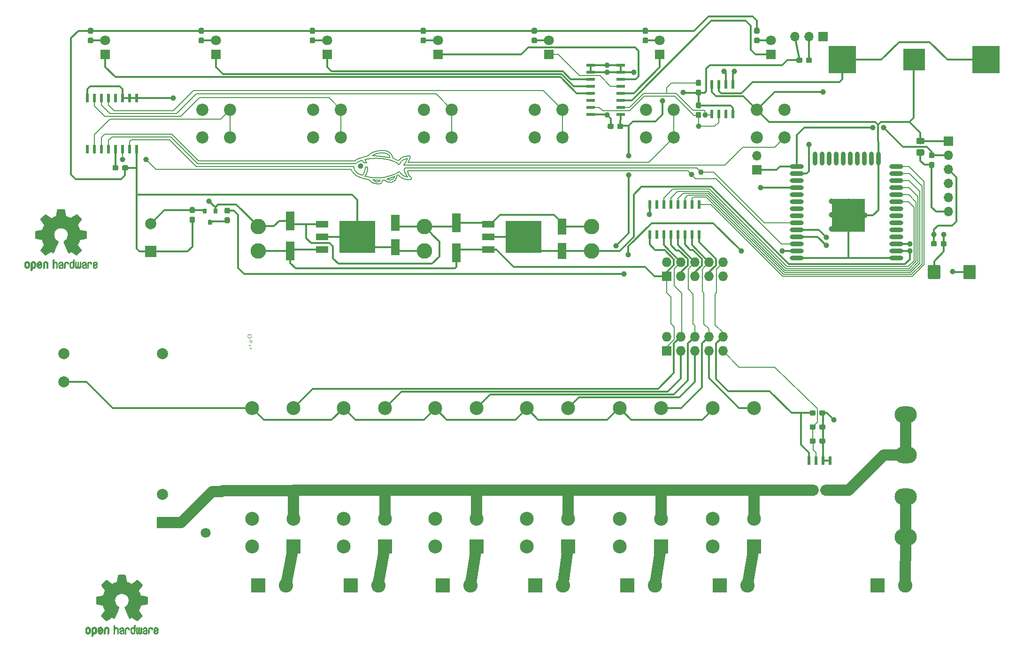
<source format=gtl>
G04 #@! TF.GenerationSoftware,KiCad,Pcbnew,(6.0.0-rc1-dev-904-g29e0e6921)*
G04 #@! TF.CreationDate,2018-10-19T00:50:26+01:00*
G04 #@! TF.ProjectId,AquaHub,417175614875622E6B696361645F7063,rev?*
G04 #@! TF.SameCoordinates,Original*
G04 #@! TF.FileFunction,Copper,L1,Top,Signal*
G04 #@! TF.FilePolarity,Positive*
%FSLAX46Y46*%
G04 Gerber Fmt 4.6, Leading zero omitted, Abs format (unit mm)*
G04 Created by KiCad (PCBNEW (6.0.0-rc1-dev-904-g29e0e6921)) date 19/10/2018 00:50:26*
%MOMM*%
%LPD*%
G01*
G04 APERTURE LIST*
G04 #@! TA.AperFunction,EtchedComponent*
%ADD10C,0.120000*%
G04 #@! TD*
G04 #@! TA.AperFunction,EtchedComponent*
%ADD11C,0.010000*%
G04 #@! TD*
G04 #@! TA.AperFunction,ComponentPad*
%ADD12O,4.000000X3.000000*%
G04 #@! TD*
G04 #@! TA.AperFunction,Conductor*
%ADD13C,0.100000*%
G04 #@! TD*
G04 #@! TA.AperFunction,SMDPad,CuDef*
%ADD14C,0.950000*%
G04 #@! TD*
G04 #@! TA.AperFunction,ComponentPad*
%ADD15O,1.700000X1.700000*%
G04 #@! TD*
G04 #@! TA.AperFunction,ComponentPad*
%ADD16R,1.700000X1.700000*%
G04 #@! TD*
G04 #@! TA.AperFunction,SMDPad,CuDef*
%ADD17C,2.250000*%
G04 #@! TD*
G04 #@! TA.AperFunction,ComponentPad*
%ADD18O,1.727200X1.727200*%
G04 #@! TD*
G04 #@! TA.AperFunction,ComponentPad*
%ADD19R,1.727200X1.727200*%
G04 #@! TD*
G04 #@! TA.AperFunction,SMDPad,CuDef*
%ADD20R,1.500000X0.600000*%
G04 #@! TD*
G04 #@! TA.AperFunction,ComponentPad*
%ADD21C,1.800000*%
G04 #@! TD*
G04 #@! TA.AperFunction,ComponentPad*
%ADD22R,1.800000X1.800000*%
G04 #@! TD*
G04 #@! TA.AperFunction,SMDPad,CuDef*
%ADD23R,0.600000X1.500000*%
G04 #@! TD*
G04 #@! TA.AperFunction,ComponentPad*
%ADD24C,2.200000*%
G04 #@! TD*
G04 #@! TA.AperFunction,ComponentPad*
%ADD25C,2.500000*%
G04 #@! TD*
G04 #@! TA.AperFunction,ComponentPad*
%ADD26R,2.500000X2.500000*%
G04 #@! TD*
G04 #@! TA.AperFunction,ComponentPad*
%ADD27C,2.600000*%
G04 #@! TD*
G04 #@! TA.AperFunction,ComponentPad*
%ADD28R,2.600000X2.600000*%
G04 #@! TD*
G04 #@! TA.AperFunction,SMDPad,CuDef*
%ADD29R,1.600000X3.000000*%
G04 #@! TD*
G04 #@! TA.AperFunction,SMDPad,CuDef*
%ADD30R,6.400000X5.800000*%
G04 #@! TD*
G04 #@! TA.AperFunction,SMDPad,CuDef*
%ADD31R,2.200000X1.200000*%
G04 #@! TD*
G04 #@! TA.AperFunction,SMDPad,CuDef*
%ADD32R,0.600000X1.550000*%
G04 #@! TD*
G04 #@! TA.AperFunction,SMDPad,CuDef*
%ADD33R,1.600000X3.500000*%
G04 #@! TD*
G04 #@! TA.AperFunction,ComponentPad*
%ADD34C,2.800000*%
G04 #@! TD*
G04 #@! TA.AperFunction,ComponentPad*
%ADD35C,2.000000*%
G04 #@! TD*
G04 #@! TA.AperFunction,ComponentPad*
%ADD36R,2.000000X2.000000*%
G04 #@! TD*
G04 #@! TA.AperFunction,ComponentPad*
%ADD37C,1.000000*%
G04 #@! TD*
G04 #@! TA.AperFunction,SMDPad,CuDef*
%ADD38R,4.000000X4.000000*%
G04 #@! TD*
G04 #@! TA.AperFunction,SMDPad,CuDef*
%ADD39R,5.000000X5.000000*%
G04 #@! TD*
G04 #@! TA.AperFunction,SMDPad,CuDef*
%ADD40R,0.800000X0.900000*%
G04 #@! TD*
G04 #@! TA.AperFunction,SMDPad,CuDef*
%ADD41O,2.500000X0.900000*%
G04 #@! TD*
G04 #@! TA.AperFunction,SMDPad,CuDef*
%ADD42O,0.900000X2.500000*%
G04 #@! TD*
G04 #@! TA.AperFunction,SMDPad,CuDef*
%ADD43R,6.000000X6.000000*%
G04 #@! TD*
G04 #@! TA.AperFunction,SMDPad,CuDef*
%ADD44C,1.150000*%
G04 #@! TD*
G04 #@! TA.AperFunction,ViaPad*
%ADD45C,1.000000*%
G04 #@! TD*
G04 #@! TA.AperFunction,Conductor*
%ADD46C,0.152400*%
G04 #@! TD*
G04 #@! TA.AperFunction,Conductor*
%ADD47C,0.304800*%
G04 #@! TD*
G04 #@! TA.AperFunction,Conductor*
%ADD48C,2.000000*%
G04 #@! TD*
G04 APERTURE END LIST*
D10*
G04 #@! TO.C,REF\002A\002A*
X101371424Y-95605600D02*
G75*
G03X101371424Y-95605600I-152424J0D01*
G01*
X101213637Y-95072200D02*
G75*
G03X101213637Y-95072200I-121637J0D01*
G01*
X101396800Y-93395800D02*
G75*
G03X101396800Y-93395800I-355600J0D01*
G01*
X101485326Y-94310200D02*
G75*
G03X101485326Y-94310200I-215526J0D01*
G01*
D11*
G36*
X62171900Y-79861903D02*
X62283450Y-79917522D01*
X62381908Y-80019931D01*
X62409023Y-80057864D01*
X62438562Y-80107500D01*
X62457728Y-80161412D01*
X62468693Y-80233364D01*
X62473629Y-80337122D01*
X62474713Y-80474101D01*
X62469818Y-80661815D01*
X62452804Y-80802758D01*
X62420177Y-80907908D01*
X62368442Y-80988243D01*
X62294104Y-81054741D01*
X62288642Y-81058678D01*
X62215380Y-81098953D01*
X62127160Y-81118880D01*
X62014962Y-81123793D01*
X61832567Y-81123793D01*
X61832491Y-81300857D01*
X61830793Y-81399470D01*
X61820450Y-81457314D01*
X61793422Y-81492006D01*
X61741668Y-81521164D01*
X61729239Y-81527121D01*
X61671077Y-81555039D01*
X61626044Y-81572672D01*
X61592559Y-81574194D01*
X61569038Y-81553781D01*
X61553900Y-81505607D01*
X61545563Y-81423846D01*
X61542444Y-81302672D01*
X61542960Y-81136260D01*
X61545529Y-80918785D01*
X61546332Y-80853736D01*
X61549222Y-80629502D01*
X61551812Y-80482821D01*
X61832414Y-80482821D01*
X61833991Y-80607326D01*
X61841000Y-80688787D01*
X61856858Y-80742515D01*
X61884981Y-80783823D01*
X61904075Y-80803971D01*
X61982135Y-80862921D01*
X62051247Y-80867720D01*
X62122560Y-80819038D01*
X62124368Y-80817241D01*
X62153383Y-80779618D01*
X62171033Y-80728484D01*
X62179936Y-80649738D01*
X62182709Y-80529276D01*
X62182759Y-80502588D01*
X62176058Y-80336583D01*
X62154248Y-80221505D01*
X62114765Y-80151254D01*
X62055044Y-80119729D01*
X62020528Y-80116552D01*
X61938611Y-80131460D01*
X61882421Y-80180548D01*
X61848598Y-80270362D01*
X61833780Y-80407445D01*
X61832414Y-80482821D01*
X61551812Y-80482821D01*
X61552287Y-80455952D01*
X61556247Y-80325382D01*
X61561826Y-80230087D01*
X61569746Y-80162364D01*
X61580731Y-80114507D01*
X61595501Y-80078813D01*
X61614782Y-80047578D01*
X61623049Y-80035824D01*
X61732712Y-79924797D01*
X61871365Y-79861847D01*
X62031754Y-79844297D01*
X62171900Y-79861903D01*
X62171900Y-79861903D01*
G37*
X62171900Y-79861903D02*
X62283450Y-79917522D01*
X62381908Y-80019931D01*
X62409023Y-80057864D01*
X62438562Y-80107500D01*
X62457728Y-80161412D01*
X62468693Y-80233364D01*
X62473629Y-80337122D01*
X62474713Y-80474101D01*
X62469818Y-80661815D01*
X62452804Y-80802758D01*
X62420177Y-80907908D01*
X62368442Y-80988243D01*
X62294104Y-81054741D01*
X62288642Y-81058678D01*
X62215380Y-81098953D01*
X62127160Y-81118880D01*
X62014962Y-81123793D01*
X61832567Y-81123793D01*
X61832491Y-81300857D01*
X61830793Y-81399470D01*
X61820450Y-81457314D01*
X61793422Y-81492006D01*
X61741668Y-81521164D01*
X61729239Y-81527121D01*
X61671077Y-81555039D01*
X61626044Y-81572672D01*
X61592559Y-81574194D01*
X61569038Y-81553781D01*
X61553900Y-81505607D01*
X61545563Y-81423846D01*
X61542444Y-81302672D01*
X61542960Y-81136260D01*
X61545529Y-80918785D01*
X61546332Y-80853736D01*
X61549222Y-80629502D01*
X61551812Y-80482821D01*
X61832414Y-80482821D01*
X61833991Y-80607326D01*
X61841000Y-80688787D01*
X61856858Y-80742515D01*
X61884981Y-80783823D01*
X61904075Y-80803971D01*
X61982135Y-80862921D01*
X62051247Y-80867720D01*
X62122560Y-80819038D01*
X62124368Y-80817241D01*
X62153383Y-80779618D01*
X62171033Y-80728484D01*
X62179936Y-80649738D01*
X62182709Y-80529276D01*
X62182759Y-80502588D01*
X62176058Y-80336583D01*
X62154248Y-80221505D01*
X62114765Y-80151254D01*
X62055044Y-80119729D01*
X62020528Y-80116552D01*
X61938611Y-80131460D01*
X61882421Y-80180548D01*
X61848598Y-80270362D01*
X61833780Y-80407445D01*
X61832414Y-80482821D01*
X61551812Y-80482821D01*
X61552287Y-80455952D01*
X61556247Y-80325382D01*
X61561826Y-80230087D01*
X61569746Y-80162364D01*
X61580731Y-80114507D01*
X61595501Y-80078813D01*
X61614782Y-80047578D01*
X61623049Y-80035824D01*
X61732712Y-79924797D01*
X61871365Y-79861847D01*
X62031754Y-79844297D01*
X62171900Y-79861903D01*
G36*
X64417429Y-79877719D02*
X64511123Y-79931914D01*
X64576264Y-79985707D01*
X64623907Y-80042066D01*
X64656728Y-80110987D01*
X64677406Y-80202468D01*
X64688620Y-80326506D01*
X64693049Y-80493098D01*
X64693563Y-80612851D01*
X64693563Y-81053659D01*
X64569483Y-81109283D01*
X64445402Y-81164907D01*
X64430805Y-80682095D01*
X64424773Y-80501779D01*
X64418445Y-80370901D01*
X64410606Y-80280511D01*
X64400037Y-80221664D01*
X64385523Y-80185413D01*
X64365848Y-80162810D01*
X64359535Y-80157917D01*
X64263888Y-80119706D01*
X64167207Y-80134827D01*
X64109655Y-80174943D01*
X64086245Y-80203370D01*
X64070039Y-80240672D01*
X64059741Y-80297223D01*
X64054049Y-80383394D01*
X64051664Y-80509558D01*
X64051264Y-80641042D01*
X64051186Y-80805999D01*
X64048361Y-80922761D01*
X64038907Y-81001510D01*
X64018940Y-81052431D01*
X63984576Y-81085706D01*
X63931932Y-81111520D01*
X63861617Y-81138344D01*
X63784820Y-81167542D01*
X63793962Y-80649346D01*
X63797643Y-80462539D01*
X63801950Y-80324490D01*
X63808123Y-80225568D01*
X63817402Y-80156145D01*
X63831027Y-80106590D01*
X63850239Y-80067273D01*
X63873402Y-80032584D01*
X63985152Y-79921770D01*
X64121513Y-79857689D01*
X64269825Y-79842339D01*
X64417429Y-79877719D01*
X64417429Y-79877719D01*
G37*
X64417429Y-79877719D02*
X64511123Y-79931914D01*
X64576264Y-79985707D01*
X64623907Y-80042066D01*
X64656728Y-80110987D01*
X64677406Y-80202468D01*
X64688620Y-80326506D01*
X64693049Y-80493098D01*
X64693563Y-80612851D01*
X64693563Y-81053659D01*
X64569483Y-81109283D01*
X64445402Y-81164907D01*
X64430805Y-80682095D01*
X64424773Y-80501779D01*
X64418445Y-80370901D01*
X64410606Y-80280511D01*
X64400037Y-80221664D01*
X64385523Y-80185413D01*
X64365848Y-80162810D01*
X64359535Y-80157917D01*
X64263888Y-80119706D01*
X64167207Y-80134827D01*
X64109655Y-80174943D01*
X64086245Y-80203370D01*
X64070039Y-80240672D01*
X64059741Y-80297223D01*
X64054049Y-80383394D01*
X64051664Y-80509558D01*
X64051264Y-80641042D01*
X64051186Y-80805999D01*
X64048361Y-80922761D01*
X64038907Y-81001510D01*
X64018940Y-81052431D01*
X63984576Y-81085706D01*
X63931932Y-81111520D01*
X63861617Y-81138344D01*
X63784820Y-81167542D01*
X63793962Y-80649346D01*
X63797643Y-80462539D01*
X63801950Y-80324490D01*
X63808123Y-80225568D01*
X63817402Y-80156145D01*
X63831027Y-80106590D01*
X63850239Y-80067273D01*
X63873402Y-80032584D01*
X63985152Y-79921770D01*
X64121513Y-79857689D01*
X64269825Y-79842339D01*
X64417429Y-79877719D01*
G36*
X61048221Y-79866015D02*
X61185061Y-79937968D01*
X61286051Y-80053766D01*
X61321925Y-80128213D01*
X61349839Y-80239992D01*
X61364129Y-80381227D01*
X61365484Y-80535371D01*
X61354595Y-80685879D01*
X61332153Y-80816205D01*
X61298850Y-80909803D01*
X61288615Y-80925922D01*
X61167382Y-81046249D01*
X61023387Y-81118317D01*
X60867139Y-81139408D01*
X60709148Y-81106802D01*
X60665180Y-81087253D01*
X60579556Y-81027012D01*
X60504408Y-80947135D01*
X60497306Y-80937004D01*
X60468439Y-80888181D01*
X60449357Y-80835990D01*
X60438084Y-80767285D01*
X60432645Y-80668918D01*
X60431062Y-80527744D01*
X60431035Y-80496092D01*
X60431107Y-80486019D01*
X60722989Y-80486019D01*
X60724687Y-80619256D01*
X60731372Y-80707674D01*
X60745425Y-80764785D01*
X60769229Y-80804102D01*
X60781379Y-80817241D01*
X60851236Y-80867172D01*
X60919059Y-80864895D01*
X60987635Y-80821584D01*
X61028535Y-80775346D01*
X61052758Y-80707857D01*
X61066361Y-80601433D01*
X61067294Y-80589020D01*
X61069616Y-80396147D01*
X61045350Y-80252900D01*
X60994824Y-80160160D01*
X60918368Y-80118807D01*
X60891076Y-80116552D01*
X60819411Y-80127893D01*
X60770390Y-80167184D01*
X60740418Y-80242326D01*
X60725899Y-80361222D01*
X60722989Y-80486019D01*
X60431107Y-80486019D01*
X60432122Y-80345659D01*
X60436688Y-80240549D01*
X60446688Y-80167714D01*
X60464079Y-80114108D01*
X60490816Y-80066681D01*
X60496724Y-80057864D01*
X60596032Y-79939007D01*
X60704242Y-79870008D01*
X60835981Y-79842619D01*
X60880717Y-79841281D01*
X61048221Y-79866015D01*
X61048221Y-79866015D01*
G37*
X61048221Y-79866015D02*
X61185061Y-79937968D01*
X61286051Y-80053766D01*
X61321925Y-80128213D01*
X61349839Y-80239992D01*
X61364129Y-80381227D01*
X61365484Y-80535371D01*
X61354595Y-80685879D01*
X61332153Y-80816205D01*
X61298850Y-80909803D01*
X61288615Y-80925922D01*
X61167382Y-81046249D01*
X61023387Y-81118317D01*
X60867139Y-81139408D01*
X60709148Y-81106802D01*
X60665180Y-81087253D01*
X60579556Y-81027012D01*
X60504408Y-80947135D01*
X60497306Y-80937004D01*
X60468439Y-80888181D01*
X60449357Y-80835990D01*
X60438084Y-80767285D01*
X60432645Y-80668918D01*
X60431062Y-80527744D01*
X60431035Y-80496092D01*
X60431107Y-80486019D01*
X60722989Y-80486019D01*
X60724687Y-80619256D01*
X60731372Y-80707674D01*
X60745425Y-80764785D01*
X60769229Y-80804102D01*
X60781379Y-80817241D01*
X60851236Y-80867172D01*
X60919059Y-80864895D01*
X60987635Y-80821584D01*
X61028535Y-80775346D01*
X61052758Y-80707857D01*
X61066361Y-80601433D01*
X61067294Y-80589020D01*
X61069616Y-80396147D01*
X61045350Y-80252900D01*
X60994824Y-80160160D01*
X60918368Y-80118807D01*
X60891076Y-80116552D01*
X60819411Y-80127893D01*
X60770390Y-80167184D01*
X60740418Y-80242326D01*
X60725899Y-80361222D01*
X60722989Y-80486019D01*
X60431107Y-80486019D01*
X60432122Y-80345659D01*
X60436688Y-80240549D01*
X60446688Y-80167714D01*
X60464079Y-80114108D01*
X60490816Y-80066681D01*
X60496724Y-80057864D01*
X60596032Y-79939007D01*
X60704242Y-79870008D01*
X60835981Y-79842619D01*
X60880717Y-79841281D01*
X61048221Y-79866015D01*
G36*
X63315552Y-79884676D02*
X63430658Y-79962111D01*
X63519611Y-80073949D01*
X63572749Y-80216265D01*
X63583497Y-80321015D01*
X63582276Y-80364726D01*
X63572056Y-80398194D01*
X63543961Y-80428179D01*
X63489116Y-80461440D01*
X63398645Y-80504738D01*
X63263672Y-80564833D01*
X63262989Y-80565134D01*
X63138751Y-80622037D01*
X63036873Y-80672565D01*
X62967767Y-80711280D01*
X62941846Y-80732740D01*
X62941839Y-80732913D01*
X62964685Y-80779644D01*
X63018109Y-80831154D01*
X63079442Y-80868261D01*
X63110515Y-80875632D01*
X63195289Y-80850138D01*
X63268293Y-80786291D01*
X63303913Y-80716094D01*
X63338180Y-80664343D01*
X63405303Y-80605409D01*
X63484208Y-80554496D01*
X63553821Y-80526809D01*
X63568377Y-80525287D01*
X63584763Y-80550321D01*
X63585750Y-80614311D01*
X63573708Y-80700593D01*
X63551007Y-80792501D01*
X63520014Y-80873369D01*
X63518448Y-80876509D01*
X63425181Y-81006734D01*
X63304304Y-81095311D01*
X63167027Y-81138786D01*
X63024560Y-81133706D01*
X62888112Y-81076616D01*
X62882045Y-81072602D01*
X62774710Y-80975326D01*
X62704132Y-80848409D01*
X62665074Y-80681526D01*
X62659832Y-80634639D01*
X62650548Y-80413329D01*
X62661678Y-80310124D01*
X62941839Y-80310124D01*
X62945479Y-80374503D01*
X62965389Y-80393291D01*
X63015026Y-80379235D01*
X63093267Y-80346009D01*
X63180726Y-80304359D01*
X63182899Y-80303256D01*
X63257030Y-80264265D01*
X63286781Y-80238244D01*
X63279445Y-80210965D01*
X63248553Y-80175121D01*
X63169960Y-80123251D01*
X63085323Y-80119439D01*
X63009403Y-80157189D01*
X62956965Y-80230001D01*
X62941839Y-80310124D01*
X62661678Y-80310124D01*
X62669644Y-80236261D01*
X62718634Y-80095829D01*
X62786836Y-79997447D01*
X62909935Y-79898030D01*
X63045528Y-79848711D01*
X63183955Y-79845568D01*
X63315552Y-79884676D01*
X63315552Y-79884676D01*
G37*
X63315552Y-79884676D02*
X63430658Y-79962111D01*
X63519611Y-80073949D01*
X63572749Y-80216265D01*
X63583497Y-80321015D01*
X63582276Y-80364726D01*
X63572056Y-80398194D01*
X63543961Y-80428179D01*
X63489116Y-80461440D01*
X63398645Y-80504738D01*
X63263672Y-80564833D01*
X63262989Y-80565134D01*
X63138751Y-80622037D01*
X63036873Y-80672565D01*
X62967767Y-80711280D01*
X62941846Y-80732740D01*
X62941839Y-80732913D01*
X62964685Y-80779644D01*
X63018109Y-80831154D01*
X63079442Y-80868261D01*
X63110515Y-80875632D01*
X63195289Y-80850138D01*
X63268293Y-80786291D01*
X63303913Y-80716094D01*
X63338180Y-80664343D01*
X63405303Y-80605409D01*
X63484208Y-80554496D01*
X63553821Y-80526809D01*
X63568377Y-80525287D01*
X63584763Y-80550321D01*
X63585750Y-80614311D01*
X63573708Y-80700593D01*
X63551007Y-80792501D01*
X63520014Y-80873369D01*
X63518448Y-80876509D01*
X63425181Y-81006734D01*
X63304304Y-81095311D01*
X63167027Y-81138786D01*
X63024560Y-81133706D01*
X62888112Y-81076616D01*
X62882045Y-81072602D01*
X62774710Y-80975326D01*
X62704132Y-80848409D01*
X62665074Y-80681526D01*
X62659832Y-80634639D01*
X62650548Y-80413329D01*
X62661678Y-80310124D01*
X62941839Y-80310124D01*
X62945479Y-80374503D01*
X62965389Y-80393291D01*
X63015026Y-80379235D01*
X63093267Y-80346009D01*
X63180726Y-80304359D01*
X63182899Y-80303256D01*
X63257030Y-80264265D01*
X63286781Y-80238244D01*
X63279445Y-80210965D01*
X63248553Y-80175121D01*
X63169960Y-80123251D01*
X63085323Y-80119439D01*
X63009403Y-80157189D01*
X62956965Y-80230001D01*
X62941839Y-80310124D01*
X62661678Y-80310124D01*
X62669644Y-80236261D01*
X62718634Y-80095829D01*
X62786836Y-79997447D01*
X62909935Y-79898030D01*
X63045528Y-79848711D01*
X63183955Y-79845568D01*
X63315552Y-79884676D01*
G36*
X65744598Y-79723857D02*
X65753154Y-79843188D01*
X65762981Y-79913506D01*
X65776599Y-79944179D01*
X65796527Y-79944571D01*
X65802989Y-79940910D01*
X65888940Y-79914398D01*
X66000745Y-79915946D01*
X66114414Y-79943199D01*
X66185510Y-79978455D01*
X66258405Y-80034778D01*
X66311693Y-80098519D01*
X66348275Y-80179510D01*
X66371050Y-80287586D01*
X66382919Y-80432580D01*
X66386782Y-80624326D01*
X66386851Y-80661109D01*
X66386897Y-81074288D01*
X66294954Y-81106339D01*
X66229652Y-81128144D01*
X66193824Y-81138297D01*
X66192770Y-81138391D01*
X66189242Y-81110860D01*
X66186239Y-81034923D01*
X66183990Y-80920565D01*
X66182724Y-80777769D01*
X66182529Y-80690951D01*
X66182123Y-80519773D01*
X66180032Y-80397088D01*
X66174947Y-80313000D01*
X66165560Y-80257614D01*
X66150561Y-80221032D01*
X66128642Y-80193359D01*
X66114957Y-80180032D01*
X66020949Y-80126328D01*
X65918364Y-80122307D01*
X65825290Y-80167725D01*
X65808078Y-80184123D01*
X65782832Y-80214957D01*
X65765320Y-80251531D01*
X65754142Y-80304415D01*
X65747896Y-80384177D01*
X65745182Y-80501385D01*
X65744598Y-80662991D01*
X65744598Y-81074288D01*
X65652655Y-81106339D01*
X65587353Y-81128144D01*
X65551525Y-81138297D01*
X65550471Y-81138391D01*
X65547775Y-81110448D01*
X65545345Y-81031630D01*
X65543278Y-80909453D01*
X65541671Y-80751432D01*
X65540623Y-80565083D01*
X65540231Y-80357920D01*
X65540230Y-80348706D01*
X65540230Y-79559020D01*
X65635115Y-79518997D01*
X65730000Y-79478973D01*
X65744598Y-79723857D01*
X65744598Y-79723857D01*
G37*
X65744598Y-79723857D02*
X65753154Y-79843188D01*
X65762981Y-79913506D01*
X65776599Y-79944179D01*
X65796527Y-79944571D01*
X65802989Y-79940910D01*
X65888940Y-79914398D01*
X66000745Y-79915946D01*
X66114414Y-79943199D01*
X66185510Y-79978455D01*
X66258405Y-80034778D01*
X66311693Y-80098519D01*
X66348275Y-80179510D01*
X66371050Y-80287586D01*
X66382919Y-80432580D01*
X66386782Y-80624326D01*
X66386851Y-80661109D01*
X66386897Y-81074288D01*
X66294954Y-81106339D01*
X66229652Y-81128144D01*
X66193824Y-81138297D01*
X66192770Y-81138391D01*
X66189242Y-81110860D01*
X66186239Y-81034923D01*
X66183990Y-80920565D01*
X66182724Y-80777769D01*
X66182529Y-80690951D01*
X66182123Y-80519773D01*
X66180032Y-80397088D01*
X66174947Y-80313000D01*
X66165560Y-80257614D01*
X66150561Y-80221032D01*
X66128642Y-80193359D01*
X66114957Y-80180032D01*
X66020949Y-80126328D01*
X65918364Y-80122307D01*
X65825290Y-80167725D01*
X65808078Y-80184123D01*
X65782832Y-80214957D01*
X65765320Y-80251531D01*
X65754142Y-80304415D01*
X65747896Y-80384177D01*
X65745182Y-80501385D01*
X65744598Y-80662991D01*
X65744598Y-81074288D01*
X65652655Y-81106339D01*
X65587353Y-81128144D01*
X65551525Y-81138297D01*
X65550471Y-81138391D01*
X65547775Y-81110448D01*
X65545345Y-81031630D01*
X65543278Y-80909453D01*
X65541671Y-80751432D01*
X65540623Y-80565083D01*
X65540231Y-80357920D01*
X65540230Y-80348706D01*
X65540230Y-79559020D01*
X65635115Y-79518997D01*
X65730000Y-79478973D01*
X65744598Y-79723857D01*
G36*
X67079944Y-79924360D02*
X67194343Y-79966842D01*
X67195652Y-79967658D01*
X67266403Y-80019730D01*
X67318636Y-80080584D01*
X67355371Y-80159887D01*
X67379634Y-80267309D01*
X67394445Y-80412517D01*
X67402829Y-80605179D01*
X67403564Y-80632628D01*
X67414120Y-81046521D01*
X67325291Y-81092456D01*
X67261018Y-81123498D01*
X67222210Y-81138206D01*
X67220415Y-81138391D01*
X67213700Y-81111250D01*
X67208365Y-81038041D01*
X67205083Y-80931081D01*
X67204368Y-80844469D01*
X67204351Y-80704162D01*
X67197937Y-80616051D01*
X67175580Y-80574025D01*
X67127732Y-80571975D01*
X67044849Y-80603790D01*
X66919713Y-80662272D01*
X66827697Y-80710845D01*
X66780371Y-80752986D01*
X66766458Y-80798916D01*
X66766437Y-80801189D01*
X66789395Y-80880311D01*
X66857370Y-80923055D01*
X66961398Y-80929246D01*
X67036330Y-80928172D01*
X67075839Y-80949753D01*
X67100478Y-81001591D01*
X67114659Y-81067632D01*
X67094223Y-81105104D01*
X67086528Y-81110467D01*
X67014083Y-81132006D01*
X66912633Y-81135055D01*
X66808157Y-81120778D01*
X66734125Y-81094688D01*
X66631772Y-81007785D01*
X66573591Y-80886816D01*
X66562069Y-80792308D01*
X66570862Y-80707062D01*
X66602680Y-80637476D01*
X66665684Y-80575672D01*
X66768031Y-80513772D01*
X66917882Y-80443897D01*
X66927012Y-80439948D01*
X67061997Y-80377588D01*
X67145294Y-80326446D01*
X67180997Y-80280488D01*
X67173203Y-80233683D01*
X67126007Y-80179998D01*
X67111894Y-80167644D01*
X67017359Y-80119741D01*
X66919406Y-80121758D01*
X66834097Y-80168724D01*
X66777496Y-80255669D01*
X66772237Y-80272734D01*
X66721023Y-80355504D01*
X66656037Y-80395372D01*
X66562069Y-80434882D01*
X66562069Y-80332658D01*
X66590653Y-80184072D01*
X66675495Y-80047784D01*
X66719645Y-80002191D01*
X66820005Y-79943674D01*
X66947635Y-79917184D01*
X67079944Y-79924360D01*
X67079944Y-79924360D01*
G37*
X67079944Y-79924360D02*
X67194343Y-79966842D01*
X67195652Y-79967658D01*
X67266403Y-80019730D01*
X67318636Y-80080584D01*
X67355371Y-80159887D01*
X67379634Y-80267309D01*
X67394445Y-80412517D01*
X67402829Y-80605179D01*
X67403564Y-80632628D01*
X67414120Y-81046521D01*
X67325291Y-81092456D01*
X67261018Y-81123498D01*
X67222210Y-81138206D01*
X67220415Y-81138391D01*
X67213700Y-81111250D01*
X67208365Y-81038041D01*
X67205083Y-80931081D01*
X67204368Y-80844469D01*
X67204351Y-80704162D01*
X67197937Y-80616051D01*
X67175580Y-80574025D01*
X67127732Y-80571975D01*
X67044849Y-80603790D01*
X66919713Y-80662272D01*
X66827697Y-80710845D01*
X66780371Y-80752986D01*
X66766458Y-80798916D01*
X66766437Y-80801189D01*
X66789395Y-80880311D01*
X66857370Y-80923055D01*
X66961398Y-80929246D01*
X67036330Y-80928172D01*
X67075839Y-80949753D01*
X67100478Y-81001591D01*
X67114659Y-81067632D01*
X67094223Y-81105104D01*
X67086528Y-81110467D01*
X67014083Y-81132006D01*
X66912633Y-81135055D01*
X66808157Y-81120778D01*
X66734125Y-81094688D01*
X66631772Y-81007785D01*
X66573591Y-80886816D01*
X66562069Y-80792308D01*
X66570862Y-80707062D01*
X66602680Y-80637476D01*
X66665684Y-80575672D01*
X66768031Y-80513772D01*
X66917882Y-80443897D01*
X66927012Y-80439948D01*
X67061997Y-80377588D01*
X67145294Y-80326446D01*
X67180997Y-80280488D01*
X67173203Y-80233683D01*
X67126007Y-80179998D01*
X67111894Y-80167644D01*
X67017359Y-80119741D01*
X66919406Y-80121758D01*
X66834097Y-80168724D01*
X66777496Y-80255669D01*
X66772237Y-80272734D01*
X66721023Y-80355504D01*
X66656037Y-80395372D01*
X66562069Y-80434882D01*
X66562069Y-80332658D01*
X66590653Y-80184072D01*
X66675495Y-80047784D01*
X66719645Y-80002191D01*
X66820005Y-79943674D01*
X66947635Y-79917184D01*
X67079944Y-79924360D01*
G36*
X68065943Y-79921920D02*
X68198565Y-79970859D01*
X68306010Y-80057419D01*
X68348032Y-80118352D01*
X68393843Y-80230161D01*
X68392891Y-80311006D01*
X68344808Y-80365378D01*
X68327017Y-80374624D01*
X68250204Y-80403450D01*
X68210976Y-80396065D01*
X68197689Y-80347658D01*
X68197012Y-80320920D01*
X68172686Y-80222548D01*
X68109281Y-80153734D01*
X68021154Y-80120498D01*
X67922663Y-80128861D01*
X67842602Y-80172296D01*
X67815561Y-80197072D01*
X67796394Y-80227129D01*
X67783446Y-80272565D01*
X67775064Y-80343476D01*
X67769593Y-80449960D01*
X67765378Y-80602112D01*
X67764287Y-80650287D01*
X67760307Y-80815095D01*
X67755781Y-80931088D01*
X67748995Y-81007833D01*
X67738231Y-81054893D01*
X67721773Y-81081835D01*
X67697906Y-81098223D01*
X67682626Y-81105463D01*
X67617733Y-81130220D01*
X67579534Y-81138391D01*
X67566912Y-81111103D01*
X67559208Y-81028603D01*
X67556380Y-80889941D01*
X67558386Y-80694162D01*
X67559011Y-80663965D01*
X67563421Y-80485349D01*
X67568635Y-80354923D01*
X67576055Y-80262492D01*
X67587082Y-80197858D01*
X67603117Y-80150825D01*
X67625561Y-80111196D01*
X67637302Y-80094215D01*
X67704619Y-80019080D01*
X67779910Y-79960638D01*
X67789128Y-79955536D01*
X67924133Y-79915260D01*
X68065943Y-79921920D01*
X68065943Y-79921920D01*
G37*
X68065943Y-79921920D02*
X68198565Y-79970859D01*
X68306010Y-80057419D01*
X68348032Y-80118352D01*
X68393843Y-80230161D01*
X68392891Y-80311006D01*
X68344808Y-80365378D01*
X68327017Y-80374624D01*
X68250204Y-80403450D01*
X68210976Y-80396065D01*
X68197689Y-80347658D01*
X68197012Y-80320920D01*
X68172686Y-80222548D01*
X68109281Y-80153734D01*
X68021154Y-80120498D01*
X67922663Y-80128861D01*
X67842602Y-80172296D01*
X67815561Y-80197072D01*
X67796394Y-80227129D01*
X67783446Y-80272565D01*
X67775064Y-80343476D01*
X67769593Y-80449960D01*
X67765378Y-80602112D01*
X67764287Y-80650287D01*
X67760307Y-80815095D01*
X67755781Y-80931088D01*
X67748995Y-81007833D01*
X67738231Y-81054893D01*
X67721773Y-81081835D01*
X67697906Y-81098223D01*
X67682626Y-81105463D01*
X67617733Y-81130220D01*
X67579534Y-81138391D01*
X67566912Y-81111103D01*
X67559208Y-81028603D01*
X67556380Y-80889941D01*
X67558386Y-80694162D01*
X67559011Y-80663965D01*
X67563421Y-80485349D01*
X67568635Y-80354923D01*
X67576055Y-80262492D01*
X67587082Y-80197858D01*
X67603117Y-80150825D01*
X67625561Y-80111196D01*
X67637302Y-80094215D01*
X67704619Y-80019080D01*
X67779910Y-79960638D01*
X67789128Y-79955536D01*
X67924133Y-79915260D01*
X68065943Y-79921920D01*
G36*
X69393914Y-80154455D02*
X69393543Y-80372661D01*
X69392108Y-80540519D01*
X69389002Y-80666070D01*
X69383622Y-80757355D01*
X69375362Y-80822415D01*
X69363616Y-80869291D01*
X69347781Y-80906024D01*
X69335790Y-80926991D01*
X69236490Y-81040694D01*
X69110588Y-81111965D01*
X68971291Y-81137538D01*
X68831805Y-81114150D01*
X68748743Y-81072119D01*
X68661545Y-80999411D01*
X68602117Y-80910612D01*
X68566261Y-80794320D01*
X68549781Y-80639135D01*
X68547447Y-80525287D01*
X68547761Y-80517106D01*
X68751724Y-80517106D01*
X68752970Y-80647657D01*
X68758678Y-80734080D01*
X68771804Y-80790618D01*
X68795306Y-80831514D01*
X68823386Y-80862362D01*
X68917688Y-80921905D01*
X69018940Y-80926992D01*
X69114636Y-80877279D01*
X69122084Y-80870543D01*
X69153874Y-80835502D01*
X69173808Y-80793811D01*
X69184600Y-80731762D01*
X69188965Y-80635644D01*
X69189655Y-80529379D01*
X69188159Y-80395880D01*
X69181964Y-80306822D01*
X69168514Y-80248293D01*
X69145251Y-80206382D01*
X69126175Y-80184123D01*
X69037563Y-80127985D01*
X68935508Y-80121235D01*
X68838095Y-80164114D01*
X68819296Y-80180032D01*
X68787293Y-80215382D01*
X68767318Y-80257502D01*
X68756593Y-80320251D01*
X68752339Y-80417487D01*
X68751724Y-80517106D01*
X68547761Y-80517106D01*
X68554504Y-80341947D01*
X68578472Y-80204195D01*
X68623548Y-80100632D01*
X68693928Y-80019856D01*
X68748743Y-79978455D01*
X68848376Y-79933728D01*
X68963855Y-79912967D01*
X69071199Y-79918525D01*
X69131264Y-79940943D01*
X69154835Y-79947323D01*
X69170477Y-79923535D01*
X69181395Y-79859788D01*
X69189655Y-79762687D01*
X69198699Y-79654541D01*
X69211261Y-79589475D01*
X69234119Y-79552268D01*
X69274051Y-79527699D01*
X69299138Y-79516819D01*
X69394023Y-79477072D01*
X69393914Y-80154455D01*
X69393914Y-80154455D01*
G37*
X69393914Y-80154455D02*
X69393543Y-80372661D01*
X69392108Y-80540519D01*
X69389002Y-80666070D01*
X69383622Y-80757355D01*
X69375362Y-80822415D01*
X69363616Y-80869291D01*
X69347781Y-80906024D01*
X69335790Y-80926991D01*
X69236490Y-81040694D01*
X69110588Y-81111965D01*
X68971291Y-81137538D01*
X68831805Y-81114150D01*
X68748743Y-81072119D01*
X68661545Y-80999411D01*
X68602117Y-80910612D01*
X68566261Y-80794320D01*
X68549781Y-80639135D01*
X68547447Y-80525287D01*
X68547761Y-80517106D01*
X68751724Y-80517106D01*
X68752970Y-80647657D01*
X68758678Y-80734080D01*
X68771804Y-80790618D01*
X68795306Y-80831514D01*
X68823386Y-80862362D01*
X68917688Y-80921905D01*
X69018940Y-80926992D01*
X69114636Y-80877279D01*
X69122084Y-80870543D01*
X69153874Y-80835502D01*
X69173808Y-80793811D01*
X69184600Y-80731762D01*
X69188965Y-80635644D01*
X69189655Y-80529379D01*
X69188159Y-80395880D01*
X69181964Y-80306822D01*
X69168514Y-80248293D01*
X69145251Y-80206382D01*
X69126175Y-80184123D01*
X69037563Y-80127985D01*
X68935508Y-80121235D01*
X68838095Y-80164114D01*
X68819296Y-80180032D01*
X68787293Y-80215382D01*
X68767318Y-80257502D01*
X68756593Y-80320251D01*
X68752339Y-80417487D01*
X68751724Y-80517106D01*
X68547761Y-80517106D01*
X68554504Y-80341947D01*
X68578472Y-80204195D01*
X68623548Y-80100632D01*
X68693928Y-80019856D01*
X68748743Y-79978455D01*
X68848376Y-79933728D01*
X68963855Y-79912967D01*
X69071199Y-79918525D01*
X69131264Y-79940943D01*
X69154835Y-79947323D01*
X69170477Y-79923535D01*
X69181395Y-79859788D01*
X69189655Y-79762687D01*
X69198699Y-79654541D01*
X69211261Y-79589475D01*
X69234119Y-79552268D01*
X69274051Y-79527699D01*
X69299138Y-79516819D01*
X69394023Y-79477072D01*
X69393914Y-80154455D01*
G36*
X70580124Y-79939840D02*
X70584579Y-80016653D01*
X70588071Y-80133391D01*
X70590315Y-80280821D01*
X70591035Y-80435455D01*
X70591035Y-80958727D01*
X70498645Y-81051117D01*
X70434978Y-81108047D01*
X70379089Y-81131107D01*
X70302702Y-81129647D01*
X70272380Y-81125934D01*
X70177610Y-81115126D01*
X70099222Y-81108933D01*
X70080115Y-81108361D01*
X70015699Y-81112102D01*
X69923571Y-81121494D01*
X69887850Y-81125934D01*
X69800114Y-81132801D01*
X69741153Y-81117885D01*
X69682690Y-81071835D01*
X69661585Y-81051117D01*
X69569195Y-80958727D01*
X69569195Y-79979947D01*
X69643558Y-79946066D01*
X69707590Y-79920970D01*
X69745052Y-79912184D01*
X69754657Y-79939950D01*
X69763635Y-80017530D01*
X69771386Y-80136348D01*
X69777314Y-80287828D01*
X69780173Y-80415805D01*
X69788161Y-80919425D01*
X69857848Y-80929278D01*
X69921229Y-80922389D01*
X69952286Y-80900083D01*
X69960967Y-80858379D01*
X69968378Y-80769544D01*
X69973931Y-80644834D01*
X69977036Y-80495507D01*
X69977484Y-80418661D01*
X69977931Y-79976287D01*
X70069874Y-79944235D01*
X70134949Y-79922443D01*
X70170347Y-79912281D01*
X70171368Y-79912184D01*
X70174920Y-79939809D01*
X70178823Y-80016411D01*
X70182751Y-80132579D01*
X70186376Y-80278904D01*
X70188908Y-80415805D01*
X70196897Y-80919425D01*
X70372069Y-80919425D01*
X70380107Y-80459965D01*
X70388146Y-80000505D01*
X70473543Y-79956344D01*
X70536593Y-79926019D01*
X70573910Y-79912258D01*
X70574987Y-79912184D01*
X70580124Y-79939840D01*
X70580124Y-79939840D01*
G37*
X70580124Y-79939840D02*
X70584579Y-80016653D01*
X70588071Y-80133391D01*
X70590315Y-80280821D01*
X70591035Y-80435455D01*
X70591035Y-80958727D01*
X70498645Y-81051117D01*
X70434978Y-81108047D01*
X70379089Y-81131107D01*
X70302702Y-81129647D01*
X70272380Y-81125934D01*
X70177610Y-81115126D01*
X70099222Y-81108933D01*
X70080115Y-81108361D01*
X70015699Y-81112102D01*
X69923571Y-81121494D01*
X69887850Y-81125934D01*
X69800114Y-81132801D01*
X69741153Y-81117885D01*
X69682690Y-81071835D01*
X69661585Y-81051117D01*
X69569195Y-80958727D01*
X69569195Y-79979947D01*
X69643558Y-79946066D01*
X69707590Y-79920970D01*
X69745052Y-79912184D01*
X69754657Y-79939950D01*
X69763635Y-80017530D01*
X69771386Y-80136348D01*
X69777314Y-80287828D01*
X69780173Y-80415805D01*
X69788161Y-80919425D01*
X69857848Y-80929278D01*
X69921229Y-80922389D01*
X69952286Y-80900083D01*
X69960967Y-80858379D01*
X69968378Y-80769544D01*
X69973931Y-80644834D01*
X69977036Y-80495507D01*
X69977484Y-80418661D01*
X69977931Y-79976287D01*
X70069874Y-79944235D01*
X70134949Y-79922443D01*
X70170347Y-79912281D01*
X70171368Y-79912184D01*
X70174920Y-79939809D01*
X70178823Y-80016411D01*
X70182751Y-80132579D01*
X70186376Y-80278904D01*
X70188908Y-80415805D01*
X70196897Y-80919425D01*
X70372069Y-80919425D01*
X70380107Y-80459965D01*
X70388146Y-80000505D01*
X70473543Y-79956344D01*
X70536593Y-79926019D01*
X70573910Y-79912258D01*
X70574987Y-79912184D01*
X70580124Y-79939840D01*
G36*
X71314406Y-79935156D02*
X71398469Y-79973393D01*
X71464450Y-80019726D01*
X71512794Y-80071532D01*
X71546172Y-80138363D01*
X71567253Y-80229769D01*
X71578707Y-80355301D01*
X71583203Y-80524508D01*
X71583678Y-80635933D01*
X71583678Y-81070627D01*
X71509316Y-81104509D01*
X71450746Y-81129272D01*
X71421730Y-81138391D01*
X71416179Y-81111257D01*
X71411775Y-81038094D01*
X71409078Y-80931263D01*
X71408506Y-80846437D01*
X71406046Y-80723887D01*
X71399412Y-80626668D01*
X71389726Y-80567134D01*
X71382032Y-80554483D01*
X71330311Y-80567402D01*
X71249117Y-80600539D01*
X71155102Y-80645461D01*
X71064917Y-80693735D01*
X70995215Y-80736928D01*
X70962648Y-80766608D01*
X70962519Y-80766929D01*
X70965320Y-80821857D01*
X70990439Y-80874292D01*
X71034541Y-80916881D01*
X71098909Y-80931126D01*
X71153921Y-80929466D01*
X71231835Y-80928245D01*
X71272732Y-80946498D01*
X71297295Y-80994726D01*
X71300392Y-81003820D01*
X71311040Y-81072598D01*
X71282565Y-81114360D01*
X71208344Y-81134263D01*
X71128168Y-81137944D01*
X70983890Y-81110658D01*
X70909203Y-81071690D01*
X70816963Y-80980148D01*
X70768043Y-80867782D01*
X70763654Y-80749051D01*
X70805001Y-80638411D01*
X70867197Y-80569080D01*
X70929294Y-80530265D01*
X71026895Y-80481125D01*
X71140632Y-80431292D01*
X71159590Y-80423677D01*
X71284521Y-80368545D01*
X71356539Y-80319954D01*
X71379700Y-80271647D01*
X71358064Y-80217370D01*
X71320920Y-80174943D01*
X71233127Y-80122702D01*
X71136530Y-80118784D01*
X71047944Y-80159041D01*
X70984186Y-80239326D01*
X70975817Y-80260040D01*
X70927096Y-80336225D01*
X70855965Y-80392785D01*
X70766207Y-80439201D01*
X70766207Y-80307584D01*
X70771490Y-80227168D01*
X70794142Y-80163786D01*
X70844367Y-80096163D01*
X70892582Y-80044076D01*
X70967554Y-79970322D01*
X71025806Y-79930702D01*
X71088372Y-79914810D01*
X71159193Y-79912184D01*
X71314406Y-79935156D01*
X71314406Y-79935156D01*
G37*
X71314406Y-79935156D02*
X71398469Y-79973393D01*
X71464450Y-80019726D01*
X71512794Y-80071532D01*
X71546172Y-80138363D01*
X71567253Y-80229769D01*
X71578707Y-80355301D01*
X71583203Y-80524508D01*
X71583678Y-80635933D01*
X71583678Y-81070627D01*
X71509316Y-81104509D01*
X71450746Y-81129272D01*
X71421730Y-81138391D01*
X71416179Y-81111257D01*
X71411775Y-81038094D01*
X71409078Y-80931263D01*
X71408506Y-80846437D01*
X71406046Y-80723887D01*
X71399412Y-80626668D01*
X71389726Y-80567134D01*
X71382032Y-80554483D01*
X71330311Y-80567402D01*
X71249117Y-80600539D01*
X71155102Y-80645461D01*
X71064917Y-80693735D01*
X70995215Y-80736928D01*
X70962648Y-80766608D01*
X70962519Y-80766929D01*
X70965320Y-80821857D01*
X70990439Y-80874292D01*
X71034541Y-80916881D01*
X71098909Y-80931126D01*
X71153921Y-80929466D01*
X71231835Y-80928245D01*
X71272732Y-80946498D01*
X71297295Y-80994726D01*
X71300392Y-81003820D01*
X71311040Y-81072598D01*
X71282565Y-81114360D01*
X71208344Y-81134263D01*
X71128168Y-81137944D01*
X70983890Y-81110658D01*
X70909203Y-81071690D01*
X70816963Y-80980148D01*
X70768043Y-80867782D01*
X70763654Y-80749051D01*
X70805001Y-80638411D01*
X70867197Y-80569080D01*
X70929294Y-80530265D01*
X71026895Y-80481125D01*
X71140632Y-80431292D01*
X71159590Y-80423677D01*
X71284521Y-80368545D01*
X71356539Y-80319954D01*
X71379700Y-80271647D01*
X71358064Y-80217370D01*
X71320920Y-80174943D01*
X71233127Y-80122702D01*
X71136530Y-80118784D01*
X71047944Y-80159041D01*
X70984186Y-80239326D01*
X70975817Y-80260040D01*
X70927096Y-80336225D01*
X70855965Y-80392785D01*
X70766207Y-80439201D01*
X70766207Y-80307584D01*
X70771490Y-80227168D01*
X70794142Y-80163786D01*
X70844367Y-80096163D01*
X70892582Y-80044076D01*
X70967554Y-79970322D01*
X71025806Y-79930702D01*
X71088372Y-79914810D01*
X71159193Y-79912184D01*
X71314406Y-79935156D01*
G36*
X72335690Y-79940018D02*
X72370585Y-79955269D01*
X72453877Y-80021235D01*
X72525103Y-80116618D01*
X72569153Y-80218406D01*
X72576322Y-80268587D01*
X72552285Y-80338647D01*
X72499561Y-80375717D01*
X72443031Y-80398164D01*
X72417146Y-80402300D01*
X72404542Y-80372283D01*
X72379654Y-80306961D01*
X72368735Y-80277445D01*
X72307508Y-80175348D01*
X72218861Y-80124423D01*
X72105193Y-80125989D01*
X72096774Y-80127994D01*
X72036088Y-80156767D01*
X71991474Y-80212859D01*
X71961002Y-80303163D01*
X71942744Y-80434571D01*
X71934771Y-80613974D01*
X71934023Y-80709433D01*
X71933652Y-80859913D01*
X71931223Y-80962495D01*
X71924760Y-81027672D01*
X71912288Y-81065938D01*
X71891833Y-81087785D01*
X71861419Y-81103707D01*
X71859661Y-81104509D01*
X71801091Y-81129272D01*
X71772075Y-81138391D01*
X71767616Y-81110822D01*
X71763799Y-81034620D01*
X71760899Y-80919541D01*
X71759191Y-80775341D01*
X71758851Y-80669814D01*
X71760588Y-80465613D01*
X71767382Y-80310697D01*
X71781607Y-80196024D01*
X71805638Y-80112551D01*
X71841848Y-80051236D01*
X71892612Y-80003034D01*
X71942739Y-79969393D01*
X72063275Y-79924619D01*
X72203557Y-79914521D01*
X72335690Y-79940018D01*
X72335690Y-79940018D01*
G37*
X72335690Y-79940018D02*
X72370585Y-79955269D01*
X72453877Y-80021235D01*
X72525103Y-80116618D01*
X72569153Y-80218406D01*
X72576322Y-80268587D01*
X72552285Y-80338647D01*
X72499561Y-80375717D01*
X72443031Y-80398164D01*
X72417146Y-80402300D01*
X72404542Y-80372283D01*
X72379654Y-80306961D01*
X72368735Y-80277445D01*
X72307508Y-80175348D01*
X72218861Y-80124423D01*
X72105193Y-80125989D01*
X72096774Y-80127994D01*
X72036088Y-80156767D01*
X71991474Y-80212859D01*
X71961002Y-80303163D01*
X71942744Y-80434571D01*
X71934771Y-80613974D01*
X71934023Y-80709433D01*
X71933652Y-80859913D01*
X71931223Y-80962495D01*
X71924760Y-81027672D01*
X71912288Y-81065938D01*
X71891833Y-81087785D01*
X71861419Y-81103707D01*
X71859661Y-81104509D01*
X71801091Y-81129272D01*
X71772075Y-81138391D01*
X71767616Y-81110822D01*
X71763799Y-81034620D01*
X71760899Y-80919541D01*
X71759191Y-80775341D01*
X71758851Y-80669814D01*
X71760588Y-80465613D01*
X71767382Y-80310697D01*
X71781607Y-80196024D01*
X71805638Y-80112551D01*
X71841848Y-80051236D01*
X71892612Y-80003034D01*
X71942739Y-79969393D01*
X72063275Y-79924619D01*
X72203557Y-79914521D01*
X72335690Y-79940018D01*
G36*
X73343439Y-79956540D02*
X73458950Y-80032034D01*
X73514664Y-80099617D01*
X73558804Y-80222255D01*
X73562309Y-80319298D01*
X73554368Y-80449056D01*
X73255115Y-80580039D01*
X73109611Y-80646958D01*
X73014537Y-80700790D01*
X72965101Y-80747416D01*
X72956511Y-80792720D01*
X72983972Y-80842582D01*
X73014253Y-80875632D01*
X73102363Y-80928633D01*
X73198196Y-80932347D01*
X73286212Y-80891041D01*
X73350869Y-80808983D01*
X73362433Y-80780008D01*
X73417825Y-80689509D01*
X73481553Y-80650940D01*
X73568966Y-80617946D01*
X73568966Y-80743034D01*
X73561238Y-80828156D01*
X73530966Y-80899938D01*
X73467518Y-80982356D01*
X73458088Y-80993066D01*
X73387513Y-81066391D01*
X73326847Y-81105742D01*
X73250950Y-81123845D01*
X73188030Y-81129774D01*
X73075487Y-81131251D01*
X72995370Y-81112535D01*
X72945390Y-81084747D01*
X72866838Y-81023641D01*
X72812463Y-80957554D01*
X72778052Y-80874441D01*
X72759388Y-80762254D01*
X72752256Y-80608946D01*
X72751687Y-80531136D01*
X72753622Y-80437853D01*
X72929899Y-80437853D01*
X72931944Y-80487896D01*
X72937039Y-80496092D01*
X72970666Y-80484958D01*
X73043030Y-80455493D01*
X73139747Y-80413601D01*
X73159973Y-80404597D01*
X73282203Y-80342442D01*
X73349547Y-80287815D01*
X73364348Y-80236649D01*
X73328947Y-80184876D01*
X73299711Y-80162000D01*
X73194216Y-80116250D01*
X73095476Y-80123808D01*
X73012812Y-80179651D01*
X72955548Y-80278753D01*
X72937188Y-80357414D01*
X72929899Y-80437853D01*
X72753622Y-80437853D01*
X72755459Y-80349351D01*
X72769359Y-80214853D01*
X72796894Y-80116916D01*
X72841572Y-80044811D01*
X72906901Y-79987813D01*
X72935383Y-79969393D01*
X73064763Y-79921422D01*
X73206412Y-79918403D01*
X73343439Y-79956540D01*
X73343439Y-79956540D01*
G37*
X73343439Y-79956540D02*
X73458950Y-80032034D01*
X73514664Y-80099617D01*
X73558804Y-80222255D01*
X73562309Y-80319298D01*
X73554368Y-80449056D01*
X73255115Y-80580039D01*
X73109611Y-80646958D01*
X73014537Y-80700790D01*
X72965101Y-80747416D01*
X72956511Y-80792720D01*
X72983972Y-80842582D01*
X73014253Y-80875632D01*
X73102363Y-80928633D01*
X73198196Y-80932347D01*
X73286212Y-80891041D01*
X73350869Y-80808983D01*
X73362433Y-80780008D01*
X73417825Y-80689509D01*
X73481553Y-80650940D01*
X73568966Y-80617946D01*
X73568966Y-80743034D01*
X73561238Y-80828156D01*
X73530966Y-80899938D01*
X73467518Y-80982356D01*
X73458088Y-80993066D01*
X73387513Y-81066391D01*
X73326847Y-81105742D01*
X73250950Y-81123845D01*
X73188030Y-81129774D01*
X73075487Y-81131251D01*
X72995370Y-81112535D01*
X72945390Y-81084747D01*
X72866838Y-81023641D01*
X72812463Y-80957554D01*
X72778052Y-80874441D01*
X72759388Y-80762254D01*
X72752256Y-80608946D01*
X72751687Y-80531136D01*
X72753622Y-80437853D01*
X72929899Y-80437853D01*
X72931944Y-80487896D01*
X72937039Y-80496092D01*
X72970666Y-80484958D01*
X73043030Y-80455493D01*
X73139747Y-80413601D01*
X73159973Y-80404597D01*
X73282203Y-80342442D01*
X73349547Y-80287815D01*
X73364348Y-80236649D01*
X73328947Y-80184876D01*
X73299711Y-80162000D01*
X73194216Y-80116250D01*
X73095476Y-80123808D01*
X73012812Y-80179651D01*
X72955548Y-80278753D01*
X72937188Y-80357414D01*
X72929899Y-80437853D01*
X72753622Y-80437853D01*
X72755459Y-80349351D01*
X72769359Y-80214853D01*
X72796894Y-80116916D01*
X72841572Y-80044811D01*
X72906901Y-79987813D01*
X72935383Y-79969393D01*
X73064763Y-79921422D01*
X73206412Y-79918403D01*
X73343439Y-79956540D01*
G36*
X67209014Y-70452998D02*
X67367006Y-70453863D01*
X67481347Y-70456205D01*
X67559407Y-70460762D01*
X67608554Y-70468270D01*
X67636159Y-70479466D01*
X67649592Y-70495088D01*
X67656221Y-70515873D01*
X67656865Y-70518563D01*
X67666935Y-70567113D01*
X67685575Y-70662905D01*
X67710845Y-70795743D01*
X67740807Y-70955431D01*
X67773522Y-71131774D01*
X67774664Y-71137967D01*
X67807433Y-71310782D01*
X67838093Y-71463469D01*
X67864664Y-71586871D01*
X67885167Y-71671831D01*
X67897626Y-71709190D01*
X67898220Y-71709852D01*
X67934919Y-71728095D01*
X68010586Y-71758497D01*
X68108878Y-71794493D01*
X68109425Y-71794685D01*
X68233233Y-71841222D01*
X68379196Y-71900504D01*
X68516781Y-71960109D01*
X68523293Y-71963056D01*
X68747390Y-72064765D01*
X69243619Y-71725897D01*
X69395846Y-71622592D01*
X69533741Y-71530237D01*
X69649315Y-71454084D01*
X69734579Y-71399385D01*
X69781544Y-71371393D01*
X69786004Y-71369317D01*
X69820134Y-71378560D01*
X69883881Y-71423156D01*
X69979731Y-71505209D01*
X70110169Y-71626821D01*
X70243328Y-71756205D01*
X70371694Y-71883702D01*
X70486581Y-72000046D01*
X70581073Y-72098052D01*
X70648253Y-72170536D01*
X70681206Y-72210313D01*
X70682432Y-72212361D01*
X70686074Y-72239656D01*
X70672350Y-72284234D01*
X70637869Y-72352112D01*
X70579239Y-72449311D01*
X70493070Y-72581851D01*
X70378200Y-72752476D01*
X70276254Y-72902655D01*
X70185123Y-73037350D01*
X70110073Y-73148740D01*
X70056369Y-73229005D01*
X70029280Y-73270325D01*
X70027574Y-73273130D01*
X70030882Y-73312721D01*
X70055953Y-73389669D01*
X70097798Y-73489432D01*
X70112712Y-73521291D01*
X70177786Y-73663226D01*
X70247212Y-73824273D01*
X70303609Y-73963621D01*
X70344247Y-74067044D01*
X70376526Y-74145642D01*
X70395178Y-74186720D01*
X70397497Y-74189885D01*
X70431803Y-74195128D01*
X70512669Y-74209494D01*
X70629343Y-74230937D01*
X70771075Y-74257413D01*
X70927110Y-74286877D01*
X71086698Y-74317283D01*
X71239085Y-74346588D01*
X71373521Y-74372745D01*
X71479252Y-74393710D01*
X71545526Y-74407439D01*
X71561782Y-74411320D01*
X71578573Y-74420900D01*
X71591249Y-74442536D01*
X71600378Y-74483531D01*
X71606531Y-74551189D01*
X71610280Y-74652812D01*
X71612192Y-74795703D01*
X71612840Y-74987165D01*
X71612874Y-75065645D01*
X71612874Y-75703906D01*
X71459598Y-75734160D01*
X71374322Y-75750564D01*
X71247070Y-75774509D01*
X71093315Y-75803107D01*
X70928534Y-75833467D01*
X70882989Y-75841806D01*
X70730932Y-75871370D01*
X70598468Y-75900442D01*
X70496714Y-75926329D01*
X70436788Y-75946337D01*
X70426805Y-75952301D01*
X70402293Y-75994534D01*
X70367148Y-76076370D01*
X70328173Y-76181683D01*
X70320442Y-76204368D01*
X70269360Y-76345018D01*
X70205954Y-76503714D01*
X70143904Y-76646225D01*
X70143598Y-76646886D01*
X70040267Y-76870440D01*
X70719961Y-77870232D01*
X70283621Y-78307300D01*
X70151649Y-78437381D01*
X70031279Y-78552048D01*
X69929273Y-78645181D01*
X69852391Y-78710658D01*
X69807393Y-78742357D01*
X69800938Y-78744368D01*
X69763040Y-78728529D01*
X69685708Y-78684496D01*
X69577389Y-78617490D01*
X69446532Y-78532734D01*
X69305052Y-78437816D01*
X69161461Y-78340998D01*
X69033435Y-78256751D01*
X68929105Y-78190258D01*
X68856600Y-78146702D01*
X68824158Y-78131264D01*
X68784576Y-78144328D01*
X68709519Y-78178750D01*
X68614468Y-78227380D01*
X68604392Y-78232785D01*
X68476391Y-78296980D01*
X68388618Y-78328463D01*
X68334028Y-78328798D01*
X68305575Y-78299548D01*
X68305410Y-78299138D01*
X68291188Y-78264498D01*
X68257269Y-78182269D01*
X68206284Y-78058814D01*
X68140862Y-77900498D01*
X68063634Y-77713686D01*
X67977229Y-77504742D01*
X67893551Y-77302446D01*
X67801588Y-77079200D01*
X67717150Y-76872392D01*
X67642769Y-76688362D01*
X67580974Y-76533451D01*
X67534297Y-76413996D01*
X67505268Y-76336339D01*
X67496322Y-76307356D01*
X67518756Y-76274110D01*
X67577439Y-76221123D01*
X67655689Y-76162704D01*
X67878534Y-75977952D01*
X68052718Y-75766182D01*
X68176154Y-75531856D01*
X68246754Y-75279434D01*
X68262431Y-75013377D01*
X68251036Y-74890575D01*
X68188950Y-74635793D01*
X68082023Y-74410801D01*
X67936889Y-74217817D01*
X67760178Y-74059061D01*
X67558522Y-73936750D01*
X67338554Y-73853105D01*
X67106906Y-73810344D01*
X66870209Y-73810687D01*
X66635095Y-73856352D01*
X66408196Y-73949559D01*
X66196144Y-74092527D01*
X66107636Y-74173383D01*
X65937889Y-74381007D01*
X65819699Y-74607895D01*
X65752278Y-74847433D01*
X65734840Y-75093007D01*
X65766598Y-75338003D01*
X65846765Y-75575808D01*
X65974555Y-75799807D01*
X66149180Y-76003387D01*
X66344312Y-76162704D01*
X66425591Y-76223602D01*
X66483009Y-76276015D01*
X66503678Y-76307406D01*
X66492856Y-76341639D01*
X66462077Y-76423419D01*
X66413874Y-76546407D01*
X66350778Y-76704263D01*
X66275322Y-76890649D01*
X66190038Y-77099226D01*
X66106219Y-77302496D01*
X66013745Y-77525933D01*
X65928089Y-77732984D01*
X65851882Y-77917286D01*
X65787753Y-78072475D01*
X65738332Y-78192188D01*
X65706248Y-78270061D01*
X65694359Y-78299138D01*
X65666274Y-78328677D01*
X65611949Y-78328591D01*
X65524395Y-78297326D01*
X65396619Y-78233329D01*
X65395608Y-78232785D01*
X65299402Y-78183121D01*
X65221631Y-78146945D01*
X65177777Y-78131408D01*
X65175842Y-78131264D01*
X65142829Y-78147024D01*
X65069946Y-78190850D01*
X64965322Y-78257557D01*
X64837090Y-78341964D01*
X64694948Y-78437816D01*
X64550233Y-78534867D01*
X64419804Y-78619270D01*
X64312110Y-78685801D01*
X64235598Y-78729238D01*
X64199062Y-78744368D01*
X64165418Y-78724482D01*
X64097776Y-78668903D01*
X64002893Y-78583754D01*
X63887530Y-78475153D01*
X63758445Y-78349221D01*
X63716229Y-78307149D01*
X63279739Y-77869931D01*
X63611977Y-77382340D01*
X63712946Y-77232605D01*
X63801562Y-77098220D01*
X63872854Y-76986969D01*
X63921850Y-76906639D01*
X63943578Y-76865014D01*
X63944215Y-76862053D01*
X63932760Y-76822818D01*
X63901949Y-76743895D01*
X63857116Y-76638509D01*
X63825647Y-76567954D01*
X63766808Y-76432876D01*
X63711396Y-76296409D01*
X63668436Y-76181103D01*
X63656766Y-76145977D01*
X63623611Y-76052174D01*
X63591201Y-75979694D01*
X63573399Y-75952301D01*
X63534114Y-75935536D01*
X63448374Y-75911770D01*
X63327303Y-75883697D01*
X63182027Y-75854009D01*
X63117012Y-75841806D01*
X62951913Y-75811468D01*
X62793552Y-75782093D01*
X62657404Y-75756569D01*
X62558943Y-75737785D01*
X62540402Y-75734160D01*
X62387127Y-75703906D01*
X62387127Y-75065645D01*
X62387471Y-74855770D01*
X62388884Y-74696980D01*
X62391936Y-74581973D01*
X62397197Y-74503446D01*
X62405237Y-74454096D01*
X62416627Y-74426619D01*
X62431937Y-74413713D01*
X62438218Y-74411320D01*
X62476104Y-74402833D01*
X62559805Y-74385900D01*
X62678567Y-74362566D01*
X62821639Y-74334875D01*
X62978268Y-74304873D01*
X63137703Y-74274604D01*
X63289191Y-74246115D01*
X63421981Y-74221449D01*
X63525319Y-74202651D01*
X63588455Y-74191767D01*
X63602503Y-74189885D01*
X63615230Y-74164704D01*
X63643400Y-74097622D01*
X63681748Y-74001333D01*
X63696391Y-73963621D01*
X63755452Y-73817921D01*
X63825000Y-73656951D01*
X63887288Y-73521291D01*
X63933121Y-73417561D01*
X63963613Y-73332326D01*
X63973792Y-73280126D01*
X63972169Y-73273130D01*
X63950657Y-73240102D01*
X63901535Y-73166643D01*
X63830077Y-73060577D01*
X63741555Y-72929726D01*
X63641241Y-72781912D01*
X63621406Y-72752734D01*
X63505012Y-72579863D01*
X63419452Y-72448226D01*
X63361316Y-72351761D01*
X63327192Y-72284408D01*
X63313669Y-72240106D01*
X63317336Y-72212794D01*
X63317430Y-72212620D01*
X63346293Y-72176746D01*
X63410133Y-72107391D01*
X63502031Y-72011745D01*
X63615067Y-71896999D01*
X63742321Y-71770341D01*
X63756672Y-71756205D01*
X63917043Y-71600903D01*
X64040805Y-71486870D01*
X64130445Y-71412002D01*
X64188448Y-71374196D01*
X64213996Y-71369317D01*
X64251282Y-71390603D01*
X64328657Y-71439773D01*
X64438133Y-71511575D01*
X64571720Y-71600755D01*
X64721430Y-71702063D01*
X64756382Y-71725897D01*
X65252610Y-72064765D01*
X65476707Y-71963056D01*
X65612989Y-71903783D01*
X65759276Y-71844170D01*
X65885035Y-71796640D01*
X65890575Y-71794685D01*
X65988943Y-71758677D01*
X66064771Y-71728229D01*
X66101718Y-71709905D01*
X66101780Y-71709852D01*
X66113504Y-71676729D01*
X66133432Y-71595267D01*
X66159587Y-71474625D01*
X66189990Y-71323959D01*
X66222663Y-71152428D01*
X66225336Y-71137967D01*
X66258110Y-70961235D01*
X66288198Y-70800810D01*
X66313661Y-70666888D01*
X66332559Y-70569663D01*
X66342953Y-70519332D01*
X66343135Y-70518563D01*
X66349461Y-70497153D01*
X66361761Y-70480988D01*
X66387406Y-70469331D01*
X66433765Y-70461445D01*
X66508208Y-70456593D01*
X66618105Y-70454039D01*
X66770825Y-70453045D01*
X66973738Y-70452874D01*
X67000000Y-70452874D01*
X67209014Y-70452998D01*
X67209014Y-70452998D01*
G37*
X67209014Y-70452998D02*
X67367006Y-70453863D01*
X67481347Y-70456205D01*
X67559407Y-70460762D01*
X67608554Y-70468270D01*
X67636159Y-70479466D01*
X67649592Y-70495088D01*
X67656221Y-70515873D01*
X67656865Y-70518563D01*
X67666935Y-70567113D01*
X67685575Y-70662905D01*
X67710845Y-70795743D01*
X67740807Y-70955431D01*
X67773522Y-71131774D01*
X67774664Y-71137967D01*
X67807433Y-71310782D01*
X67838093Y-71463469D01*
X67864664Y-71586871D01*
X67885167Y-71671831D01*
X67897626Y-71709190D01*
X67898220Y-71709852D01*
X67934919Y-71728095D01*
X68010586Y-71758497D01*
X68108878Y-71794493D01*
X68109425Y-71794685D01*
X68233233Y-71841222D01*
X68379196Y-71900504D01*
X68516781Y-71960109D01*
X68523293Y-71963056D01*
X68747390Y-72064765D01*
X69243619Y-71725897D01*
X69395846Y-71622592D01*
X69533741Y-71530237D01*
X69649315Y-71454084D01*
X69734579Y-71399385D01*
X69781544Y-71371393D01*
X69786004Y-71369317D01*
X69820134Y-71378560D01*
X69883881Y-71423156D01*
X69979731Y-71505209D01*
X70110169Y-71626821D01*
X70243328Y-71756205D01*
X70371694Y-71883702D01*
X70486581Y-72000046D01*
X70581073Y-72098052D01*
X70648253Y-72170536D01*
X70681206Y-72210313D01*
X70682432Y-72212361D01*
X70686074Y-72239656D01*
X70672350Y-72284234D01*
X70637869Y-72352112D01*
X70579239Y-72449311D01*
X70493070Y-72581851D01*
X70378200Y-72752476D01*
X70276254Y-72902655D01*
X70185123Y-73037350D01*
X70110073Y-73148740D01*
X70056369Y-73229005D01*
X70029280Y-73270325D01*
X70027574Y-73273130D01*
X70030882Y-73312721D01*
X70055953Y-73389669D01*
X70097798Y-73489432D01*
X70112712Y-73521291D01*
X70177786Y-73663226D01*
X70247212Y-73824273D01*
X70303609Y-73963621D01*
X70344247Y-74067044D01*
X70376526Y-74145642D01*
X70395178Y-74186720D01*
X70397497Y-74189885D01*
X70431803Y-74195128D01*
X70512669Y-74209494D01*
X70629343Y-74230937D01*
X70771075Y-74257413D01*
X70927110Y-74286877D01*
X71086698Y-74317283D01*
X71239085Y-74346588D01*
X71373521Y-74372745D01*
X71479252Y-74393710D01*
X71545526Y-74407439D01*
X71561782Y-74411320D01*
X71578573Y-74420900D01*
X71591249Y-74442536D01*
X71600378Y-74483531D01*
X71606531Y-74551189D01*
X71610280Y-74652812D01*
X71612192Y-74795703D01*
X71612840Y-74987165D01*
X71612874Y-75065645D01*
X71612874Y-75703906D01*
X71459598Y-75734160D01*
X71374322Y-75750564D01*
X71247070Y-75774509D01*
X71093315Y-75803107D01*
X70928534Y-75833467D01*
X70882989Y-75841806D01*
X70730932Y-75871370D01*
X70598468Y-75900442D01*
X70496714Y-75926329D01*
X70436788Y-75946337D01*
X70426805Y-75952301D01*
X70402293Y-75994534D01*
X70367148Y-76076370D01*
X70328173Y-76181683D01*
X70320442Y-76204368D01*
X70269360Y-76345018D01*
X70205954Y-76503714D01*
X70143904Y-76646225D01*
X70143598Y-76646886D01*
X70040267Y-76870440D01*
X70719961Y-77870232D01*
X70283621Y-78307300D01*
X70151649Y-78437381D01*
X70031279Y-78552048D01*
X69929273Y-78645181D01*
X69852391Y-78710658D01*
X69807393Y-78742357D01*
X69800938Y-78744368D01*
X69763040Y-78728529D01*
X69685708Y-78684496D01*
X69577389Y-78617490D01*
X69446532Y-78532734D01*
X69305052Y-78437816D01*
X69161461Y-78340998D01*
X69033435Y-78256751D01*
X68929105Y-78190258D01*
X68856600Y-78146702D01*
X68824158Y-78131264D01*
X68784576Y-78144328D01*
X68709519Y-78178750D01*
X68614468Y-78227380D01*
X68604392Y-78232785D01*
X68476391Y-78296980D01*
X68388618Y-78328463D01*
X68334028Y-78328798D01*
X68305575Y-78299548D01*
X68305410Y-78299138D01*
X68291188Y-78264498D01*
X68257269Y-78182269D01*
X68206284Y-78058814D01*
X68140862Y-77900498D01*
X68063634Y-77713686D01*
X67977229Y-77504742D01*
X67893551Y-77302446D01*
X67801588Y-77079200D01*
X67717150Y-76872392D01*
X67642769Y-76688362D01*
X67580974Y-76533451D01*
X67534297Y-76413996D01*
X67505268Y-76336339D01*
X67496322Y-76307356D01*
X67518756Y-76274110D01*
X67577439Y-76221123D01*
X67655689Y-76162704D01*
X67878534Y-75977952D01*
X68052718Y-75766182D01*
X68176154Y-75531856D01*
X68246754Y-75279434D01*
X68262431Y-75013377D01*
X68251036Y-74890575D01*
X68188950Y-74635793D01*
X68082023Y-74410801D01*
X67936889Y-74217817D01*
X67760178Y-74059061D01*
X67558522Y-73936750D01*
X67338554Y-73853105D01*
X67106906Y-73810344D01*
X66870209Y-73810687D01*
X66635095Y-73856352D01*
X66408196Y-73949559D01*
X66196144Y-74092527D01*
X66107636Y-74173383D01*
X65937889Y-74381007D01*
X65819699Y-74607895D01*
X65752278Y-74847433D01*
X65734840Y-75093007D01*
X65766598Y-75338003D01*
X65846765Y-75575808D01*
X65974555Y-75799807D01*
X66149180Y-76003387D01*
X66344312Y-76162704D01*
X66425591Y-76223602D01*
X66483009Y-76276015D01*
X66503678Y-76307406D01*
X66492856Y-76341639D01*
X66462077Y-76423419D01*
X66413874Y-76546407D01*
X66350778Y-76704263D01*
X66275322Y-76890649D01*
X66190038Y-77099226D01*
X66106219Y-77302496D01*
X66013745Y-77525933D01*
X65928089Y-77732984D01*
X65851882Y-77917286D01*
X65787753Y-78072475D01*
X65738332Y-78192188D01*
X65706248Y-78270061D01*
X65694359Y-78299138D01*
X65666274Y-78328677D01*
X65611949Y-78328591D01*
X65524395Y-78297326D01*
X65396619Y-78233329D01*
X65395608Y-78232785D01*
X65299402Y-78183121D01*
X65221631Y-78146945D01*
X65177777Y-78131408D01*
X65175842Y-78131264D01*
X65142829Y-78147024D01*
X65069946Y-78190850D01*
X64965322Y-78257557D01*
X64837090Y-78341964D01*
X64694948Y-78437816D01*
X64550233Y-78534867D01*
X64419804Y-78619270D01*
X64312110Y-78685801D01*
X64235598Y-78729238D01*
X64199062Y-78744368D01*
X64165418Y-78724482D01*
X64097776Y-78668903D01*
X64002893Y-78583754D01*
X63887530Y-78475153D01*
X63758445Y-78349221D01*
X63716229Y-78307149D01*
X63279739Y-77869931D01*
X63611977Y-77382340D01*
X63712946Y-77232605D01*
X63801562Y-77098220D01*
X63872854Y-76986969D01*
X63921850Y-76906639D01*
X63943578Y-76865014D01*
X63944215Y-76862053D01*
X63932760Y-76822818D01*
X63901949Y-76743895D01*
X63857116Y-76638509D01*
X63825647Y-76567954D01*
X63766808Y-76432876D01*
X63711396Y-76296409D01*
X63668436Y-76181103D01*
X63656766Y-76145977D01*
X63623611Y-76052174D01*
X63591201Y-75979694D01*
X63573399Y-75952301D01*
X63534114Y-75935536D01*
X63448374Y-75911770D01*
X63327303Y-75883697D01*
X63182027Y-75854009D01*
X63117012Y-75841806D01*
X62951913Y-75811468D01*
X62793552Y-75782093D01*
X62657404Y-75756569D01*
X62558943Y-75737785D01*
X62540402Y-75734160D01*
X62387127Y-75703906D01*
X62387127Y-75065645D01*
X62387471Y-74855770D01*
X62388884Y-74696980D01*
X62391936Y-74581973D01*
X62397197Y-74503446D01*
X62405237Y-74454096D01*
X62416627Y-74426619D01*
X62431937Y-74413713D01*
X62438218Y-74411320D01*
X62476104Y-74402833D01*
X62559805Y-74385900D01*
X62678567Y-74362566D01*
X62821639Y-74334875D01*
X62978268Y-74304873D01*
X63137703Y-74274604D01*
X63289191Y-74246115D01*
X63421981Y-74221449D01*
X63525319Y-74202651D01*
X63588455Y-74191767D01*
X63602503Y-74189885D01*
X63615230Y-74164704D01*
X63643400Y-74097622D01*
X63681748Y-74001333D01*
X63696391Y-73963621D01*
X63755452Y-73817921D01*
X63825000Y-73656951D01*
X63887288Y-73521291D01*
X63933121Y-73417561D01*
X63963613Y-73332326D01*
X63973792Y-73280126D01*
X63972169Y-73273130D01*
X63950657Y-73240102D01*
X63901535Y-73166643D01*
X63830077Y-73060577D01*
X63741555Y-72929726D01*
X63641241Y-72781912D01*
X63621406Y-72752734D01*
X63505012Y-72579863D01*
X63419452Y-72448226D01*
X63361316Y-72351761D01*
X63327192Y-72284408D01*
X63313669Y-72240106D01*
X63317336Y-72212794D01*
X63317430Y-72212620D01*
X63346293Y-72176746D01*
X63410133Y-72107391D01*
X63502031Y-72011745D01*
X63615067Y-71896999D01*
X63742321Y-71770341D01*
X63756672Y-71756205D01*
X63917043Y-71600903D01*
X64040805Y-71486870D01*
X64130445Y-71412002D01*
X64188448Y-71374196D01*
X64213996Y-71369317D01*
X64251282Y-71390603D01*
X64328657Y-71439773D01*
X64438133Y-71511575D01*
X64571720Y-71600755D01*
X64721430Y-71702063D01*
X64756382Y-71725897D01*
X65252610Y-72064765D01*
X65476707Y-71963056D01*
X65612989Y-71903783D01*
X65759276Y-71844170D01*
X65885035Y-71796640D01*
X65890575Y-71794685D01*
X65988943Y-71758677D01*
X66064771Y-71728229D01*
X66101718Y-71709905D01*
X66101780Y-71709852D01*
X66113504Y-71676729D01*
X66133432Y-71595267D01*
X66159587Y-71474625D01*
X66189990Y-71323959D01*
X66222663Y-71152428D01*
X66225336Y-71137967D01*
X66258110Y-70961235D01*
X66288198Y-70800810D01*
X66313661Y-70666888D01*
X66332559Y-70569663D01*
X66342953Y-70519332D01*
X66343135Y-70518563D01*
X66349461Y-70497153D01*
X66361761Y-70480988D01*
X66387406Y-70469331D01*
X66433765Y-70461445D01*
X66508208Y-70456593D01*
X66618105Y-70454039D01*
X66770825Y-70453045D01*
X66973738Y-70452874D01*
X67000000Y-70452874D01*
X67209014Y-70452998D01*
G36*
X78187014Y-136452998D02*
X78345006Y-136453863D01*
X78459347Y-136456205D01*
X78537407Y-136460762D01*
X78586554Y-136468270D01*
X78614159Y-136479466D01*
X78627592Y-136495088D01*
X78634221Y-136515873D01*
X78634865Y-136518563D01*
X78644935Y-136567113D01*
X78663575Y-136662905D01*
X78688845Y-136795743D01*
X78718807Y-136955431D01*
X78751522Y-137131774D01*
X78752664Y-137137967D01*
X78785433Y-137310782D01*
X78816093Y-137463469D01*
X78842664Y-137586871D01*
X78863167Y-137671831D01*
X78875626Y-137709190D01*
X78876220Y-137709852D01*
X78912919Y-137728095D01*
X78988586Y-137758497D01*
X79086878Y-137794493D01*
X79087425Y-137794685D01*
X79211233Y-137841222D01*
X79357196Y-137900504D01*
X79494781Y-137960109D01*
X79501293Y-137963056D01*
X79725390Y-138064765D01*
X80221619Y-137725897D01*
X80373846Y-137622592D01*
X80511741Y-137530237D01*
X80627315Y-137454084D01*
X80712579Y-137399385D01*
X80759544Y-137371393D01*
X80764004Y-137369317D01*
X80798134Y-137378560D01*
X80861881Y-137423156D01*
X80957731Y-137505209D01*
X81088169Y-137626821D01*
X81221328Y-137756205D01*
X81349694Y-137883702D01*
X81464581Y-138000046D01*
X81559073Y-138098052D01*
X81626253Y-138170536D01*
X81659206Y-138210313D01*
X81660432Y-138212361D01*
X81664074Y-138239656D01*
X81650350Y-138284234D01*
X81615869Y-138352112D01*
X81557239Y-138449311D01*
X81471070Y-138581851D01*
X81356200Y-138752476D01*
X81254254Y-138902655D01*
X81163123Y-139037350D01*
X81088073Y-139148740D01*
X81034369Y-139229005D01*
X81007280Y-139270325D01*
X81005574Y-139273130D01*
X81008882Y-139312721D01*
X81033953Y-139389669D01*
X81075798Y-139489432D01*
X81090712Y-139521291D01*
X81155786Y-139663226D01*
X81225212Y-139824273D01*
X81281609Y-139963621D01*
X81322247Y-140067044D01*
X81354526Y-140145642D01*
X81373178Y-140186720D01*
X81375497Y-140189885D01*
X81409803Y-140195128D01*
X81490669Y-140209494D01*
X81607343Y-140230937D01*
X81749075Y-140257413D01*
X81905110Y-140286877D01*
X82064698Y-140317283D01*
X82217085Y-140346588D01*
X82351521Y-140372745D01*
X82457252Y-140393710D01*
X82523526Y-140407439D01*
X82539782Y-140411320D01*
X82556573Y-140420900D01*
X82569249Y-140442536D01*
X82578378Y-140483531D01*
X82584531Y-140551189D01*
X82588280Y-140652812D01*
X82590192Y-140795703D01*
X82590840Y-140987165D01*
X82590874Y-141065645D01*
X82590874Y-141703906D01*
X82437598Y-141734160D01*
X82352322Y-141750564D01*
X82225070Y-141774509D01*
X82071315Y-141803107D01*
X81906534Y-141833467D01*
X81860989Y-141841806D01*
X81708932Y-141871370D01*
X81576468Y-141900442D01*
X81474714Y-141926329D01*
X81414788Y-141946337D01*
X81404805Y-141952301D01*
X81380293Y-141994534D01*
X81345148Y-142076370D01*
X81306173Y-142181683D01*
X81298442Y-142204368D01*
X81247360Y-142345018D01*
X81183954Y-142503714D01*
X81121904Y-142646225D01*
X81121598Y-142646886D01*
X81018267Y-142870440D01*
X81697961Y-143870232D01*
X81261621Y-144307300D01*
X81129649Y-144437381D01*
X81009279Y-144552048D01*
X80907273Y-144645181D01*
X80830391Y-144710658D01*
X80785393Y-144742357D01*
X80778938Y-144744368D01*
X80741040Y-144728529D01*
X80663708Y-144684496D01*
X80555389Y-144617490D01*
X80424532Y-144532734D01*
X80283052Y-144437816D01*
X80139461Y-144340998D01*
X80011435Y-144256751D01*
X79907105Y-144190258D01*
X79834600Y-144146702D01*
X79802158Y-144131264D01*
X79762576Y-144144328D01*
X79687519Y-144178750D01*
X79592468Y-144227380D01*
X79582392Y-144232785D01*
X79454391Y-144296980D01*
X79366618Y-144328463D01*
X79312028Y-144328798D01*
X79283575Y-144299548D01*
X79283410Y-144299138D01*
X79269188Y-144264498D01*
X79235269Y-144182269D01*
X79184284Y-144058814D01*
X79118862Y-143900498D01*
X79041634Y-143713686D01*
X78955229Y-143504742D01*
X78871551Y-143302446D01*
X78779588Y-143079200D01*
X78695150Y-142872392D01*
X78620769Y-142688362D01*
X78558974Y-142533451D01*
X78512297Y-142413996D01*
X78483268Y-142336339D01*
X78474322Y-142307356D01*
X78496756Y-142274110D01*
X78555439Y-142221123D01*
X78633689Y-142162704D01*
X78856534Y-141977952D01*
X79030718Y-141766182D01*
X79154154Y-141531856D01*
X79224754Y-141279434D01*
X79240431Y-141013377D01*
X79229036Y-140890575D01*
X79166950Y-140635793D01*
X79060023Y-140410801D01*
X78914889Y-140217817D01*
X78738178Y-140059061D01*
X78536522Y-139936750D01*
X78316554Y-139853105D01*
X78084906Y-139810344D01*
X77848209Y-139810687D01*
X77613095Y-139856352D01*
X77386196Y-139949559D01*
X77174144Y-140092527D01*
X77085636Y-140173383D01*
X76915889Y-140381007D01*
X76797699Y-140607895D01*
X76730278Y-140847433D01*
X76712840Y-141093007D01*
X76744598Y-141338003D01*
X76824765Y-141575808D01*
X76952555Y-141799807D01*
X77127180Y-142003387D01*
X77322312Y-142162704D01*
X77403591Y-142223602D01*
X77461009Y-142276015D01*
X77481678Y-142307406D01*
X77470856Y-142341639D01*
X77440077Y-142423419D01*
X77391874Y-142546407D01*
X77328778Y-142704263D01*
X77253322Y-142890649D01*
X77168038Y-143099226D01*
X77084219Y-143302496D01*
X76991745Y-143525933D01*
X76906089Y-143732984D01*
X76829882Y-143917286D01*
X76765753Y-144072475D01*
X76716332Y-144192188D01*
X76684248Y-144270061D01*
X76672359Y-144299138D01*
X76644274Y-144328677D01*
X76589949Y-144328591D01*
X76502395Y-144297326D01*
X76374619Y-144233329D01*
X76373608Y-144232785D01*
X76277402Y-144183121D01*
X76199631Y-144146945D01*
X76155777Y-144131408D01*
X76153842Y-144131264D01*
X76120829Y-144147024D01*
X76047946Y-144190850D01*
X75943322Y-144257557D01*
X75815090Y-144341964D01*
X75672948Y-144437816D01*
X75528233Y-144534867D01*
X75397804Y-144619270D01*
X75290110Y-144685801D01*
X75213598Y-144729238D01*
X75177062Y-144744368D01*
X75143418Y-144724482D01*
X75075776Y-144668903D01*
X74980893Y-144583754D01*
X74865530Y-144475153D01*
X74736445Y-144349221D01*
X74694229Y-144307149D01*
X74257739Y-143869931D01*
X74589977Y-143382340D01*
X74690946Y-143232605D01*
X74779562Y-143098220D01*
X74850854Y-142986969D01*
X74899850Y-142906639D01*
X74921578Y-142865014D01*
X74922215Y-142862053D01*
X74910760Y-142822818D01*
X74879949Y-142743895D01*
X74835116Y-142638509D01*
X74803647Y-142567954D01*
X74744808Y-142432876D01*
X74689396Y-142296409D01*
X74646436Y-142181103D01*
X74634766Y-142145977D01*
X74601611Y-142052174D01*
X74569201Y-141979694D01*
X74551399Y-141952301D01*
X74512114Y-141935536D01*
X74426374Y-141911770D01*
X74305303Y-141883697D01*
X74160027Y-141854009D01*
X74095012Y-141841806D01*
X73929913Y-141811468D01*
X73771552Y-141782093D01*
X73635404Y-141756569D01*
X73536943Y-141737785D01*
X73518402Y-141734160D01*
X73365127Y-141703906D01*
X73365127Y-141065645D01*
X73365471Y-140855770D01*
X73366884Y-140696980D01*
X73369936Y-140581973D01*
X73375197Y-140503446D01*
X73383237Y-140454096D01*
X73394627Y-140426619D01*
X73409937Y-140413713D01*
X73416218Y-140411320D01*
X73454104Y-140402833D01*
X73537805Y-140385900D01*
X73656567Y-140362566D01*
X73799639Y-140334875D01*
X73956268Y-140304873D01*
X74115703Y-140274604D01*
X74267191Y-140246115D01*
X74399981Y-140221449D01*
X74503319Y-140202651D01*
X74566455Y-140191767D01*
X74580503Y-140189885D01*
X74593230Y-140164704D01*
X74621400Y-140097622D01*
X74659748Y-140001333D01*
X74674391Y-139963621D01*
X74733452Y-139817921D01*
X74803000Y-139656951D01*
X74865288Y-139521291D01*
X74911121Y-139417561D01*
X74941613Y-139332326D01*
X74951792Y-139280126D01*
X74950169Y-139273130D01*
X74928657Y-139240102D01*
X74879535Y-139166643D01*
X74808077Y-139060577D01*
X74719555Y-138929726D01*
X74619241Y-138781912D01*
X74599406Y-138752734D01*
X74483012Y-138579863D01*
X74397452Y-138448226D01*
X74339316Y-138351761D01*
X74305192Y-138284408D01*
X74291669Y-138240106D01*
X74295336Y-138212794D01*
X74295430Y-138212620D01*
X74324293Y-138176746D01*
X74388133Y-138107391D01*
X74480031Y-138011745D01*
X74593067Y-137896999D01*
X74720321Y-137770341D01*
X74734672Y-137756205D01*
X74895043Y-137600903D01*
X75018805Y-137486870D01*
X75108445Y-137412002D01*
X75166448Y-137374196D01*
X75191996Y-137369317D01*
X75229282Y-137390603D01*
X75306657Y-137439773D01*
X75416133Y-137511575D01*
X75549720Y-137600755D01*
X75699430Y-137702063D01*
X75734382Y-137725897D01*
X76230610Y-138064765D01*
X76454707Y-137963056D01*
X76590989Y-137903783D01*
X76737276Y-137844170D01*
X76863035Y-137796640D01*
X76868575Y-137794685D01*
X76966943Y-137758677D01*
X77042771Y-137728229D01*
X77079718Y-137709905D01*
X77079780Y-137709852D01*
X77091504Y-137676729D01*
X77111432Y-137595267D01*
X77137587Y-137474625D01*
X77167990Y-137323959D01*
X77200663Y-137152428D01*
X77203336Y-137137967D01*
X77236110Y-136961235D01*
X77266198Y-136800810D01*
X77291661Y-136666888D01*
X77310559Y-136569663D01*
X77320953Y-136519332D01*
X77321135Y-136518563D01*
X77327461Y-136497153D01*
X77339761Y-136480988D01*
X77365406Y-136469331D01*
X77411765Y-136461445D01*
X77486208Y-136456593D01*
X77596105Y-136454039D01*
X77748825Y-136453045D01*
X77951738Y-136452874D01*
X77978000Y-136452874D01*
X78187014Y-136452998D01*
X78187014Y-136452998D01*
G37*
X78187014Y-136452998D02*
X78345006Y-136453863D01*
X78459347Y-136456205D01*
X78537407Y-136460762D01*
X78586554Y-136468270D01*
X78614159Y-136479466D01*
X78627592Y-136495088D01*
X78634221Y-136515873D01*
X78634865Y-136518563D01*
X78644935Y-136567113D01*
X78663575Y-136662905D01*
X78688845Y-136795743D01*
X78718807Y-136955431D01*
X78751522Y-137131774D01*
X78752664Y-137137967D01*
X78785433Y-137310782D01*
X78816093Y-137463469D01*
X78842664Y-137586871D01*
X78863167Y-137671831D01*
X78875626Y-137709190D01*
X78876220Y-137709852D01*
X78912919Y-137728095D01*
X78988586Y-137758497D01*
X79086878Y-137794493D01*
X79087425Y-137794685D01*
X79211233Y-137841222D01*
X79357196Y-137900504D01*
X79494781Y-137960109D01*
X79501293Y-137963056D01*
X79725390Y-138064765D01*
X80221619Y-137725897D01*
X80373846Y-137622592D01*
X80511741Y-137530237D01*
X80627315Y-137454084D01*
X80712579Y-137399385D01*
X80759544Y-137371393D01*
X80764004Y-137369317D01*
X80798134Y-137378560D01*
X80861881Y-137423156D01*
X80957731Y-137505209D01*
X81088169Y-137626821D01*
X81221328Y-137756205D01*
X81349694Y-137883702D01*
X81464581Y-138000046D01*
X81559073Y-138098052D01*
X81626253Y-138170536D01*
X81659206Y-138210313D01*
X81660432Y-138212361D01*
X81664074Y-138239656D01*
X81650350Y-138284234D01*
X81615869Y-138352112D01*
X81557239Y-138449311D01*
X81471070Y-138581851D01*
X81356200Y-138752476D01*
X81254254Y-138902655D01*
X81163123Y-139037350D01*
X81088073Y-139148740D01*
X81034369Y-139229005D01*
X81007280Y-139270325D01*
X81005574Y-139273130D01*
X81008882Y-139312721D01*
X81033953Y-139389669D01*
X81075798Y-139489432D01*
X81090712Y-139521291D01*
X81155786Y-139663226D01*
X81225212Y-139824273D01*
X81281609Y-139963621D01*
X81322247Y-140067044D01*
X81354526Y-140145642D01*
X81373178Y-140186720D01*
X81375497Y-140189885D01*
X81409803Y-140195128D01*
X81490669Y-140209494D01*
X81607343Y-140230937D01*
X81749075Y-140257413D01*
X81905110Y-140286877D01*
X82064698Y-140317283D01*
X82217085Y-140346588D01*
X82351521Y-140372745D01*
X82457252Y-140393710D01*
X82523526Y-140407439D01*
X82539782Y-140411320D01*
X82556573Y-140420900D01*
X82569249Y-140442536D01*
X82578378Y-140483531D01*
X82584531Y-140551189D01*
X82588280Y-140652812D01*
X82590192Y-140795703D01*
X82590840Y-140987165D01*
X82590874Y-141065645D01*
X82590874Y-141703906D01*
X82437598Y-141734160D01*
X82352322Y-141750564D01*
X82225070Y-141774509D01*
X82071315Y-141803107D01*
X81906534Y-141833467D01*
X81860989Y-141841806D01*
X81708932Y-141871370D01*
X81576468Y-141900442D01*
X81474714Y-141926329D01*
X81414788Y-141946337D01*
X81404805Y-141952301D01*
X81380293Y-141994534D01*
X81345148Y-142076370D01*
X81306173Y-142181683D01*
X81298442Y-142204368D01*
X81247360Y-142345018D01*
X81183954Y-142503714D01*
X81121904Y-142646225D01*
X81121598Y-142646886D01*
X81018267Y-142870440D01*
X81697961Y-143870232D01*
X81261621Y-144307300D01*
X81129649Y-144437381D01*
X81009279Y-144552048D01*
X80907273Y-144645181D01*
X80830391Y-144710658D01*
X80785393Y-144742357D01*
X80778938Y-144744368D01*
X80741040Y-144728529D01*
X80663708Y-144684496D01*
X80555389Y-144617490D01*
X80424532Y-144532734D01*
X80283052Y-144437816D01*
X80139461Y-144340998D01*
X80011435Y-144256751D01*
X79907105Y-144190258D01*
X79834600Y-144146702D01*
X79802158Y-144131264D01*
X79762576Y-144144328D01*
X79687519Y-144178750D01*
X79592468Y-144227380D01*
X79582392Y-144232785D01*
X79454391Y-144296980D01*
X79366618Y-144328463D01*
X79312028Y-144328798D01*
X79283575Y-144299548D01*
X79283410Y-144299138D01*
X79269188Y-144264498D01*
X79235269Y-144182269D01*
X79184284Y-144058814D01*
X79118862Y-143900498D01*
X79041634Y-143713686D01*
X78955229Y-143504742D01*
X78871551Y-143302446D01*
X78779588Y-143079200D01*
X78695150Y-142872392D01*
X78620769Y-142688362D01*
X78558974Y-142533451D01*
X78512297Y-142413996D01*
X78483268Y-142336339D01*
X78474322Y-142307356D01*
X78496756Y-142274110D01*
X78555439Y-142221123D01*
X78633689Y-142162704D01*
X78856534Y-141977952D01*
X79030718Y-141766182D01*
X79154154Y-141531856D01*
X79224754Y-141279434D01*
X79240431Y-141013377D01*
X79229036Y-140890575D01*
X79166950Y-140635793D01*
X79060023Y-140410801D01*
X78914889Y-140217817D01*
X78738178Y-140059061D01*
X78536522Y-139936750D01*
X78316554Y-139853105D01*
X78084906Y-139810344D01*
X77848209Y-139810687D01*
X77613095Y-139856352D01*
X77386196Y-139949559D01*
X77174144Y-140092527D01*
X77085636Y-140173383D01*
X76915889Y-140381007D01*
X76797699Y-140607895D01*
X76730278Y-140847433D01*
X76712840Y-141093007D01*
X76744598Y-141338003D01*
X76824765Y-141575808D01*
X76952555Y-141799807D01*
X77127180Y-142003387D01*
X77322312Y-142162704D01*
X77403591Y-142223602D01*
X77461009Y-142276015D01*
X77481678Y-142307406D01*
X77470856Y-142341639D01*
X77440077Y-142423419D01*
X77391874Y-142546407D01*
X77328778Y-142704263D01*
X77253322Y-142890649D01*
X77168038Y-143099226D01*
X77084219Y-143302496D01*
X76991745Y-143525933D01*
X76906089Y-143732984D01*
X76829882Y-143917286D01*
X76765753Y-144072475D01*
X76716332Y-144192188D01*
X76684248Y-144270061D01*
X76672359Y-144299138D01*
X76644274Y-144328677D01*
X76589949Y-144328591D01*
X76502395Y-144297326D01*
X76374619Y-144233329D01*
X76373608Y-144232785D01*
X76277402Y-144183121D01*
X76199631Y-144146945D01*
X76155777Y-144131408D01*
X76153842Y-144131264D01*
X76120829Y-144147024D01*
X76047946Y-144190850D01*
X75943322Y-144257557D01*
X75815090Y-144341964D01*
X75672948Y-144437816D01*
X75528233Y-144534867D01*
X75397804Y-144619270D01*
X75290110Y-144685801D01*
X75213598Y-144729238D01*
X75177062Y-144744368D01*
X75143418Y-144724482D01*
X75075776Y-144668903D01*
X74980893Y-144583754D01*
X74865530Y-144475153D01*
X74736445Y-144349221D01*
X74694229Y-144307149D01*
X74257739Y-143869931D01*
X74589977Y-143382340D01*
X74690946Y-143232605D01*
X74779562Y-143098220D01*
X74850854Y-142986969D01*
X74899850Y-142906639D01*
X74921578Y-142865014D01*
X74922215Y-142862053D01*
X74910760Y-142822818D01*
X74879949Y-142743895D01*
X74835116Y-142638509D01*
X74803647Y-142567954D01*
X74744808Y-142432876D01*
X74689396Y-142296409D01*
X74646436Y-142181103D01*
X74634766Y-142145977D01*
X74601611Y-142052174D01*
X74569201Y-141979694D01*
X74551399Y-141952301D01*
X74512114Y-141935536D01*
X74426374Y-141911770D01*
X74305303Y-141883697D01*
X74160027Y-141854009D01*
X74095012Y-141841806D01*
X73929913Y-141811468D01*
X73771552Y-141782093D01*
X73635404Y-141756569D01*
X73536943Y-141737785D01*
X73518402Y-141734160D01*
X73365127Y-141703906D01*
X73365127Y-141065645D01*
X73365471Y-140855770D01*
X73366884Y-140696980D01*
X73369936Y-140581973D01*
X73375197Y-140503446D01*
X73383237Y-140454096D01*
X73394627Y-140426619D01*
X73409937Y-140413713D01*
X73416218Y-140411320D01*
X73454104Y-140402833D01*
X73537805Y-140385900D01*
X73656567Y-140362566D01*
X73799639Y-140334875D01*
X73956268Y-140304873D01*
X74115703Y-140274604D01*
X74267191Y-140246115D01*
X74399981Y-140221449D01*
X74503319Y-140202651D01*
X74566455Y-140191767D01*
X74580503Y-140189885D01*
X74593230Y-140164704D01*
X74621400Y-140097622D01*
X74659748Y-140001333D01*
X74674391Y-139963621D01*
X74733452Y-139817921D01*
X74803000Y-139656951D01*
X74865288Y-139521291D01*
X74911121Y-139417561D01*
X74941613Y-139332326D01*
X74951792Y-139280126D01*
X74950169Y-139273130D01*
X74928657Y-139240102D01*
X74879535Y-139166643D01*
X74808077Y-139060577D01*
X74719555Y-138929726D01*
X74619241Y-138781912D01*
X74599406Y-138752734D01*
X74483012Y-138579863D01*
X74397452Y-138448226D01*
X74339316Y-138351761D01*
X74305192Y-138284408D01*
X74291669Y-138240106D01*
X74295336Y-138212794D01*
X74295430Y-138212620D01*
X74324293Y-138176746D01*
X74388133Y-138107391D01*
X74480031Y-138011745D01*
X74593067Y-137896999D01*
X74720321Y-137770341D01*
X74734672Y-137756205D01*
X74895043Y-137600903D01*
X75018805Y-137486870D01*
X75108445Y-137412002D01*
X75166448Y-137374196D01*
X75191996Y-137369317D01*
X75229282Y-137390603D01*
X75306657Y-137439773D01*
X75416133Y-137511575D01*
X75549720Y-137600755D01*
X75699430Y-137702063D01*
X75734382Y-137725897D01*
X76230610Y-138064765D01*
X76454707Y-137963056D01*
X76590989Y-137903783D01*
X76737276Y-137844170D01*
X76863035Y-137796640D01*
X76868575Y-137794685D01*
X76966943Y-137758677D01*
X77042771Y-137728229D01*
X77079718Y-137709905D01*
X77079780Y-137709852D01*
X77091504Y-137676729D01*
X77111432Y-137595267D01*
X77137587Y-137474625D01*
X77167990Y-137323959D01*
X77200663Y-137152428D01*
X77203336Y-137137967D01*
X77236110Y-136961235D01*
X77266198Y-136800810D01*
X77291661Y-136666888D01*
X77310559Y-136569663D01*
X77320953Y-136519332D01*
X77321135Y-136518563D01*
X77327461Y-136497153D01*
X77339761Y-136480988D01*
X77365406Y-136469331D01*
X77411765Y-136461445D01*
X77486208Y-136456593D01*
X77596105Y-136454039D01*
X77748825Y-136453045D01*
X77951738Y-136452874D01*
X77978000Y-136452874D01*
X78187014Y-136452998D01*
G36*
X84321439Y-145956540D02*
X84436950Y-146032034D01*
X84492664Y-146099617D01*
X84536804Y-146222255D01*
X84540309Y-146319298D01*
X84532368Y-146449056D01*
X84233115Y-146580039D01*
X84087611Y-146646958D01*
X83992537Y-146700790D01*
X83943101Y-146747416D01*
X83934511Y-146792720D01*
X83961972Y-146842582D01*
X83992253Y-146875632D01*
X84080363Y-146928633D01*
X84176196Y-146932347D01*
X84264212Y-146891041D01*
X84328869Y-146808983D01*
X84340433Y-146780008D01*
X84395825Y-146689509D01*
X84459553Y-146650940D01*
X84546966Y-146617946D01*
X84546966Y-146743034D01*
X84539238Y-146828156D01*
X84508966Y-146899938D01*
X84445518Y-146982356D01*
X84436088Y-146993066D01*
X84365513Y-147066391D01*
X84304847Y-147105742D01*
X84228950Y-147123845D01*
X84166030Y-147129774D01*
X84053487Y-147131251D01*
X83973370Y-147112535D01*
X83923390Y-147084747D01*
X83844838Y-147023641D01*
X83790463Y-146957554D01*
X83756052Y-146874441D01*
X83737388Y-146762254D01*
X83730256Y-146608946D01*
X83729687Y-146531136D01*
X83731622Y-146437853D01*
X83907899Y-146437853D01*
X83909944Y-146487896D01*
X83915039Y-146496092D01*
X83948666Y-146484958D01*
X84021030Y-146455493D01*
X84117747Y-146413601D01*
X84137973Y-146404597D01*
X84260203Y-146342442D01*
X84327547Y-146287815D01*
X84342348Y-146236649D01*
X84306947Y-146184876D01*
X84277711Y-146162000D01*
X84172216Y-146116250D01*
X84073476Y-146123808D01*
X83990812Y-146179651D01*
X83933548Y-146278753D01*
X83915188Y-146357414D01*
X83907899Y-146437853D01*
X83731622Y-146437853D01*
X83733459Y-146349351D01*
X83747359Y-146214853D01*
X83774894Y-146116916D01*
X83819572Y-146044811D01*
X83884901Y-145987813D01*
X83913383Y-145969393D01*
X84042763Y-145921422D01*
X84184412Y-145918403D01*
X84321439Y-145956540D01*
X84321439Y-145956540D01*
G37*
X84321439Y-145956540D02*
X84436950Y-146032034D01*
X84492664Y-146099617D01*
X84536804Y-146222255D01*
X84540309Y-146319298D01*
X84532368Y-146449056D01*
X84233115Y-146580039D01*
X84087611Y-146646958D01*
X83992537Y-146700790D01*
X83943101Y-146747416D01*
X83934511Y-146792720D01*
X83961972Y-146842582D01*
X83992253Y-146875632D01*
X84080363Y-146928633D01*
X84176196Y-146932347D01*
X84264212Y-146891041D01*
X84328869Y-146808983D01*
X84340433Y-146780008D01*
X84395825Y-146689509D01*
X84459553Y-146650940D01*
X84546966Y-146617946D01*
X84546966Y-146743034D01*
X84539238Y-146828156D01*
X84508966Y-146899938D01*
X84445518Y-146982356D01*
X84436088Y-146993066D01*
X84365513Y-147066391D01*
X84304847Y-147105742D01*
X84228950Y-147123845D01*
X84166030Y-147129774D01*
X84053487Y-147131251D01*
X83973370Y-147112535D01*
X83923390Y-147084747D01*
X83844838Y-147023641D01*
X83790463Y-146957554D01*
X83756052Y-146874441D01*
X83737388Y-146762254D01*
X83730256Y-146608946D01*
X83729687Y-146531136D01*
X83731622Y-146437853D01*
X83907899Y-146437853D01*
X83909944Y-146487896D01*
X83915039Y-146496092D01*
X83948666Y-146484958D01*
X84021030Y-146455493D01*
X84117747Y-146413601D01*
X84137973Y-146404597D01*
X84260203Y-146342442D01*
X84327547Y-146287815D01*
X84342348Y-146236649D01*
X84306947Y-146184876D01*
X84277711Y-146162000D01*
X84172216Y-146116250D01*
X84073476Y-146123808D01*
X83990812Y-146179651D01*
X83933548Y-146278753D01*
X83915188Y-146357414D01*
X83907899Y-146437853D01*
X83731622Y-146437853D01*
X83733459Y-146349351D01*
X83747359Y-146214853D01*
X83774894Y-146116916D01*
X83819572Y-146044811D01*
X83884901Y-145987813D01*
X83913383Y-145969393D01*
X84042763Y-145921422D01*
X84184412Y-145918403D01*
X84321439Y-145956540D01*
G36*
X83313690Y-145940018D02*
X83348585Y-145955269D01*
X83431877Y-146021235D01*
X83503103Y-146116618D01*
X83547153Y-146218406D01*
X83554322Y-146268587D01*
X83530285Y-146338647D01*
X83477561Y-146375717D01*
X83421031Y-146398164D01*
X83395146Y-146402300D01*
X83382542Y-146372283D01*
X83357654Y-146306961D01*
X83346735Y-146277445D01*
X83285508Y-146175348D01*
X83196861Y-146124423D01*
X83083193Y-146125989D01*
X83074774Y-146127994D01*
X83014088Y-146156767D01*
X82969474Y-146212859D01*
X82939002Y-146303163D01*
X82920744Y-146434571D01*
X82912771Y-146613974D01*
X82912023Y-146709433D01*
X82911652Y-146859913D01*
X82909223Y-146962495D01*
X82902760Y-147027672D01*
X82890288Y-147065938D01*
X82869833Y-147087785D01*
X82839419Y-147103707D01*
X82837661Y-147104509D01*
X82779091Y-147129272D01*
X82750075Y-147138391D01*
X82745616Y-147110822D01*
X82741799Y-147034620D01*
X82738899Y-146919541D01*
X82737191Y-146775341D01*
X82736851Y-146669814D01*
X82738588Y-146465613D01*
X82745382Y-146310697D01*
X82759607Y-146196024D01*
X82783638Y-146112551D01*
X82819848Y-146051236D01*
X82870612Y-146003034D01*
X82920739Y-145969393D01*
X83041275Y-145924619D01*
X83181557Y-145914521D01*
X83313690Y-145940018D01*
X83313690Y-145940018D01*
G37*
X83313690Y-145940018D02*
X83348585Y-145955269D01*
X83431877Y-146021235D01*
X83503103Y-146116618D01*
X83547153Y-146218406D01*
X83554322Y-146268587D01*
X83530285Y-146338647D01*
X83477561Y-146375717D01*
X83421031Y-146398164D01*
X83395146Y-146402300D01*
X83382542Y-146372283D01*
X83357654Y-146306961D01*
X83346735Y-146277445D01*
X83285508Y-146175348D01*
X83196861Y-146124423D01*
X83083193Y-146125989D01*
X83074774Y-146127994D01*
X83014088Y-146156767D01*
X82969474Y-146212859D01*
X82939002Y-146303163D01*
X82920744Y-146434571D01*
X82912771Y-146613974D01*
X82912023Y-146709433D01*
X82911652Y-146859913D01*
X82909223Y-146962495D01*
X82902760Y-147027672D01*
X82890288Y-147065938D01*
X82869833Y-147087785D01*
X82839419Y-147103707D01*
X82837661Y-147104509D01*
X82779091Y-147129272D01*
X82750075Y-147138391D01*
X82745616Y-147110822D01*
X82741799Y-147034620D01*
X82738899Y-146919541D01*
X82737191Y-146775341D01*
X82736851Y-146669814D01*
X82738588Y-146465613D01*
X82745382Y-146310697D01*
X82759607Y-146196024D01*
X82783638Y-146112551D01*
X82819848Y-146051236D01*
X82870612Y-146003034D01*
X82920739Y-145969393D01*
X83041275Y-145924619D01*
X83181557Y-145914521D01*
X83313690Y-145940018D01*
G36*
X82292406Y-145935156D02*
X82376469Y-145973393D01*
X82442450Y-146019726D01*
X82490794Y-146071532D01*
X82524172Y-146138363D01*
X82545253Y-146229769D01*
X82556707Y-146355301D01*
X82561203Y-146524508D01*
X82561678Y-146635933D01*
X82561678Y-147070627D01*
X82487316Y-147104509D01*
X82428746Y-147129272D01*
X82399730Y-147138391D01*
X82394179Y-147111257D01*
X82389775Y-147038094D01*
X82387078Y-146931263D01*
X82386506Y-146846437D01*
X82384046Y-146723887D01*
X82377412Y-146626668D01*
X82367726Y-146567134D01*
X82360032Y-146554483D01*
X82308311Y-146567402D01*
X82227117Y-146600539D01*
X82133102Y-146645461D01*
X82042917Y-146693735D01*
X81973215Y-146736928D01*
X81940648Y-146766608D01*
X81940519Y-146766929D01*
X81943320Y-146821857D01*
X81968439Y-146874292D01*
X82012541Y-146916881D01*
X82076909Y-146931126D01*
X82131921Y-146929466D01*
X82209835Y-146928245D01*
X82250732Y-146946498D01*
X82275295Y-146994726D01*
X82278392Y-147003820D01*
X82289040Y-147072598D01*
X82260565Y-147114360D01*
X82186344Y-147134263D01*
X82106168Y-147137944D01*
X81961890Y-147110658D01*
X81887203Y-147071690D01*
X81794963Y-146980148D01*
X81746043Y-146867782D01*
X81741654Y-146749051D01*
X81783001Y-146638411D01*
X81845197Y-146569080D01*
X81907294Y-146530265D01*
X82004895Y-146481125D01*
X82118632Y-146431292D01*
X82137590Y-146423677D01*
X82262521Y-146368545D01*
X82334539Y-146319954D01*
X82357700Y-146271647D01*
X82336064Y-146217370D01*
X82298920Y-146174943D01*
X82211127Y-146122702D01*
X82114530Y-146118784D01*
X82025944Y-146159041D01*
X81962186Y-146239326D01*
X81953817Y-146260040D01*
X81905096Y-146336225D01*
X81833965Y-146392785D01*
X81744207Y-146439201D01*
X81744207Y-146307584D01*
X81749490Y-146227168D01*
X81772142Y-146163786D01*
X81822367Y-146096163D01*
X81870582Y-146044076D01*
X81945554Y-145970322D01*
X82003806Y-145930702D01*
X82066372Y-145914810D01*
X82137193Y-145912184D01*
X82292406Y-145935156D01*
X82292406Y-145935156D01*
G37*
X82292406Y-145935156D02*
X82376469Y-145973393D01*
X82442450Y-146019726D01*
X82490794Y-146071532D01*
X82524172Y-146138363D01*
X82545253Y-146229769D01*
X82556707Y-146355301D01*
X82561203Y-146524508D01*
X82561678Y-146635933D01*
X82561678Y-147070627D01*
X82487316Y-147104509D01*
X82428746Y-147129272D01*
X82399730Y-147138391D01*
X82394179Y-147111257D01*
X82389775Y-147038094D01*
X82387078Y-146931263D01*
X82386506Y-146846437D01*
X82384046Y-146723887D01*
X82377412Y-146626668D01*
X82367726Y-146567134D01*
X82360032Y-146554483D01*
X82308311Y-146567402D01*
X82227117Y-146600539D01*
X82133102Y-146645461D01*
X82042917Y-146693735D01*
X81973215Y-146736928D01*
X81940648Y-146766608D01*
X81940519Y-146766929D01*
X81943320Y-146821857D01*
X81968439Y-146874292D01*
X82012541Y-146916881D01*
X82076909Y-146931126D01*
X82131921Y-146929466D01*
X82209835Y-146928245D01*
X82250732Y-146946498D01*
X82275295Y-146994726D01*
X82278392Y-147003820D01*
X82289040Y-147072598D01*
X82260565Y-147114360D01*
X82186344Y-147134263D01*
X82106168Y-147137944D01*
X81961890Y-147110658D01*
X81887203Y-147071690D01*
X81794963Y-146980148D01*
X81746043Y-146867782D01*
X81741654Y-146749051D01*
X81783001Y-146638411D01*
X81845197Y-146569080D01*
X81907294Y-146530265D01*
X82004895Y-146481125D01*
X82118632Y-146431292D01*
X82137590Y-146423677D01*
X82262521Y-146368545D01*
X82334539Y-146319954D01*
X82357700Y-146271647D01*
X82336064Y-146217370D01*
X82298920Y-146174943D01*
X82211127Y-146122702D01*
X82114530Y-146118784D01*
X82025944Y-146159041D01*
X81962186Y-146239326D01*
X81953817Y-146260040D01*
X81905096Y-146336225D01*
X81833965Y-146392785D01*
X81744207Y-146439201D01*
X81744207Y-146307584D01*
X81749490Y-146227168D01*
X81772142Y-146163786D01*
X81822367Y-146096163D01*
X81870582Y-146044076D01*
X81945554Y-145970322D01*
X82003806Y-145930702D01*
X82066372Y-145914810D01*
X82137193Y-145912184D01*
X82292406Y-145935156D01*
G36*
X81558124Y-145939840D02*
X81562579Y-146016653D01*
X81566071Y-146133391D01*
X81568315Y-146280821D01*
X81569035Y-146435455D01*
X81569035Y-146958727D01*
X81476645Y-147051117D01*
X81412978Y-147108047D01*
X81357089Y-147131107D01*
X81280702Y-147129647D01*
X81250380Y-147125934D01*
X81155610Y-147115126D01*
X81077222Y-147108933D01*
X81058115Y-147108361D01*
X80993699Y-147112102D01*
X80901571Y-147121494D01*
X80865850Y-147125934D01*
X80778114Y-147132801D01*
X80719153Y-147117885D01*
X80660690Y-147071835D01*
X80639585Y-147051117D01*
X80547195Y-146958727D01*
X80547195Y-145979947D01*
X80621558Y-145946066D01*
X80685590Y-145920970D01*
X80723052Y-145912184D01*
X80732657Y-145939950D01*
X80741635Y-146017530D01*
X80749386Y-146136348D01*
X80755314Y-146287828D01*
X80758173Y-146415805D01*
X80766161Y-146919425D01*
X80835848Y-146929278D01*
X80899229Y-146922389D01*
X80930286Y-146900083D01*
X80938967Y-146858379D01*
X80946378Y-146769544D01*
X80951931Y-146644834D01*
X80955036Y-146495507D01*
X80955484Y-146418661D01*
X80955931Y-145976287D01*
X81047874Y-145944235D01*
X81112949Y-145922443D01*
X81148347Y-145912281D01*
X81149368Y-145912184D01*
X81152920Y-145939809D01*
X81156823Y-146016411D01*
X81160751Y-146132579D01*
X81164376Y-146278904D01*
X81166908Y-146415805D01*
X81174897Y-146919425D01*
X81350069Y-146919425D01*
X81358107Y-146459965D01*
X81366146Y-146000505D01*
X81451543Y-145956344D01*
X81514593Y-145926019D01*
X81551910Y-145912258D01*
X81552987Y-145912184D01*
X81558124Y-145939840D01*
X81558124Y-145939840D01*
G37*
X81558124Y-145939840D02*
X81562579Y-146016653D01*
X81566071Y-146133391D01*
X81568315Y-146280821D01*
X81569035Y-146435455D01*
X81569035Y-146958727D01*
X81476645Y-147051117D01*
X81412978Y-147108047D01*
X81357089Y-147131107D01*
X81280702Y-147129647D01*
X81250380Y-147125934D01*
X81155610Y-147115126D01*
X81077222Y-147108933D01*
X81058115Y-147108361D01*
X80993699Y-147112102D01*
X80901571Y-147121494D01*
X80865850Y-147125934D01*
X80778114Y-147132801D01*
X80719153Y-147117885D01*
X80660690Y-147071835D01*
X80639585Y-147051117D01*
X80547195Y-146958727D01*
X80547195Y-145979947D01*
X80621558Y-145946066D01*
X80685590Y-145920970D01*
X80723052Y-145912184D01*
X80732657Y-145939950D01*
X80741635Y-146017530D01*
X80749386Y-146136348D01*
X80755314Y-146287828D01*
X80758173Y-146415805D01*
X80766161Y-146919425D01*
X80835848Y-146929278D01*
X80899229Y-146922389D01*
X80930286Y-146900083D01*
X80938967Y-146858379D01*
X80946378Y-146769544D01*
X80951931Y-146644834D01*
X80955036Y-146495507D01*
X80955484Y-146418661D01*
X80955931Y-145976287D01*
X81047874Y-145944235D01*
X81112949Y-145922443D01*
X81148347Y-145912281D01*
X81149368Y-145912184D01*
X81152920Y-145939809D01*
X81156823Y-146016411D01*
X81160751Y-146132579D01*
X81164376Y-146278904D01*
X81166908Y-146415805D01*
X81174897Y-146919425D01*
X81350069Y-146919425D01*
X81358107Y-146459965D01*
X81366146Y-146000505D01*
X81451543Y-145956344D01*
X81514593Y-145926019D01*
X81551910Y-145912258D01*
X81552987Y-145912184D01*
X81558124Y-145939840D01*
G36*
X80371914Y-146154455D02*
X80371543Y-146372661D01*
X80370108Y-146540519D01*
X80367002Y-146666070D01*
X80361622Y-146757355D01*
X80353362Y-146822415D01*
X80341616Y-146869291D01*
X80325781Y-146906024D01*
X80313790Y-146926991D01*
X80214490Y-147040694D01*
X80088588Y-147111965D01*
X79949291Y-147137538D01*
X79809805Y-147114150D01*
X79726743Y-147072119D01*
X79639545Y-146999411D01*
X79580117Y-146910612D01*
X79544261Y-146794320D01*
X79527781Y-146639135D01*
X79525447Y-146525287D01*
X79525761Y-146517106D01*
X79729724Y-146517106D01*
X79730970Y-146647657D01*
X79736678Y-146734080D01*
X79749804Y-146790618D01*
X79773306Y-146831514D01*
X79801386Y-146862362D01*
X79895688Y-146921905D01*
X79996940Y-146926992D01*
X80092636Y-146877279D01*
X80100084Y-146870543D01*
X80131874Y-146835502D01*
X80151808Y-146793811D01*
X80162600Y-146731762D01*
X80166965Y-146635644D01*
X80167655Y-146529379D01*
X80166159Y-146395880D01*
X80159964Y-146306822D01*
X80146514Y-146248293D01*
X80123251Y-146206382D01*
X80104175Y-146184123D01*
X80015563Y-146127985D01*
X79913508Y-146121235D01*
X79816095Y-146164114D01*
X79797296Y-146180032D01*
X79765293Y-146215382D01*
X79745318Y-146257502D01*
X79734593Y-146320251D01*
X79730339Y-146417487D01*
X79729724Y-146517106D01*
X79525761Y-146517106D01*
X79532504Y-146341947D01*
X79556472Y-146204195D01*
X79601548Y-146100632D01*
X79671928Y-146019856D01*
X79726743Y-145978455D01*
X79826376Y-145933728D01*
X79941855Y-145912967D01*
X80049199Y-145918525D01*
X80109264Y-145940943D01*
X80132835Y-145947323D01*
X80148477Y-145923535D01*
X80159395Y-145859788D01*
X80167655Y-145762687D01*
X80176699Y-145654541D01*
X80189261Y-145589475D01*
X80212119Y-145552268D01*
X80252051Y-145527699D01*
X80277138Y-145516819D01*
X80372023Y-145477072D01*
X80371914Y-146154455D01*
X80371914Y-146154455D01*
G37*
X80371914Y-146154455D02*
X80371543Y-146372661D01*
X80370108Y-146540519D01*
X80367002Y-146666070D01*
X80361622Y-146757355D01*
X80353362Y-146822415D01*
X80341616Y-146869291D01*
X80325781Y-146906024D01*
X80313790Y-146926991D01*
X80214490Y-147040694D01*
X80088588Y-147111965D01*
X79949291Y-147137538D01*
X79809805Y-147114150D01*
X79726743Y-147072119D01*
X79639545Y-146999411D01*
X79580117Y-146910612D01*
X79544261Y-146794320D01*
X79527781Y-146639135D01*
X79525447Y-146525287D01*
X79525761Y-146517106D01*
X79729724Y-146517106D01*
X79730970Y-146647657D01*
X79736678Y-146734080D01*
X79749804Y-146790618D01*
X79773306Y-146831514D01*
X79801386Y-146862362D01*
X79895688Y-146921905D01*
X79996940Y-146926992D01*
X80092636Y-146877279D01*
X80100084Y-146870543D01*
X80131874Y-146835502D01*
X80151808Y-146793811D01*
X80162600Y-146731762D01*
X80166965Y-146635644D01*
X80167655Y-146529379D01*
X80166159Y-146395880D01*
X80159964Y-146306822D01*
X80146514Y-146248293D01*
X80123251Y-146206382D01*
X80104175Y-146184123D01*
X80015563Y-146127985D01*
X79913508Y-146121235D01*
X79816095Y-146164114D01*
X79797296Y-146180032D01*
X79765293Y-146215382D01*
X79745318Y-146257502D01*
X79734593Y-146320251D01*
X79730339Y-146417487D01*
X79729724Y-146517106D01*
X79525761Y-146517106D01*
X79532504Y-146341947D01*
X79556472Y-146204195D01*
X79601548Y-146100632D01*
X79671928Y-146019856D01*
X79726743Y-145978455D01*
X79826376Y-145933728D01*
X79941855Y-145912967D01*
X80049199Y-145918525D01*
X80109264Y-145940943D01*
X80132835Y-145947323D01*
X80148477Y-145923535D01*
X80159395Y-145859788D01*
X80167655Y-145762687D01*
X80176699Y-145654541D01*
X80189261Y-145589475D01*
X80212119Y-145552268D01*
X80252051Y-145527699D01*
X80277138Y-145516819D01*
X80372023Y-145477072D01*
X80371914Y-146154455D01*
G36*
X79043943Y-145921920D02*
X79176565Y-145970859D01*
X79284010Y-146057419D01*
X79326032Y-146118352D01*
X79371843Y-146230161D01*
X79370891Y-146311006D01*
X79322808Y-146365378D01*
X79305017Y-146374624D01*
X79228204Y-146403450D01*
X79188976Y-146396065D01*
X79175689Y-146347658D01*
X79175012Y-146320920D01*
X79150686Y-146222548D01*
X79087281Y-146153734D01*
X78999154Y-146120498D01*
X78900663Y-146128861D01*
X78820602Y-146172296D01*
X78793561Y-146197072D01*
X78774394Y-146227129D01*
X78761446Y-146272565D01*
X78753064Y-146343476D01*
X78747593Y-146449960D01*
X78743378Y-146602112D01*
X78742287Y-146650287D01*
X78738307Y-146815095D01*
X78733781Y-146931088D01*
X78726995Y-147007833D01*
X78716231Y-147054893D01*
X78699773Y-147081835D01*
X78675906Y-147098223D01*
X78660626Y-147105463D01*
X78595733Y-147130220D01*
X78557534Y-147138391D01*
X78544912Y-147111103D01*
X78537208Y-147028603D01*
X78534380Y-146889941D01*
X78536386Y-146694162D01*
X78537011Y-146663965D01*
X78541421Y-146485349D01*
X78546635Y-146354923D01*
X78554055Y-146262492D01*
X78565082Y-146197858D01*
X78581117Y-146150825D01*
X78603561Y-146111196D01*
X78615302Y-146094215D01*
X78682619Y-146019080D01*
X78757910Y-145960638D01*
X78767128Y-145955536D01*
X78902133Y-145915260D01*
X79043943Y-145921920D01*
X79043943Y-145921920D01*
G37*
X79043943Y-145921920D02*
X79176565Y-145970859D01*
X79284010Y-146057419D01*
X79326032Y-146118352D01*
X79371843Y-146230161D01*
X79370891Y-146311006D01*
X79322808Y-146365378D01*
X79305017Y-146374624D01*
X79228204Y-146403450D01*
X79188976Y-146396065D01*
X79175689Y-146347658D01*
X79175012Y-146320920D01*
X79150686Y-146222548D01*
X79087281Y-146153734D01*
X78999154Y-146120498D01*
X78900663Y-146128861D01*
X78820602Y-146172296D01*
X78793561Y-146197072D01*
X78774394Y-146227129D01*
X78761446Y-146272565D01*
X78753064Y-146343476D01*
X78747593Y-146449960D01*
X78743378Y-146602112D01*
X78742287Y-146650287D01*
X78738307Y-146815095D01*
X78733781Y-146931088D01*
X78726995Y-147007833D01*
X78716231Y-147054893D01*
X78699773Y-147081835D01*
X78675906Y-147098223D01*
X78660626Y-147105463D01*
X78595733Y-147130220D01*
X78557534Y-147138391D01*
X78544912Y-147111103D01*
X78537208Y-147028603D01*
X78534380Y-146889941D01*
X78536386Y-146694162D01*
X78537011Y-146663965D01*
X78541421Y-146485349D01*
X78546635Y-146354923D01*
X78554055Y-146262492D01*
X78565082Y-146197858D01*
X78581117Y-146150825D01*
X78603561Y-146111196D01*
X78615302Y-146094215D01*
X78682619Y-146019080D01*
X78757910Y-145960638D01*
X78767128Y-145955536D01*
X78902133Y-145915260D01*
X79043943Y-145921920D01*
G36*
X78057944Y-145924360D02*
X78172343Y-145966842D01*
X78173652Y-145967658D01*
X78244403Y-146019730D01*
X78296636Y-146080584D01*
X78333371Y-146159887D01*
X78357634Y-146267309D01*
X78372445Y-146412517D01*
X78380829Y-146605179D01*
X78381564Y-146632628D01*
X78392120Y-147046521D01*
X78303291Y-147092456D01*
X78239018Y-147123498D01*
X78200210Y-147138206D01*
X78198415Y-147138391D01*
X78191700Y-147111250D01*
X78186365Y-147038041D01*
X78183083Y-146931081D01*
X78182368Y-146844469D01*
X78182351Y-146704162D01*
X78175937Y-146616051D01*
X78153580Y-146574025D01*
X78105732Y-146571975D01*
X78022849Y-146603790D01*
X77897713Y-146662272D01*
X77805697Y-146710845D01*
X77758371Y-146752986D01*
X77744458Y-146798916D01*
X77744437Y-146801189D01*
X77767395Y-146880311D01*
X77835370Y-146923055D01*
X77939398Y-146929246D01*
X78014330Y-146928172D01*
X78053839Y-146949753D01*
X78078478Y-147001591D01*
X78092659Y-147067632D01*
X78072223Y-147105104D01*
X78064528Y-147110467D01*
X77992083Y-147132006D01*
X77890633Y-147135055D01*
X77786157Y-147120778D01*
X77712125Y-147094688D01*
X77609772Y-147007785D01*
X77551591Y-146886816D01*
X77540069Y-146792308D01*
X77548862Y-146707062D01*
X77580680Y-146637476D01*
X77643684Y-146575672D01*
X77746031Y-146513772D01*
X77895882Y-146443897D01*
X77905012Y-146439948D01*
X78039997Y-146377588D01*
X78123294Y-146326446D01*
X78158997Y-146280488D01*
X78151203Y-146233683D01*
X78104007Y-146179998D01*
X78089894Y-146167644D01*
X77995359Y-146119741D01*
X77897406Y-146121758D01*
X77812097Y-146168724D01*
X77755496Y-146255669D01*
X77750237Y-146272734D01*
X77699023Y-146355504D01*
X77634037Y-146395372D01*
X77540069Y-146434882D01*
X77540069Y-146332658D01*
X77568653Y-146184072D01*
X77653495Y-146047784D01*
X77697645Y-146002191D01*
X77798005Y-145943674D01*
X77925635Y-145917184D01*
X78057944Y-145924360D01*
X78057944Y-145924360D01*
G37*
X78057944Y-145924360D02*
X78172343Y-145966842D01*
X78173652Y-145967658D01*
X78244403Y-146019730D01*
X78296636Y-146080584D01*
X78333371Y-146159887D01*
X78357634Y-146267309D01*
X78372445Y-146412517D01*
X78380829Y-146605179D01*
X78381564Y-146632628D01*
X78392120Y-147046521D01*
X78303291Y-147092456D01*
X78239018Y-147123498D01*
X78200210Y-147138206D01*
X78198415Y-147138391D01*
X78191700Y-147111250D01*
X78186365Y-147038041D01*
X78183083Y-146931081D01*
X78182368Y-146844469D01*
X78182351Y-146704162D01*
X78175937Y-146616051D01*
X78153580Y-146574025D01*
X78105732Y-146571975D01*
X78022849Y-146603790D01*
X77897713Y-146662272D01*
X77805697Y-146710845D01*
X77758371Y-146752986D01*
X77744458Y-146798916D01*
X77744437Y-146801189D01*
X77767395Y-146880311D01*
X77835370Y-146923055D01*
X77939398Y-146929246D01*
X78014330Y-146928172D01*
X78053839Y-146949753D01*
X78078478Y-147001591D01*
X78092659Y-147067632D01*
X78072223Y-147105104D01*
X78064528Y-147110467D01*
X77992083Y-147132006D01*
X77890633Y-147135055D01*
X77786157Y-147120778D01*
X77712125Y-147094688D01*
X77609772Y-147007785D01*
X77551591Y-146886816D01*
X77540069Y-146792308D01*
X77548862Y-146707062D01*
X77580680Y-146637476D01*
X77643684Y-146575672D01*
X77746031Y-146513772D01*
X77895882Y-146443897D01*
X77905012Y-146439948D01*
X78039997Y-146377588D01*
X78123294Y-146326446D01*
X78158997Y-146280488D01*
X78151203Y-146233683D01*
X78104007Y-146179998D01*
X78089894Y-146167644D01*
X77995359Y-146119741D01*
X77897406Y-146121758D01*
X77812097Y-146168724D01*
X77755496Y-146255669D01*
X77750237Y-146272734D01*
X77699023Y-146355504D01*
X77634037Y-146395372D01*
X77540069Y-146434882D01*
X77540069Y-146332658D01*
X77568653Y-146184072D01*
X77653495Y-146047784D01*
X77697645Y-146002191D01*
X77798005Y-145943674D01*
X77925635Y-145917184D01*
X78057944Y-145924360D01*
G36*
X76722598Y-145723857D02*
X76731154Y-145843188D01*
X76740981Y-145913506D01*
X76754599Y-145944179D01*
X76774527Y-145944571D01*
X76780989Y-145940910D01*
X76866940Y-145914398D01*
X76978745Y-145915946D01*
X77092414Y-145943199D01*
X77163510Y-145978455D01*
X77236405Y-146034778D01*
X77289693Y-146098519D01*
X77326275Y-146179510D01*
X77349050Y-146287586D01*
X77360919Y-146432580D01*
X77364782Y-146624326D01*
X77364851Y-146661109D01*
X77364897Y-147074288D01*
X77272954Y-147106339D01*
X77207652Y-147128144D01*
X77171824Y-147138297D01*
X77170770Y-147138391D01*
X77167242Y-147110860D01*
X77164239Y-147034923D01*
X77161990Y-146920565D01*
X77160724Y-146777769D01*
X77160529Y-146690951D01*
X77160123Y-146519773D01*
X77158032Y-146397088D01*
X77152947Y-146313000D01*
X77143560Y-146257614D01*
X77128561Y-146221032D01*
X77106642Y-146193359D01*
X77092957Y-146180032D01*
X76998949Y-146126328D01*
X76896364Y-146122307D01*
X76803290Y-146167725D01*
X76786078Y-146184123D01*
X76760832Y-146214957D01*
X76743320Y-146251531D01*
X76732142Y-146304415D01*
X76725896Y-146384177D01*
X76723182Y-146501385D01*
X76722598Y-146662991D01*
X76722598Y-147074288D01*
X76630655Y-147106339D01*
X76565353Y-147128144D01*
X76529525Y-147138297D01*
X76528471Y-147138391D01*
X76525775Y-147110448D01*
X76523345Y-147031630D01*
X76521278Y-146909453D01*
X76519671Y-146751432D01*
X76518623Y-146565083D01*
X76518231Y-146357920D01*
X76518230Y-146348706D01*
X76518230Y-145559020D01*
X76613115Y-145518997D01*
X76708000Y-145478973D01*
X76722598Y-145723857D01*
X76722598Y-145723857D01*
G37*
X76722598Y-145723857D02*
X76731154Y-145843188D01*
X76740981Y-145913506D01*
X76754599Y-145944179D01*
X76774527Y-145944571D01*
X76780989Y-145940910D01*
X76866940Y-145914398D01*
X76978745Y-145915946D01*
X77092414Y-145943199D01*
X77163510Y-145978455D01*
X77236405Y-146034778D01*
X77289693Y-146098519D01*
X77326275Y-146179510D01*
X77349050Y-146287586D01*
X77360919Y-146432580D01*
X77364782Y-146624326D01*
X77364851Y-146661109D01*
X77364897Y-147074288D01*
X77272954Y-147106339D01*
X77207652Y-147128144D01*
X77171824Y-147138297D01*
X77170770Y-147138391D01*
X77167242Y-147110860D01*
X77164239Y-147034923D01*
X77161990Y-146920565D01*
X77160724Y-146777769D01*
X77160529Y-146690951D01*
X77160123Y-146519773D01*
X77158032Y-146397088D01*
X77152947Y-146313000D01*
X77143560Y-146257614D01*
X77128561Y-146221032D01*
X77106642Y-146193359D01*
X77092957Y-146180032D01*
X76998949Y-146126328D01*
X76896364Y-146122307D01*
X76803290Y-146167725D01*
X76786078Y-146184123D01*
X76760832Y-146214957D01*
X76743320Y-146251531D01*
X76732142Y-146304415D01*
X76725896Y-146384177D01*
X76723182Y-146501385D01*
X76722598Y-146662991D01*
X76722598Y-147074288D01*
X76630655Y-147106339D01*
X76565353Y-147128144D01*
X76529525Y-147138297D01*
X76528471Y-147138391D01*
X76525775Y-147110448D01*
X76523345Y-147031630D01*
X76521278Y-146909453D01*
X76519671Y-146751432D01*
X76518623Y-146565083D01*
X76518231Y-146357920D01*
X76518230Y-146348706D01*
X76518230Y-145559020D01*
X76613115Y-145518997D01*
X76708000Y-145478973D01*
X76722598Y-145723857D01*
G36*
X74293552Y-145884676D02*
X74408658Y-145962111D01*
X74497611Y-146073949D01*
X74550749Y-146216265D01*
X74561497Y-146321015D01*
X74560276Y-146364726D01*
X74550056Y-146398194D01*
X74521961Y-146428179D01*
X74467116Y-146461440D01*
X74376645Y-146504738D01*
X74241672Y-146564833D01*
X74240989Y-146565134D01*
X74116751Y-146622037D01*
X74014873Y-146672565D01*
X73945767Y-146711280D01*
X73919846Y-146732740D01*
X73919839Y-146732913D01*
X73942685Y-146779644D01*
X73996109Y-146831154D01*
X74057442Y-146868261D01*
X74088515Y-146875632D01*
X74173289Y-146850138D01*
X74246293Y-146786291D01*
X74281913Y-146716094D01*
X74316180Y-146664343D01*
X74383303Y-146605409D01*
X74462208Y-146554496D01*
X74531821Y-146526809D01*
X74546377Y-146525287D01*
X74562763Y-146550321D01*
X74563750Y-146614311D01*
X74551708Y-146700593D01*
X74529007Y-146792501D01*
X74498014Y-146873369D01*
X74496448Y-146876509D01*
X74403181Y-147006734D01*
X74282304Y-147095311D01*
X74145027Y-147138786D01*
X74002560Y-147133706D01*
X73866112Y-147076616D01*
X73860045Y-147072602D01*
X73752710Y-146975326D01*
X73682132Y-146848409D01*
X73643074Y-146681526D01*
X73637832Y-146634639D01*
X73628548Y-146413329D01*
X73639678Y-146310124D01*
X73919839Y-146310124D01*
X73923479Y-146374503D01*
X73943389Y-146393291D01*
X73993026Y-146379235D01*
X74071267Y-146346009D01*
X74158726Y-146304359D01*
X74160899Y-146303256D01*
X74235030Y-146264265D01*
X74264781Y-146238244D01*
X74257445Y-146210965D01*
X74226553Y-146175121D01*
X74147960Y-146123251D01*
X74063323Y-146119439D01*
X73987403Y-146157189D01*
X73934965Y-146230001D01*
X73919839Y-146310124D01*
X73639678Y-146310124D01*
X73647644Y-146236261D01*
X73696634Y-146095829D01*
X73764836Y-145997447D01*
X73887935Y-145898030D01*
X74023528Y-145848711D01*
X74161955Y-145845568D01*
X74293552Y-145884676D01*
X74293552Y-145884676D01*
G37*
X74293552Y-145884676D02*
X74408658Y-145962111D01*
X74497611Y-146073949D01*
X74550749Y-146216265D01*
X74561497Y-146321015D01*
X74560276Y-146364726D01*
X74550056Y-146398194D01*
X74521961Y-146428179D01*
X74467116Y-146461440D01*
X74376645Y-146504738D01*
X74241672Y-146564833D01*
X74240989Y-146565134D01*
X74116751Y-146622037D01*
X74014873Y-146672565D01*
X73945767Y-146711280D01*
X73919846Y-146732740D01*
X73919839Y-146732913D01*
X73942685Y-146779644D01*
X73996109Y-146831154D01*
X74057442Y-146868261D01*
X74088515Y-146875632D01*
X74173289Y-146850138D01*
X74246293Y-146786291D01*
X74281913Y-146716094D01*
X74316180Y-146664343D01*
X74383303Y-146605409D01*
X74462208Y-146554496D01*
X74531821Y-146526809D01*
X74546377Y-146525287D01*
X74562763Y-146550321D01*
X74563750Y-146614311D01*
X74551708Y-146700593D01*
X74529007Y-146792501D01*
X74498014Y-146873369D01*
X74496448Y-146876509D01*
X74403181Y-147006734D01*
X74282304Y-147095311D01*
X74145027Y-147138786D01*
X74002560Y-147133706D01*
X73866112Y-147076616D01*
X73860045Y-147072602D01*
X73752710Y-146975326D01*
X73682132Y-146848409D01*
X73643074Y-146681526D01*
X73637832Y-146634639D01*
X73628548Y-146413329D01*
X73639678Y-146310124D01*
X73919839Y-146310124D01*
X73923479Y-146374503D01*
X73943389Y-146393291D01*
X73993026Y-146379235D01*
X74071267Y-146346009D01*
X74158726Y-146304359D01*
X74160899Y-146303256D01*
X74235030Y-146264265D01*
X74264781Y-146238244D01*
X74257445Y-146210965D01*
X74226553Y-146175121D01*
X74147960Y-146123251D01*
X74063323Y-146119439D01*
X73987403Y-146157189D01*
X73934965Y-146230001D01*
X73919839Y-146310124D01*
X73639678Y-146310124D01*
X73647644Y-146236261D01*
X73696634Y-146095829D01*
X73764836Y-145997447D01*
X73887935Y-145898030D01*
X74023528Y-145848711D01*
X74161955Y-145845568D01*
X74293552Y-145884676D01*
G36*
X72026221Y-145866015D02*
X72163061Y-145937968D01*
X72264051Y-146053766D01*
X72299925Y-146128213D01*
X72327839Y-146239992D01*
X72342129Y-146381227D01*
X72343484Y-146535371D01*
X72332595Y-146685879D01*
X72310153Y-146816205D01*
X72276850Y-146909803D01*
X72266615Y-146925922D01*
X72145382Y-147046249D01*
X72001387Y-147118317D01*
X71845139Y-147139408D01*
X71687148Y-147106802D01*
X71643180Y-147087253D01*
X71557556Y-147027012D01*
X71482408Y-146947135D01*
X71475306Y-146937004D01*
X71446439Y-146888181D01*
X71427357Y-146835990D01*
X71416084Y-146767285D01*
X71410645Y-146668918D01*
X71409062Y-146527744D01*
X71409035Y-146496092D01*
X71409107Y-146486019D01*
X71700989Y-146486019D01*
X71702687Y-146619256D01*
X71709372Y-146707674D01*
X71723425Y-146764785D01*
X71747229Y-146804102D01*
X71759379Y-146817241D01*
X71829236Y-146867172D01*
X71897059Y-146864895D01*
X71965635Y-146821584D01*
X72006535Y-146775346D01*
X72030758Y-146707857D01*
X72044361Y-146601433D01*
X72045294Y-146589020D01*
X72047616Y-146396147D01*
X72023350Y-146252900D01*
X71972824Y-146160160D01*
X71896368Y-146118807D01*
X71869076Y-146116552D01*
X71797411Y-146127893D01*
X71748390Y-146167184D01*
X71718418Y-146242326D01*
X71703899Y-146361222D01*
X71700989Y-146486019D01*
X71409107Y-146486019D01*
X71410122Y-146345659D01*
X71414688Y-146240549D01*
X71424688Y-146167714D01*
X71442079Y-146114108D01*
X71468816Y-146066681D01*
X71474724Y-146057864D01*
X71574032Y-145939007D01*
X71682242Y-145870008D01*
X71813981Y-145842619D01*
X71858717Y-145841281D01*
X72026221Y-145866015D01*
X72026221Y-145866015D01*
G37*
X72026221Y-145866015D02*
X72163061Y-145937968D01*
X72264051Y-146053766D01*
X72299925Y-146128213D01*
X72327839Y-146239992D01*
X72342129Y-146381227D01*
X72343484Y-146535371D01*
X72332595Y-146685879D01*
X72310153Y-146816205D01*
X72276850Y-146909803D01*
X72266615Y-146925922D01*
X72145382Y-147046249D01*
X72001387Y-147118317D01*
X71845139Y-147139408D01*
X71687148Y-147106802D01*
X71643180Y-147087253D01*
X71557556Y-147027012D01*
X71482408Y-146947135D01*
X71475306Y-146937004D01*
X71446439Y-146888181D01*
X71427357Y-146835990D01*
X71416084Y-146767285D01*
X71410645Y-146668918D01*
X71409062Y-146527744D01*
X71409035Y-146496092D01*
X71409107Y-146486019D01*
X71700989Y-146486019D01*
X71702687Y-146619256D01*
X71709372Y-146707674D01*
X71723425Y-146764785D01*
X71747229Y-146804102D01*
X71759379Y-146817241D01*
X71829236Y-146867172D01*
X71897059Y-146864895D01*
X71965635Y-146821584D01*
X72006535Y-146775346D01*
X72030758Y-146707857D01*
X72044361Y-146601433D01*
X72045294Y-146589020D01*
X72047616Y-146396147D01*
X72023350Y-146252900D01*
X71972824Y-146160160D01*
X71896368Y-146118807D01*
X71869076Y-146116552D01*
X71797411Y-146127893D01*
X71748390Y-146167184D01*
X71718418Y-146242326D01*
X71703899Y-146361222D01*
X71700989Y-146486019D01*
X71409107Y-146486019D01*
X71410122Y-146345659D01*
X71414688Y-146240549D01*
X71424688Y-146167714D01*
X71442079Y-146114108D01*
X71468816Y-146066681D01*
X71474724Y-146057864D01*
X71574032Y-145939007D01*
X71682242Y-145870008D01*
X71813981Y-145842619D01*
X71858717Y-145841281D01*
X72026221Y-145866015D01*
G36*
X75395429Y-145877719D02*
X75489123Y-145931914D01*
X75554264Y-145985707D01*
X75601907Y-146042066D01*
X75634728Y-146110987D01*
X75655406Y-146202468D01*
X75666620Y-146326506D01*
X75671049Y-146493098D01*
X75671563Y-146612851D01*
X75671563Y-147053659D01*
X75547483Y-147109283D01*
X75423402Y-147164907D01*
X75408805Y-146682095D01*
X75402773Y-146501779D01*
X75396445Y-146370901D01*
X75388606Y-146280511D01*
X75378037Y-146221664D01*
X75363523Y-146185413D01*
X75343848Y-146162810D01*
X75337535Y-146157917D01*
X75241888Y-146119706D01*
X75145207Y-146134827D01*
X75087655Y-146174943D01*
X75064245Y-146203370D01*
X75048039Y-146240672D01*
X75037741Y-146297223D01*
X75032049Y-146383394D01*
X75029664Y-146509558D01*
X75029264Y-146641042D01*
X75029186Y-146805999D01*
X75026361Y-146922761D01*
X75016907Y-147001510D01*
X74996940Y-147052431D01*
X74962576Y-147085706D01*
X74909932Y-147111520D01*
X74839617Y-147138344D01*
X74762820Y-147167542D01*
X74771962Y-146649346D01*
X74775643Y-146462539D01*
X74779950Y-146324490D01*
X74786123Y-146225568D01*
X74795402Y-146156145D01*
X74809027Y-146106590D01*
X74828239Y-146067273D01*
X74851402Y-146032584D01*
X74963152Y-145921770D01*
X75099513Y-145857689D01*
X75247825Y-145842339D01*
X75395429Y-145877719D01*
X75395429Y-145877719D01*
G37*
X75395429Y-145877719D02*
X75489123Y-145931914D01*
X75554264Y-145985707D01*
X75601907Y-146042066D01*
X75634728Y-146110987D01*
X75655406Y-146202468D01*
X75666620Y-146326506D01*
X75671049Y-146493098D01*
X75671563Y-146612851D01*
X75671563Y-147053659D01*
X75547483Y-147109283D01*
X75423402Y-147164907D01*
X75408805Y-146682095D01*
X75402773Y-146501779D01*
X75396445Y-146370901D01*
X75388606Y-146280511D01*
X75378037Y-146221664D01*
X75363523Y-146185413D01*
X75343848Y-146162810D01*
X75337535Y-146157917D01*
X75241888Y-146119706D01*
X75145207Y-146134827D01*
X75087655Y-146174943D01*
X75064245Y-146203370D01*
X75048039Y-146240672D01*
X75037741Y-146297223D01*
X75032049Y-146383394D01*
X75029664Y-146509558D01*
X75029264Y-146641042D01*
X75029186Y-146805999D01*
X75026361Y-146922761D01*
X75016907Y-147001510D01*
X74996940Y-147052431D01*
X74962576Y-147085706D01*
X74909932Y-147111520D01*
X74839617Y-147138344D01*
X74762820Y-147167542D01*
X74771962Y-146649346D01*
X74775643Y-146462539D01*
X74779950Y-146324490D01*
X74786123Y-146225568D01*
X74795402Y-146156145D01*
X74809027Y-146106590D01*
X74828239Y-146067273D01*
X74851402Y-146032584D01*
X74963152Y-145921770D01*
X75099513Y-145857689D01*
X75247825Y-145842339D01*
X75395429Y-145877719D01*
G36*
X73149900Y-145861903D02*
X73261450Y-145917522D01*
X73359908Y-146019931D01*
X73387023Y-146057864D01*
X73416562Y-146107500D01*
X73435728Y-146161412D01*
X73446693Y-146233364D01*
X73451629Y-146337122D01*
X73452713Y-146474101D01*
X73447818Y-146661815D01*
X73430804Y-146802758D01*
X73398177Y-146907908D01*
X73346442Y-146988243D01*
X73272104Y-147054741D01*
X73266642Y-147058678D01*
X73193380Y-147098953D01*
X73105160Y-147118880D01*
X72992962Y-147123793D01*
X72810567Y-147123793D01*
X72810491Y-147300857D01*
X72808793Y-147399470D01*
X72798450Y-147457314D01*
X72771422Y-147492006D01*
X72719668Y-147521164D01*
X72707239Y-147527121D01*
X72649077Y-147555039D01*
X72604044Y-147572672D01*
X72570559Y-147574194D01*
X72547038Y-147553781D01*
X72531900Y-147505607D01*
X72523563Y-147423846D01*
X72520444Y-147302672D01*
X72520960Y-147136260D01*
X72523529Y-146918785D01*
X72524332Y-146853736D01*
X72527222Y-146629502D01*
X72529812Y-146482821D01*
X72810414Y-146482821D01*
X72811991Y-146607326D01*
X72819000Y-146688787D01*
X72834858Y-146742515D01*
X72862981Y-146783823D01*
X72882075Y-146803971D01*
X72960135Y-146862921D01*
X73029247Y-146867720D01*
X73100560Y-146819038D01*
X73102368Y-146817241D01*
X73131383Y-146779618D01*
X73149033Y-146728484D01*
X73157936Y-146649738D01*
X73160709Y-146529276D01*
X73160759Y-146502588D01*
X73154058Y-146336583D01*
X73132248Y-146221505D01*
X73092765Y-146151254D01*
X73033044Y-146119729D01*
X72998528Y-146116552D01*
X72916611Y-146131460D01*
X72860421Y-146180548D01*
X72826598Y-146270362D01*
X72811780Y-146407445D01*
X72810414Y-146482821D01*
X72529812Y-146482821D01*
X72530287Y-146455952D01*
X72534247Y-146325382D01*
X72539826Y-146230087D01*
X72547746Y-146162364D01*
X72558731Y-146114507D01*
X72573501Y-146078813D01*
X72592782Y-146047578D01*
X72601049Y-146035824D01*
X72710712Y-145924797D01*
X72849365Y-145861847D01*
X73009754Y-145844297D01*
X73149900Y-145861903D01*
X73149900Y-145861903D01*
G37*
X73149900Y-145861903D02*
X73261450Y-145917522D01*
X73359908Y-146019931D01*
X73387023Y-146057864D01*
X73416562Y-146107500D01*
X73435728Y-146161412D01*
X73446693Y-146233364D01*
X73451629Y-146337122D01*
X73452713Y-146474101D01*
X73447818Y-146661815D01*
X73430804Y-146802758D01*
X73398177Y-146907908D01*
X73346442Y-146988243D01*
X73272104Y-147054741D01*
X73266642Y-147058678D01*
X73193380Y-147098953D01*
X73105160Y-147118880D01*
X72992962Y-147123793D01*
X72810567Y-147123793D01*
X72810491Y-147300857D01*
X72808793Y-147399470D01*
X72798450Y-147457314D01*
X72771422Y-147492006D01*
X72719668Y-147521164D01*
X72707239Y-147527121D01*
X72649077Y-147555039D01*
X72604044Y-147572672D01*
X72570559Y-147574194D01*
X72547038Y-147553781D01*
X72531900Y-147505607D01*
X72523563Y-147423846D01*
X72520444Y-147302672D01*
X72520960Y-147136260D01*
X72523529Y-146918785D01*
X72524332Y-146853736D01*
X72527222Y-146629502D01*
X72529812Y-146482821D01*
X72810414Y-146482821D01*
X72811991Y-146607326D01*
X72819000Y-146688787D01*
X72834858Y-146742515D01*
X72862981Y-146783823D01*
X72882075Y-146803971D01*
X72960135Y-146862921D01*
X73029247Y-146867720D01*
X73100560Y-146819038D01*
X73102368Y-146817241D01*
X73131383Y-146779618D01*
X73149033Y-146728484D01*
X73157936Y-146649738D01*
X73160709Y-146529276D01*
X73160759Y-146502588D01*
X73154058Y-146336583D01*
X73132248Y-146221505D01*
X73092765Y-146151254D01*
X73033044Y-146119729D01*
X72998528Y-146116552D01*
X72916611Y-146131460D01*
X72860421Y-146180548D01*
X72826598Y-146270362D01*
X72811780Y-146407445D01*
X72810414Y-146482821D01*
X72529812Y-146482821D01*
X72530287Y-146455952D01*
X72534247Y-146325382D01*
X72539826Y-146230087D01*
X72547746Y-146162364D01*
X72558731Y-146114507D01*
X72573501Y-146078813D01*
X72592782Y-146047578D01*
X72601049Y-146035824D01*
X72710712Y-145924797D01*
X72849365Y-145861847D01*
X73009754Y-145844297D01*
X73149900Y-145861903D01*
G04 #@! TD*
D12*
G04 #@! TO.P,F1,2*
G04 #@! TO.N,/PowerBoard/UNFUSED_LIVE*
X219354400Y-129677200D03*
X219354400Y-122377200D03*
G04 #@! TO.P,F1,1*
G04 #@! TO.N,/PowerBoard/LIVE_IN*
X219354400Y-114827200D03*
X219354400Y-107527200D03*
G04 #@! TD*
D13*
G04 #@! TO.N,+5V*
G04 #@! TO.C,R16*
G36*
X72620779Y-37726144D02*
X72643834Y-37729563D01*
X72666443Y-37735227D01*
X72688387Y-37743079D01*
X72709457Y-37753044D01*
X72729448Y-37765026D01*
X72748168Y-37778910D01*
X72765438Y-37794562D01*
X72781090Y-37811832D01*
X72794974Y-37830552D01*
X72806956Y-37850543D01*
X72816921Y-37871613D01*
X72824773Y-37893557D01*
X72830437Y-37916166D01*
X72833856Y-37939221D01*
X72835000Y-37962500D01*
X72835000Y-38537500D01*
X72833856Y-38560779D01*
X72830437Y-38583834D01*
X72824773Y-38606443D01*
X72816921Y-38628387D01*
X72806956Y-38649457D01*
X72794974Y-38669448D01*
X72781090Y-38688168D01*
X72765438Y-38705438D01*
X72748168Y-38721090D01*
X72729448Y-38734974D01*
X72709457Y-38746956D01*
X72688387Y-38756921D01*
X72666443Y-38764773D01*
X72643834Y-38770437D01*
X72620779Y-38773856D01*
X72597500Y-38775000D01*
X72122500Y-38775000D01*
X72099221Y-38773856D01*
X72076166Y-38770437D01*
X72053557Y-38764773D01*
X72031613Y-38756921D01*
X72010543Y-38746956D01*
X71990552Y-38734974D01*
X71971832Y-38721090D01*
X71954562Y-38705438D01*
X71938910Y-38688168D01*
X71925026Y-38669448D01*
X71913044Y-38649457D01*
X71903079Y-38628387D01*
X71895227Y-38606443D01*
X71889563Y-38583834D01*
X71886144Y-38560779D01*
X71885000Y-38537500D01*
X71885000Y-37962500D01*
X71886144Y-37939221D01*
X71889563Y-37916166D01*
X71895227Y-37893557D01*
X71903079Y-37871613D01*
X71913044Y-37850543D01*
X71925026Y-37830552D01*
X71938910Y-37811832D01*
X71954562Y-37794562D01*
X71971832Y-37778910D01*
X71990552Y-37765026D01*
X72010543Y-37753044D01*
X72031613Y-37743079D01*
X72053557Y-37735227D01*
X72076166Y-37729563D01*
X72099221Y-37726144D01*
X72122500Y-37725000D01*
X72597500Y-37725000D01*
X72620779Y-37726144D01*
X72620779Y-37726144D01*
G37*
D14*
G04 #@! TD*
G04 #@! TO.P,R16,2*
G04 #@! TO.N,+5V*
X72360000Y-38250000D03*
D13*
G04 #@! TO.N,Net-(D7-Pad2)*
G04 #@! TO.C,R16*
G36*
X72620779Y-39476144D02*
X72643834Y-39479563D01*
X72666443Y-39485227D01*
X72688387Y-39493079D01*
X72709457Y-39503044D01*
X72729448Y-39515026D01*
X72748168Y-39528910D01*
X72765438Y-39544562D01*
X72781090Y-39561832D01*
X72794974Y-39580552D01*
X72806956Y-39600543D01*
X72816921Y-39621613D01*
X72824773Y-39643557D01*
X72830437Y-39666166D01*
X72833856Y-39689221D01*
X72835000Y-39712500D01*
X72835000Y-40287500D01*
X72833856Y-40310779D01*
X72830437Y-40333834D01*
X72824773Y-40356443D01*
X72816921Y-40378387D01*
X72806956Y-40399457D01*
X72794974Y-40419448D01*
X72781090Y-40438168D01*
X72765438Y-40455438D01*
X72748168Y-40471090D01*
X72729448Y-40484974D01*
X72709457Y-40496956D01*
X72688387Y-40506921D01*
X72666443Y-40514773D01*
X72643834Y-40520437D01*
X72620779Y-40523856D01*
X72597500Y-40525000D01*
X72122500Y-40525000D01*
X72099221Y-40523856D01*
X72076166Y-40520437D01*
X72053557Y-40514773D01*
X72031613Y-40506921D01*
X72010543Y-40496956D01*
X71990552Y-40484974D01*
X71971832Y-40471090D01*
X71954562Y-40455438D01*
X71938910Y-40438168D01*
X71925026Y-40419448D01*
X71913044Y-40399457D01*
X71903079Y-40378387D01*
X71895227Y-40356443D01*
X71889563Y-40333834D01*
X71886144Y-40310779D01*
X71885000Y-40287500D01*
X71885000Y-39712500D01*
X71886144Y-39689221D01*
X71889563Y-39666166D01*
X71895227Y-39643557D01*
X71903079Y-39621613D01*
X71913044Y-39600543D01*
X71925026Y-39580552D01*
X71938910Y-39561832D01*
X71954562Y-39544562D01*
X71971832Y-39528910D01*
X71990552Y-39515026D01*
X72010543Y-39503044D01*
X72031613Y-39493079D01*
X72053557Y-39485227D01*
X72076166Y-39479563D01*
X72099221Y-39476144D01*
X72122500Y-39475000D01*
X72597500Y-39475000D01*
X72620779Y-39476144D01*
X72620779Y-39476144D01*
G37*
D14*
G04 #@! TD*
G04 #@! TO.P,R16,1*
G04 #@! TO.N,Net-(D7-Pad2)*
X72360000Y-40000000D03*
D13*
G04 #@! TO.N,+5V*
G04 #@! TO.C,R15*
G36*
X92600779Y-37726144D02*
X92623834Y-37729563D01*
X92646443Y-37735227D01*
X92668387Y-37743079D01*
X92689457Y-37753044D01*
X92709448Y-37765026D01*
X92728168Y-37778910D01*
X92745438Y-37794562D01*
X92761090Y-37811832D01*
X92774974Y-37830552D01*
X92786956Y-37850543D01*
X92796921Y-37871613D01*
X92804773Y-37893557D01*
X92810437Y-37916166D01*
X92813856Y-37939221D01*
X92815000Y-37962500D01*
X92815000Y-38537500D01*
X92813856Y-38560779D01*
X92810437Y-38583834D01*
X92804773Y-38606443D01*
X92796921Y-38628387D01*
X92786956Y-38649457D01*
X92774974Y-38669448D01*
X92761090Y-38688168D01*
X92745438Y-38705438D01*
X92728168Y-38721090D01*
X92709448Y-38734974D01*
X92689457Y-38746956D01*
X92668387Y-38756921D01*
X92646443Y-38764773D01*
X92623834Y-38770437D01*
X92600779Y-38773856D01*
X92577500Y-38775000D01*
X92102500Y-38775000D01*
X92079221Y-38773856D01*
X92056166Y-38770437D01*
X92033557Y-38764773D01*
X92011613Y-38756921D01*
X91990543Y-38746956D01*
X91970552Y-38734974D01*
X91951832Y-38721090D01*
X91934562Y-38705438D01*
X91918910Y-38688168D01*
X91905026Y-38669448D01*
X91893044Y-38649457D01*
X91883079Y-38628387D01*
X91875227Y-38606443D01*
X91869563Y-38583834D01*
X91866144Y-38560779D01*
X91865000Y-38537500D01*
X91865000Y-37962500D01*
X91866144Y-37939221D01*
X91869563Y-37916166D01*
X91875227Y-37893557D01*
X91883079Y-37871613D01*
X91893044Y-37850543D01*
X91905026Y-37830552D01*
X91918910Y-37811832D01*
X91934562Y-37794562D01*
X91951832Y-37778910D01*
X91970552Y-37765026D01*
X91990543Y-37753044D01*
X92011613Y-37743079D01*
X92033557Y-37735227D01*
X92056166Y-37729563D01*
X92079221Y-37726144D01*
X92102500Y-37725000D01*
X92577500Y-37725000D01*
X92600779Y-37726144D01*
X92600779Y-37726144D01*
G37*
D14*
G04 #@! TD*
G04 #@! TO.P,R15,2*
G04 #@! TO.N,+5V*
X92340000Y-38250000D03*
D13*
G04 #@! TO.N,Net-(D6-Pad2)*
G04 #@! TO.C,R15*
G36*
X92600779Y-39476144D02*
X92623834Y-39479563D01*
X92646443Y-39485227D01*
X92668387Y-39493079D01*
X92689457Y-39503044D01*
X92709448Y-39515026D01*
X92728168Y-39528910D01*
X92745438Y-39544562D01*
X92761090Y-39561832D01*
X92774974Y-39580552D01*
X92786956Y-39600543D01*
X92796921Y-39621613D01*
X92804773Y-39643557D01*
X92810437Y-39666166D01*
X92813856Y-39689221D01*
X92815000Y-39712500D01*
X92815000Y-40287500D01*
X92813856Y-40310779D01*
X92810437Y-40333834D01*
X92804773Y-40356443D01*
X92796921Y-40378387D01*
X92786956Y-40399457D01*
X92774974Y-40419448D01*
X92761090Y-40438168D01*
X92745438Y-40455438D01*
X92728168Y-40471090D01*
X92709448Y-40484974D01*
X92689457Y-40496956D01*
X92668387Y-40506921D01*
X92646443Y-40514773D01*
X92623834Y-40520437D01*
X92600779Y-40523856D01*
X92577500Y-40525000D01*
X92102500Y-40525000D01*
X92079221Y-40523856D01*
X92056166Y-40520437D01*
X92033557Y-40514773D01*
X92011613Y-40506921D01*
X91990543Y-40496956D01*
X91970552Y-40484974D01*
X91951832Y-40471090D01*
X91934562Y-40455438D01*
X91918910Y-40438168D01*
X91905026Y-40419448D01*
X91893044Y-40399457D01*
X91883079Y-40378387D01*
X91875227Y-40356443D01*
X91869563Y-40333834D01*
X91866144Y-40310779D01*
X91865000Y-40287500D01*
X91865000Y-39712500D01*
X91866144Y-39689221D01*
X91869563Y-39666166D01*
X91875227Y-39643557D01*
X91883079Y-39621613D01*
X91893044Y-39600543D01*
X91905026Y-39580552D01*
X91918910Y-39561832D01*
X91934562Y-39544562D01*
X91951832Y-39528910D01*
X91970552Y-39515026D01*
X91990543Y-39503044D01*
X92011613Y-39493079D01*
X92033557Y-39485227D01*
X92056166Y-39479563D01*
X92079221Y-39476144D01*
X92102500Y-39475000D01*
X92577500Y-39475000D01*
X92600779Y-39476144D01*
X92600779Y-39476144D01*
G37*
D14*
G04 #@! TD*
G04 #@! TO.P,R15,1*
G04 #@! TO.N,Net-(D6-Pad2)*
X92340000Y-40000000D03*
D13*
G04 #@! TO.N,+5V*
G04 #@! TO.C,R14*
G36*
X112630779Y-37726144D02*
X112653834Y-37729563D01*
X112676443Y-37735227D01*
X112698387Y-37743079D01*
X112719457Y-37753044D01*
X112739448Y-37765026D01*
X112758168Y-37778910D01*
X112775438Y-37794562D01*
X112791090Y-37811832D01*
X112804974Y-37830552D01*
X112816956Y-37850543D01*
X112826921Y-37871613D01*
X112834773Y-37893557D01*
X112840437Y-37916166D01*
X112843856Y-37939221D01*
X112845000Y-37962500D01*
X112845000Y-38537500D01*
X112843856Y-38560779D01*
X112840437Y-38583834D01*
X112834773Y-38606443D01*
X112826921Y-38628387D01*
X112816956Y-38649457D01*
X112804974Y-38669448D01*
X112791090Y-38688168D01*
X112775438Y-38705438D01*
X112758168Y-38721090D01*
X112739448Y-38734974D01*
X112719457Y-38746956D01*
X112698387Y-38756921D01*
X112676443Y-38764773D01*
X112653834Y-38770437D01*
X112630779Y-38773856D01*
X112607500Y-38775000D01*
X112132500Y-38775000D01*
X112109221Y-38773856D01*
X112086166Y-38770437D01*
X112063557Y-38764773D01*
X112041613Y-38756921D01*
X112020543Y-38746956D01*
X112000552Y-38734974D01*
X111981832Y-38721090D01*
X111964562Y-38705438D01*
X111948910Y-38688168D01*
X111935026Y-38669448D01*
X111923044Y-38649457D01*
X111913079Y-38628387D01*
X111905227Y-38606443D01*
X111899563Y-38583834D01*
X111896144Y-38560779D01*
X111895000Y-38537500D01*
X111895000Y-37962500D01*
X111896144Y-37939221D01*
X111899563Y-37916166D01*
X111905227Y-37893557D01*
X111913079Y-37871613D01*
X111923044Y-37850543D01*
X111935026Y-37830552D01*
X111948910Y-37811832D01*
X111964562Y-37794562D01*
X111981832Y-37778910D01*
X112000552Y-37765026D01*
X112020543Y-37753044D01*
X112041613Y-37743079D01*
X112063557Y-37735227D01*
X112086166Y-37729563D01*
X112109221Y-37726144D01*
X112132500Y-37725000D01*
X112607500Y-37725000D01*
X112630779Y-37726144D01*
X112630779Y-37726144D01*
G37*
D14*
G04 #@! TD*
G04 #@! TO.P,R14,2*
G04 #@! TO.N,+5V*
X112370000Y-38250000D03*
D13*
G04 #@! TO.N,Net-(D5-Pad2)*
G04 #@! TO.C,R14*
G36*
X112630779Y-39476144D02*
X112653834Y-39479563D01*
X112676443Y-39485227D01*
X112698387Y-39493079D01*
X112719457Y-39503044D01*
X112739448Y-39515026D01*
X112758168Y-39528910D01*
X112775438Y-39544562D01*
X112791090Y-39561832D01*
X112804974Y-39580552D01*
X112816956Y-39600543D01*
X112826921Y-39621613D01*
X112834773Y-39643557D01*
X112840437Y-39666166D01*
X112843856Y-39689221D01*
X112845000Y-39712500D01*
X112845000Y-40287500D01*
X112843856Y-40310779D01*
X112840437Y-40333834D01*
X112834773Y-40356443D01*
X112826921Y-40378387D01*
X112816956Y-40399457D01*
X112804974Y-40419448D01*
X112791090Y-40438168D01*
X112775438Y-40455438D01*
X112758168Y-40471090D01*
X112739448Y-40484974D01*
X112719457Y-40496956D01*
X112698387Y-40506921D01*
X112676443Y-40514773D01*
X112653834Y-40520437D01*
X112630779Y-40523856D01*
X112607500Y-40525000D01*
X112132500Y-40525000D01*
X112109221Y-40523856D01*
X112086166Y-40520437D01*
X112063557Y-40514773D01*
X112041613Y-40506921D01*
X112020543Y-40496956D01*
X112000552Y-40484974D01*
X111981832Y-40471090D01*
X111964562Y-40455438D01*
X111948910Y-40438168D01*
X111935026Y-40419448D01*
X111923044Y-40399457D01*
X111913079Y-40378387D01*
X111905227Y-40356443D01*
X111899563Y-40333834D01*
X111896144Y-40310779D01*
X111895000Y-40287500D01*
X111895000Y-39712500D01*
X111896144Y-39689221D01*
X111899563Y-39666166D01*
X111905227Y-39643557D01*
X111913079Y-39621613D01*
X111923044Y-39600543D01*
X111935026Y-39580552D01*
X111948910Y-39561832D01*
X111964562Y-39544562D01*
X111981832Y-39528910D01*
X112000552Y-39515026D01*
X112020543Y-39503044D01*
X112041613Y-39493079D01*
X112063557Y-39485227D01*
X112086166Y-39479563D01*
X112109221Y-39476144D01*
X112132500Y-39475000D01*
X112607500Y-39475000D01*
X112630779Y-39476144D01*
X112630779Y-39476144D01*
G37*
D14*
G04 #@! TD*
G04 #@! TO.P,R14,1*
G04 #@! TO.N,Net-(D5-Pad2)*
X112370000Y-40000000D03*
D13*
G04 #@! TO.N,+5V*
G04 #@! TO.C,R13*
G36*
X132610779Y-37726144D02*
X132633834Y-37729563D01*
X132656443Y-37735227D01*
X132678387Y-37743079D01*
X132699457Y-37753044D01*
X132719448Y-37765026D01*
X132738168Y-37778910D01*
X132755438Y-37794562D01*
X132771090Y-37811832D01*
X132784974Y-37830552D01*
X132796956Y-37850543D01*
X132806921Y-37871613D01*
X132814773Y-37893557D01*
X132820437Y-37916166D01*
X132823856Y-37939221D01*
X132825000Y-37962500D01*
X132825000Y-38537500D01*
X132823856Y-38560779D01*
X132820437Y-38583834D01*
X132814773Y-38606443D01*
X132806921Y-38628387D01*
X132796956Y-38649457D01*
X132784974Y-38669448D01*
X132771090Y-38688168D01*
X132755438Y-38705438D01*
X132738168Y-38721090D01*
X132719448Y-38734974D01*
X132699457Y-38746956D01*
X132678387Y-38756921D01*
X132656443Y-38764773D01*
X132633834Y-38770437D01*
X132610779Y-38773856D01*
X132587500Y-38775000D01*
X132112500Y-38775000D01*
X132089221Y-38773856D01*
X132066166Y-38770437D01*
X132043557Y-38764773D01*
X132021613Y-38756921D01*
X132000543Y-38746956D01*
X131980552Y-38734974D01*
X131961832Y-38721090D01*
X131944562Y-38705438D01*
X131928910Y-38688168D01*
X131915026Y-38669448D01*
X131903044Y-38649457D01*
X131893079Y-38628387D01*
X131885227Y-38606443D01*
X131879563Y-38583834D01*
X131876144Y-38560779D01*
X131875000Y-38537500D01*
X131875000Y-37962500D01*
X131876144Y-37939221D01*
X131879563Y-37916166D01*
X131885227Y-37893557D01*
X131893079Y-37871613D01*
X131903044Y-37850543D01*
X131915026Y-37830552D01*
X131928910Y-37811832D01*
X131944562Y-37794562D01*
X131961832Y-37778910D01*
X131980552Y-37765026D01*
X132000543Y-37753044D01*
X132021613Y-37743079D01*
X132043557Y-37735227D01*
X132066166Y-37729563D01*
X132089221Y-37726144D01*
X132112500Y-37725000D01*
X132587500Y-37725000D01*
X132610779Y-37726144D01*
X132610779Y-37726144D01*
G37*
D14*
G04 #@! TD*
G04 #@! TO.P,R13,2*
G04 #@! TO.N,+5V*
X132350000Y-38250000D03*
D13*
G04 #@! TO.N,Net-(D4-Pad2)*
G04 #@! TO.C,R13*
G36*
X132610779Y-39476144D02*
X132633834Y-39479563D01*
X132656443Y-39485227D01*
X132678387Y-39493079D01*
X132699457Y-39503044D01*
X132719448Y-39515026D01*
X132738168Y-39528910D01*
X132755438Y-39544562D01*
X132771090Y-39561832D01*
X132784974Y-39580552D01*
X132796956Y-39600543D01*
X132806921Y-39621613D01*
X132814773Y-39643557D01*
X132820437Y-39666166D01*
X132823856Y-39689221D01*
X132825000Y-39712500D01*
X132825000Y-40287500D01*
X132823856Y-40310779D01*
X132820437Y-40333834D01*
X132814773Y-40356443D01*
X132806921Y-40378387D01*
X132796956Y-40399457D01*
X132784974Y-40419448D01*
X132771090Y-40438168D01*
X132755438Y-40455438D01*
X132738168Y-40471090D01*
X132719448Y-40484974D01*
X132699457Y-40496956D01*
X132678387Y-40506921D01*
X132656443Y-40514773D01*
X132633834Y-40520437D01*
X132610779Y-40523856D01*
X132587500Y-40525000D01*
X132112500Y-40525000D01*
X132089221Y-40523856D01*
X132066166Y-40520437D01*
X132043557Y-40514773D01*
X132021613Y-40506921D01*
X132000543Y-40496956D01*
X131980552Y-40484974D01*
X131961832Y-40471090D01*
X131944562Y-40455438D01*
X131928910Y-40438168D01*
X131915026Y-40419448D01*
X131903044Y-40399457D01*
X131893079Y-40378387D01*
X131885227Y-40356443D01*
X131879563Y-40333834D01*
X131876144Y-40310779D01*
X131875000Y-40287500D01*
X131875000Y-39712500D01*
X131876144Y-39689221D01*
X131879563Y-39666166D01*
X131885227Y-39643557D01*
X131893079Y-39621613D01*
X131903044Y-39600543D01*
X131915026Y-39580552D01*
X131928910Y-39561832D01*
X131944562Y-39544562D01*
X131961832Y-39528910D01*
X131980552Y-39515026D01*
X132000543Y-39503044D01*
X132021613Y-39493079D01*
X132043557Y-39485227D01*
X132066166Y-39479563D01*
X132089221Y-39476144D01*
X132112500Y-39475000D01*
X132587500Y-39475000D01*
X132610779Y-39476144D01*
X132610779Y-39476144D01*
G37*
D14*
G04 #@! TD*
G04 #@! TO.P,R13,1*
G04 #@! TO.N,Net-(D4-Pad2)*
X132350000Y-40000000D03*
D13*
G04 #@! TO.N,+5V*
G04 #@! TO.C,R12*
G36*
X152640779Y-37726144D02*
X152663834Y-37729563D01*
X152686443Y-37735227D01*
X152708387Y-37743079D01*
X152729457Y-37753044D01*
X152749448Y-37765026D01*
X152768168Y-37778910D01*
X152785438Y-37794562D01*
X152801090Y-37811832D01*
X152814974Y-37830552D01*
X152826956Y-37850543D01*
X152836921Y-37871613D01*
X152844773Y-37893557D01*
X152850437Y-37916166D01*
X152853856Y-37939221D01*
X152855000Y-37962500D01*
X152855000Y-38537500D01*
X152853856Y-38560779D01*
X152850437Y-38583834D01*
X152844773Y-38606443D01*
X152836921Y-38628387D01*
X152826956Y-38649457D01*
X152814974Y-38669448D01*
X152801090Y-38688168D01*
X152785438Y-38705438D01*
X152768168Y-38721090D01*
X152749448Y-38734974D01*
X152729457Y-38746956D01*
X152708387Y-38756921D01*
X152686443Y-38764773D01*
X152663834Y-38770437D01*
X152640779Y-38773856D01*
X152617500Y-38775000D01*
X152142500Y-38775000D01*
X152119221Y-38773856D01*
X152096166Y-38770437D01*
X152073557Y-38764773D01*
X152051613Y-38756921D01*
X152030543Y-38746956D01*
X152010552Y-38734974D01*
X151991832Y-38721090D01*
X151974562Y-38705438D01*
X151958910Y-38688168D01*
X151945026Y-38669448D01*
X151933044Y-38649457D01*
X151923079Y-38628387D01*
X151915227Y-38606443D01*
X151909563Y-38583834D01*
X151906144Y-38560779D01*
X151905000Y-38537500D01*
X151905000Y-37962500D01*
X151906144Y-37939221D01*
X151909563Y-37916166D01*
X151915227Y-37893557D01*
X151923079Y-37871613D01*
X151933044Y-37850543D01*
X151945026Y-37830552D01*
X151958910Y-37811832D01*
X151974562Y-37794562D01*
X151991832Y-37778910D01*
X152010552Y-37765026D01*
X152030543Y-37753044D01*
X152051613Y-37743079D01*
X152073557Y-37735227D01*
X152096166Y-37729563D01*
X152119221Y-37726144D01*
X152142500Y-37725000D01*
X152617500Y-37725000D01*
X152640779Y-37726144D01*
X152640779Y-37726144D01*
G37*
D14*
G04 #@! TD*
G04 #@! TO.P,R12,2*
G04 #@! TO.N,+5V*
X152380000Y-38250000D03*
D13*
G04 #@! TO.N,Net-(D3-Pad2)*
G04 #@! TO.C,R12*
G36*
X152640779Y-39476144D02*
X152663834Y-39479563D01*
X152686443Y-39485227D01*
X152708387Y-39493079D01*
X152729457Y-39503044D01*
X152749448Y-39515026D01*
X152768168Y-39528910D01*
X152785438Y-39544562D01*
X152801090Y-39561832D01*
X152814974Y-39580552D01*
X152826956Y-39600543D01*
X152836921Y-39621613D01*
X152844773Y-39643557D01*
X152850437Y-39666166D01*
X152853856Y-39689221D01*
X152855000Y-39712500D01*
X152855000Y-40287500D01*
X152853856Y-40310779D01*
X152850437Y-40333834D01*
X152844773Y-40356443D01*
X152836921Y-40378387D01*
X152826956Y-40399457D01*
X152814974Y-40419448D01*
X152801090Y-40438168D01*
X152785438Y-40455438D01*
X152768168Y-40471090D01*
X152749448Y-40484974D01*
X152729457Y-40496956D01*
X152708387Y-40506921D01*
X152686443Y-40514773D01*
X152663834Y-40520437D01*
X152640779Y-40523856D01*
X152617500Y-40525000D01*
X152142500Y-40525000D01*
X152119221Y-40523856D01*
X152096166Y-40520437D01*
X152073557Y-40514773D01*
X152051613Y-40506921D01*
X152030543Y-40496956D01*
X152010552Y-40484974D01*
X151991832Y-40471090D01*
X151974562Y-40455438D01*
X151958910Y-40438168D01*
X151945026Y-40419448D01*
X151933044Y-40399457D01*
X151923079Y-40378387D01*
X151915227Y-40356443D01*
X151909563Y-40333834D01*
X151906144Y-40310779D01*
X151905000Y-40287500D01*
X151905000Y-39712500D01*
X151906144Y-39689221D01*
X151909563Y-39666166D01*
X151915227Y-39643557D01*
X151923079Y-39621613D01*
X151933044Y-39600543D01*
X151945026Y-39580552D01*
X151958910Y-39561832D01*
X151974562Y-39544562D01*
X151991832Y-39528910D01*
X152010552Y-39515026D01*
X152030543Y-39503044D01*
X152051613Y-39493079D01*
X152073557Y-39485227D01*
X152096166Y-39479563D01*
X152119221Y-39476144D01*
X152142500Y-39475000D01*
X152617500Y-39475000D01*
X152640779Y-39476144D01*
X152640779Y-39476144D01*
G37*
D14*
G04 #@! TD*
G04 #@! TO.P,R12,1*
G04 #@! TO.N,Net-(D3-Pad2)*
X152380000Y-40000000D03*
D13*
G04 #@! TO.N,+5V*
G04 #@! TO.C,R11*
G36*
X172660779Y-37726144D02*
X172683834Y-37729563D01*
X172706443Y-37735227D01*
X172728387Y-37743079D01*
X172749457Y-37753044D01*
X172769448Y-37765026D01*
X172788168Y-37778910D01*
X172805438Y-37794562D01*
X172821090Y-37811832D01*
X172834974Y-37830552D01*
X172846956Y-37850543D01*
X172856921Y-37871613D01*
X172864773Y-37893557D01*
X172870437Y-37916166D01*
X172873856Y-37939221D01*
X172875000Y-37962500D01*
X172875000Y-38537500D01*
X172873856Y-38560779D01*
X172870437Y-38583834D01*
X172864773Y-38606443D01*
X172856921Y-38628387D01*
X172846956Y-38649457D01*
X172834974Y-38669448D01*
X172821090Y-38688168D01*
X172805438Y-38705438D01*
X172788168Y-38721090D01*
X172769448Y-38734974D01*
X172749457Y-38746956D01*
X172728387Y-38756921D01*
X172706443Y-38764773D01*
X172683834Y-38770437D01*
X172660779Y-38773856D01*
X172637500Y-38775000D01*
X172162500Y-38775000D01*
X172139221Y-38773856D01*
X172116166Y-38770437D01*
X172093557Y-38764773D01*
X172071613Y-38756921D01*
X172050543Y-38746956D01*
X172030552Y-38734974D01*
X172011832Y-38721090D01*
X171994562Y-38705438D01*
X171978910Y-38688168D01*
X171965026Y-38669448D01*
X171953044Y-38649457D01*
X171943079Y-38628387D01*
X171935227Y-38606443D01*
X171929563Y-38583834D01*
X171926144Y-38560779D01*
X171925000Y-38537500D01*
X171925000Y-37962500D01*
X171926144Y-37939221D01*
X171929563Y-37916166D01*
X171935227Y-37893557D01*
X171943079Y-37871613D01*
X171953044Y-37850543D01*
X171965026Y-37830552D01*
X171978910Y-37811832D01*
X171994562Y-37794562D01*
X172011832Y-37778910D01*
X172030552Y-37765026D01*
X172050543Y-37753044D01*
X172071613Y-37743079D01*
X172093557Y-37735227D01*
X172116166Y-37729563D01*
X172139221Y-37726144D01*
X172162500Y-37725000D01*
X172637500Y-37725000D01*
X172660779Y-37726144D01*
X172660779Y-37726144D01*
G37*
D14*
G04 #@! TD*
G04 #@! TO.P,R11,2*
G04 #@! TO.N,+5V*
X172400000Y-38250000D03*
D13*
G04 #@! TO.N,Net-(D2-Pad2)*
G04 #@! TO.C,R11*
G36*
X172660779Y-39476144D02*
X172683834Y-39479563D01*
X172706443Y-39485227D01*
X172728387Y-39493079D01*
X172749457Y-39503044D01*
X172769448Y-39515026D01*
X172788168Y-39528910D01*
X172805438Y-39544562D01*
X172821090Y-39561832D01*
X172834974Y-39580552D01*
X172846956Y-39600543D01*
X172856921Y-39621613D01*
X172864773Y-39643557D01*
X172870437Y-39666166D01*
X172873856Y-39689221D01*
X172875000Y-39712500D01*
X172875000Y-40287500D01*
X172873856Y-40310779D01*
X172870437Y-40333834D01*
X172864773Y-40356443D01*
X172856921Y-40378387D01*
X172846956Y-40399457D01*
X172834974Y-40419448D01*
X172821090Y-40438168D01*
X172805438Y-40455438D01*
X172788168Y-40471090D01*
X172769448Y-40484974D01*
X172749457Y-40496956D01*
X172728387Y-40506921D01*
X172706443Y-40514773D01*
X172683834Y-40520437D01*
X172660779Y-40523856D01*
X172637500Y-40525000D01*
X172162500Y-40525000D01*
X172139221Y-40523856D01*
X172116166Y-40520437D01*
X172093557Y-40514773D01*
X172071613Y-40506921D01*
X172050543Y-40496956D01*
X172030552Y-40484974D01*
X172011832Y-40471090D01*
X171994562Y-40455438D01*
X171978910Y-40438168D01*
X171965026Y-40419448D01*
X171953044Y-40399457D01*
X171943079Y-40378387D01*
X171935227Y-40356443D01*
X171929563Y-40333834D01*
X171926144Y-40310779D01*
X171925000Y-40287500D01*
X171925000Y-39712500D01*
X171926144Y-39689221D01*
X171929563Y-39666166D01*
X171935227Y-39643557D01*
X171943079Y-39621613D01*
X171953044Y-39600543D01*
X171965026Y-39580552D01*
X171978910Y-39561832D01*
X171994562Y-39544562D01*
X172011832Y-39528910D01*
X172030552Y-39515026D01*
X172050543Y-39503044D01*
X172071613Y-39493079D01*
X172093557Y-39485227D01*
X172116166Y-39479563D01*
X172139221Y-39476144D01*
X172162500Y-39475000D01*
X172637500Y-39475000D01*
X172660779Y-39476144D01*
X172660779Y-39476144D01*
G37*
D14*
G04 #@! TD*
G04 #@! TO.P,R11,1*
G04 #@! TO.N,Net-(D2-Pad2)*
X172400000Y-40000000D03*
D13*
G04 #@! TO.N,+5V*
G04 #@! TO.C,R10*
G36*
X192770779Y-37716144D02*
X192793834Y-37719563D01*
X192816443Y-37725227D01*
X192838387Y-37733079D01*
X192859457Y-37743044D01*
X192879448Y-37755026D01*
X192898168Y-37768910D01*
X192915438Y-37784562D01*
X192931090Y-37801832D01*
X192944974Y-37820552D01*
X192956956Y-37840543D01*
X192966921Y-37861613D01*
X192974773Y-37883557D01*
X192980437Y-37906166D01*
X192983856Y-37929221D01*
X192985000Y-37952500D01*
X192985000Y-38527500D01*
X192983856Y-38550779D01*
X192980437Y-38573834D01*
X192974773Y-38596443D01*
X192966921Y-38618387D01*
X192956956Y-38639457D01*
X192944974Y-38659448D01*
X192931090Y-38678168D01*
X192915438Y-38695438D01*
X192898168Y-38711090D01*
X192879448Y-38724974D01*
X192859457Y-38736956D01*
X192838387Y-38746921D01*
X192816443Y-38754773D01*
X192793834Y-38760437D01*
X192770779Y-38763856D01*
X192747500Y-38765000D01*
X192272500Y-38765000D01*
X192249221Y-38763856D01*
X192226166Y-38760437D01*
X192203557Y-38754773D01*
X192181613Y-38746921D01*
X192160543Y-38736956D01*
X192140552Y-38724974D01*
X192121832Y-38711090D01*
X192104562Y-38695438D01*
X192088910Y-38678168D01*
X192075026Y-38659448D01*
X192063044Y-38639457D01*
X192053079Y-38618387D01*
X192045227Y-38596443D01*
X192039563Y-38573834D01*
X192036144Y-38550779D01*
X192035000Y-38527500D01*
X192035000Y-37952500D01*
X192036144Y-37929221D01*
X192039563Y-37906166D01*
X192045227Y-37883557D01*
X192053079Y-37861613D01*
X192063044Y-37840543D01*
X192075026Y-37820552D01*
X192088910Y-37801832D01*
X192104562Y-37784562D01*
X192121832Y-37768910D01*
X192140552Y-37755026D01*
X192160543Y-37743044D01*
X192181613Y-37733079D01*
X192203557Y-37725227D01*
X192226166Y-37719563D01*
X192249221Y-37716144D01*
X192272500Y-37715000D01*
X192747500Y-37715000D01*
X192770779Y-37716144D01*
X192770779Y-37716144D01*
G37*
D14*
G04 #@! TD*
G04 #@! TO.P,R10,2*
G04 #@! TO.N,+5V*
X192510000Y-38240000D03*
D13*
G04 #@! TO.N,Net-(D1-Pad2)*
G04 #@! TO.C,R10*
G36*
X192770779Y-39466144D02*
X192793834Y-39469563D01*
X192816443Y-39475227D01*
X192838387Y-39483079D01*
X192859457Y-39493044D01*
X192879448Y-39505026D01*
X192898168Y-39518910D01*
X192915438Y-39534562D01*
X192931090Y-39551832D01*
X192944974Y-39570552D01*
X192956956Y-39590543D01*
X192966921Y-39611613D01*
X192974773Y-39633557D01*
X192980437Y-39656166D01*
X192983856Y-39679221D01*
X192985000Y-39702500D01*
X192985000Y-40277500D01*
X192983856Y-40300779D01*
X192980437Y-40323834D01*
X192974773Y-40346443D01*
X192966921Y-40368387D01*
X192956956Y-40389457D01*
X192944974Y-40409448D01*
X192931090Y-40428168D01*
X192915438Y-40445438D01*
X192898168Y-40461090D01*
X192879448Y-40474974D01*
X192859457Y-40486956D01*
X192838387Y-40496921D01*
X192816443Y-40504773D01*
X192793834Y-40510437D01*
X192770779Y-40513856D01*
X192747500Y-40515000D01*
X192272500Y-40515000D01*
X192249221Y-40513856D01*
X192226166Y-40510437D01*
X192203557Y-40504773D01*
X192181613Y-40496921D01*
X192160543Y-40486956D01*
X192140552Y-40474974D01*
X192121832Y-40461090D01*
X192104562Y-40445438D01*
X192088910Y-40428168D01*
X192075026Y-40409448D01*
X192063044Y-40389457D01*
X192053079Y-40368387D01*
X192045227Y-40346443D01*
X192039563Y-40323834D01*
X192036144Y-40300779D01*
X192035000Y-40277500D01*
X192035000Y-39702500D01*
X192036144Y-39679221D01*
X192039563Y-39656166D01*
X192045227Y-39633557D01*
X192053079Y-39611613D01*
X192063044Y-39590543D01*
X192075026Y-39570552D01*
X192088910Y-39551832D01*
X192104562Y-39534562D01*
X192121832Y-39518910D01*
X192140552Y-39505026D01*
X192160543Y-39493044D01*
X192181613Y-39483079D01*
X192203557Y-39475227D01*
X192226166Y-39469563D01*
X192249221Y-39466144D01*
X192272500Y-39465000D01*
X192747500Y-39465000D01*
X192770779Y-39466144D01*
X192770779Y-39466144D01*
G37*
D14*
G04 #@! TD*
G04 #@! TO.P,R10,1*
G04 #@! TO.N,Net-(D1-Pad2)*
X192510000Y-39990000D03*
D15*
G04 #@! TO.P,J10,6*
G04 #@! TO.N,+3V3*
X227056000Y-70904000D03*
G04 #@! TO.P,J10,5*
G04 #@! TO.N,/TX*
X227056000Y-68364000D03*
G04 #@! TO.P,J10,4*
G04 #@! TO.N,/RX*
X227056000Y-65824000D03*
G04 #@! TO.P,J10,3*
G04 #@! TO.N,/EN*
X227056000Y-63284000D03*
G04 #@! TO.P,J10,2*
G04 #@! TO.N,/IO0*
X227056000Y-60744000D03*
D16*
G04 #@! TO.P,J10,1*
G04 #@! TO.N,GND*
X227056000Y-58204000D03*
G04 #@! TD*
D13*
G04 #@! TO.N,GND*
G04 #@! TO.C,C4*
G36*
X231772005Y-80514204D02*
X231796273Y-80517804D01*
X231820072Y-80523765D01*
X231843171Y-80532030D01*
X231865350Y-80542520D01*
X231886393Y-80555132D01*
X231906099Y-80569747D01*
X231924277Y-80586223D01*
X231940753Y-80604401D01*
X231955368Y-80624107D01*
X231967980Y-80645150D01*
X231978470Y-80667329D01*
X231986735Y-80690428D01*
X231992696Y-80714227D01*
X231996296Y-80738495D01*
X231997500Y-80762999D01*
X231997500Y-82813001D01*
X231996296Y-82837505D01*
X231992696Y-82861773D01*
X231986735Y-82885572D01*
X231978470Y-82908671D01*
X231967980Y-82930850D01*
X231955368Y-82951893D01*
X231940753Y-82971599D01*
X231924277Y-82989777D01*
X231906099Y-83006253D01*
X231886393Y-83020868D01*
X231865350Y-83033480D01*
X231843171Y-83043970D01*
X231820072Y-83052235D01*
X231796273Y-83058196D01*
X231772005Y-83061796D01*
X231747501Y-83063000D01*
X229997499Y-83063000D01*
X229972995Y-83061796D01*
X229948727Y-83058196D01*
X229924928Y-83052235D01*
X229901829Y-83043970D01*
X229879650Y-83033480D01*
X229858607Y-83020868D01*
X229838901Y-83006253D01*
X229820723Y-82989777D01*
X229804247Y-82971599D01*
X229789632Y-82951893D01*
X229777020Y-82930850D01*
X229766530Y-82908671D01*
X229758265Y-82885572D01*
X229752304Y-82861773D01*
X229748704Y-82837505D01*
X229747500Y-82813001D01*
X229747500Y-80762999D01*
X229748704Y-80738495D01*
X229752304Y-80714227D01*
X229758265Y-80690428D01*
X229766530Y-80667329D01*
X229777020Y-80645150D01*
X229789632Y-80624107D01*
X229804247Y-80604401D01*
X229820723Y-80586223D01*
X229838901Y-80569747D01*
X229858607Y-80555132D01*
X229879650Y-80542520D01*
X229901829Y-80532030D01*
X229924928Y-80523765D01*
X229948727Y-80517804D01*
X229972995Y-80514204D01*
X229997499Y-80513000D01*
X231747501Y-80513000D01*
X231772005Y-80514204D01*
X231772005Y-80514204D01*
G37*
D17*
G04 #@! TD*
G04 #@! TO.P,C4,2*
G04 #@! TO.N,GND*
X230872500Y-81788000D03*
D13*
G04 #@! TO.N,+3V3*
G04 #@! TO.C,C4*
G36*
X225372005Y-80514204D02*
X225396273Y-80517804D01*
X225420072Y-80523765D01*
X225443171Y-80532030D01*
X225465350Y-80542520D01*
X225486393Y-80555132D01*
X225506099Y-80569747D01*
X225524277Y-80586223D01*
X225540753Y-80604401D01*
X225555368Y-80624107D01*
X225567980Y-80645150D01*
X225578470Y-80667329D01*
X225586735Y-80690428D01*
X225592696Y-80714227D01*
X225596296Y-80738495D01*
X225597500Y-80762999D01*
X225597500Y-82813001D01*
X225596296Y-82837505D01*
X225592696Y-82861773D01*
X225586735Y-82885572D01*
X225578470Y-82908671D01*
X225567980Y-82930850D01*
X225555368Y-82951893D01*
X225540753Y-82971599D01*
X225524277Y-82989777D01*
X225506099Y-83006253D01*
X225486393Y-83020868D01*
X225465350Y-83033480D01*
X225443171Y-83043970D01*
X225420072Y-83052235D01*
X225396273Y-83058196D01*
X225372005Y-83061796D01*
X225347501Y-83063000D01*
X223597499Y-83063000D01*
X223572995Y-83061796D01*
X223548727Y-83058196D01*
X223524928Y-83052235D01*
X223501829Y-83043970D01*
X223479650Y-83033480D01*
X223458607Y-83020868D01*
X223438901Y-83006253D01*
X223420723Y-82989777D01*
X223404247Y-82971599D01*
X223389632Y-82951893D01*
X223377020Y-82930850D01*
X223366530Y-82908671D01*
X223358265Y-82885572D01*
X223352304Y-82861773D01*
X223348704Y-82837505D01*
X223347500Y-82813001D01*
X223347500Y-80762999D01*
X223348704Y-80738495D01*
X223352304Y-80714227D01*
X223358265Y-80690428D01*
X223366530Y-80667329D01*
X223377020Y-80645150D01*
X223389632Y-80624107D01*
X223404247Y-80604401D01*
X223420723Y-80586223D01*
X223438901Y-80569747D01*
X223458607Y-80555132D01*
X223479650Y-80542520D01*
X223501829Y-80532030D01*
X223524928Y-80523765D01*
X223548727Y-80517804D01*
X223572995Y-80514204D01*
X223597499Y-80513000D01*
X225347501Y-80513000D01*
X225372005Y-80514204D01*
X225372005Y-80514204D01*
G37*
D17*
G04 #@! TD*
G04 #@! TO.P,C4,1*
G04 #@! TO.N,+3V3*
X224472500Y-81788000D03*
D18*
G04 #@! TO.P,J7,10*
G04 #@! TO.N,+5V*
X186436000Y-80010000D03*
G04 #@! TO.P,J7,9*
G04 #@! TO.N,Power_Sense*
X186436000Y-82550000D03*
G04 #@! TO.P,J7,8*
G04 #@! TO.N,RE5*
X183896000Y-80010000D03*
G04 #@! TO.P,J7,7*
G04 #@! TO.N,RE6*
X183896000Y-82550000D03*
G04 #@! TO.P,J7,6*
G04 #@! TO.N,RE3*
X181356000Y-80010000D03*
G04 #@! TO.P,J7,5*
G04 #@! TO.N,RE4*
X181356000Y-82550000D03*
G04 #@! TO.P,J7,4*
G04 #@! TO.N,RE1*
X178816000Y-80010000D03*
G04 #@! TO.P,J7,3*
G04 #@! TO.N,RE2*
X178816000Y-82550000D03*
G04 #@! TO.P,J7,2*
G04 #@! TO.N,GND*
X176276000Y-80010000D03*
D19*
G04 #@! TO.P,J7,1*
G04 #@! TO.N,+12V*
X176276000Y-82550000D03*
G04 #@! TD*
D20*
G04 #@! TO.P,U8,1*
G04 #@! TO.N,+5V*
X167927000Y-53340000D03*
G04 #@! TO.P,U8,2*
G04 #@! TO.N,SDA*
X167927000Y-52070000D03*
G04 #@! TO.P,U8,3*
G04 #@! TO.N,Net-(D1-Pad1)*
X167927000Y-50800000D03*
G04 #@! TO.P,U8,4*
G04 #@! TO.N,Net-(D2-Pad1)*
X167927000Y-49530000D03*
G04 #@! TO.P,U8,5*
G04 #@! TO.N,Net-(D3-Pad1)*
X167927000Y-48260000D03*
G04 #@! TO.P,U8,6*
G04 #@! TO.N,Net-(D4-Pad1)*
X167927000Y-46990000D03*
G04 #@! TO.P,U8,7*
G04 #@! TO.N,GND*
X167927000Y-45720000D03*
G04 #@! TO.P,U8,8*
X167927000Y-44450000D03*
G04 #@! TO.P,U8,9*
X162527000Y-44450000D03*
G04 #@! TO.P,U8,10*
X162527000Y-45720000D03*
G04 #@! TO.P,U8,11*
G04 #@! TO.N,Net-(D5-Pad1)*
X162527000Y-46990000D03*
G04 #@! TO.P,U8,12*
G04 #@! TO.N,Net-(D6-Pad1)*
X162527000Y-48260000D03*
G04 #@! TO.P,U8,13*
G04 #@! TO.N,Net-(D7-Pad1)*
X162527000Y-49530000D03*
G04 #@! TO.P,U8,14*
G04 #@! TO.N,Net-(U8-Pad14)*
X162527000Y-50800000D03*
G04 #@! TO.P,U8,15*
G04 #@! TO.N,SCL*
X162527000Y-52070000D03*
G04 #@! TO.P,U8,16*
G04 #@! TO.N,GND*
X162527000Y-53340000D03*
G04 #@! TD*
D21*
G04 #@! TO.P,D1,2*
G04 #@! TO.N,Net-(D1-Pad2)*
X195072000Y-40000000D03*
D22*
G04 #@! TO.P,D1,1*
G04 #@! TO.N,Net-(D1-Pad1)*
X195072000Y-42540000D03*
G04 #@! TD*
D23*
G04 #@! TO.P,U6,16*
G04 #@! TO.N,+5V*
X80645000Y-59650000D03*
G04 #@! TO.P,U6,15*
G04 #@! TO.N,SDA*
X79375000Y-59650000D03*
G04 #@! TO.P,U6,14*
G04 #@! TO.N,SCL*
X78105000Y-59650000D03*
G04 #@! TO.P,U6,13*
G04 #@! TO.N,Net-(R2-Pad2)*
X76835000Y-59650000D03*
G04 #@! TO.P,U6,12*
G04 #@! TO.N,Net-(SW1-Pad1)*
X75565000Y-59650000D03*
G04 #@! TO.P,U6,11*
G04 #@! TO.N,Net-(SW2-Pad1)*
X74295000Y-59650000D03*
G04 #@! TO.P,U6,10*
G04 #@! TO.N,Net-(SW6-Pad1)*
X73025000Y-59650000D03*
G04 #@! TO.P,U6,9*
G04 #@! TO.N,Net-(U6-Pad9)*
X71755000Y-59650000D03*
G04 #@! TO.P,U6,8*
G04 #@! TO.N,GND*
X71755000Y-50350000D03*
G04 #@! TO.P,U6,7*
G04 #@! TO.N,Net-(SW5-Pad1)*
X73025000Y-50350000D03*
G04 #@! TO.P,U6,6*
G04 #@! TO.N,Net-(SW4-Pad1)*
X74295000Y-50350000D03*
G04 #@! TO.P,U6,5*
G04 #@! TO.N,Net-(SW3-Pad1)*
X75565000Y-50350000D03*
G04 #@! TO.P,U6,4*
G04 #@! TO.N,Net-(U6-Pad4)*
X76835000Y-50350000D03*
G04 #@! TO.P,U6,3*
G04 #@! TO.N,GND*
X78105000Y-50350000D03*
G04 #@! TO.P,U6,2*
X79375000Y-50350000D03*
G04 #@! TO.P,U6,1*
X80645000Y-50350000D03*
G04 #@! TD*
D24*
G04 #@! TO.P,SW3,2*
G04 #@! TO.N,GND*
X152500000Y-52500000D03*
G04 #@! TO.P,SW3,1*
G04 #@! TO.N,Net-(SW3-Pad1)*
X157500000Y-52500000D03*
G04 #@! TO.P,SW3,4*
G04 #@! TO.N,GND*
X152500000Y-57500000D03*
G04 #@! TO.P,SW3,3*
G04 #@! TO.N,Net-(SW3-Pad1)*
X157500000Y-57500000D03*
G04 #@! TD*
D15*
G04 #@! TO.P,J14,3*
G04 #@! TO.N,+5V*
X199390000Y-39319200D03*
G04 #@! TO.P,J14,2*
G04 #@! TO.N,/Temp_Sense*
X201930000Y-39319200D03*
D16*
G04 #@! TO.P,J14,1*
G04 #@! TO.N,GND*
X204470000Y-39319200D03*
G04 #@! TD*
D25*
G04 #@! TO.P,K1,8*
G04 #@! TO.N,/PowerBoard/NEUTRAL1*
X101460000Y-131350000D03*
G04 #@! TO.P,K1,7*
G04 #@! TO.N,/PowerBoard/NEUTRAL*
X101460000Y-126350000D03*
G04 #@! TO.P,K1,5*
G04 #@! TO.N,+12V*
X101460000Y-106350000D03*
G04 #@! TO.P,K1,4*
G04 #@! TO.N,RE1*
X108960000Y-106350000D03*
G04 #@! TO.P,K1,2*
G04 #@! TO.N,/PowerBoard/LIVE*
X108960000Y-126350000D03*
D26*
G04 #@! TO.P,K1,1*
G04 #@! TO.N,/PowerBoard/LIVE1*
X108960000Y-131350000D03*
G04 #@! TD*
D24*
G04 #@! TO.P,SW2,2*
G04 #@! TO.N,GND*
X172500000Y-52500000D03*
G04 #@! TO.P,SW2,1*
G04 #@! TO.N,Net-(SW2-Pad1)*
X177500000Y-52500000D03*
G04 #@! TO.P,SW2,4*
G04 #@! TO.N,GND*
X172500000Y-57500000D03*
G04 #@! TO.P,SW2,3*
G04 #@! TO.N,Net-(SW2-Pad1)*
X177500000Y-57500000D03*
G04 #@! TD*
G04 #@! TO.P,SW4,2*
G04 #@! TO.N,GND*
X132500000Y-52500000D03*
G04 #@! TO.P,SW4,1*
G04 #@! TO.N,Net-(SW4-Pad1)*
X137500000Y-52500000D03*
G04 #@! TO.P,SW4,4*
G04 #@! TO.N,GND*
X132500000Y-57500000D03*
G04 #@! TO.P,SW4,3*
G04 #@! TO.N,Net-(SW4-Pad1)*
X137500000Y-57500000D03*
G04 #@! TD*
D25*
G04 #@! TO.P,K6,8*
G04 #@! TO.N,/PowerBoard/NEUTRAL6*
X184525000Y-131350000D03*
G04 #@! TO.P,K6,7*
G04 #@! TO.N,/PowerBoard/NEUTRAL*
X184525000Y-126350000D03*
G04 #@! TO.P,K6,5*
G04 #@! TO.N,+12V*
X184525000Y-106350000D03*
G04 #@! TO.P,K6,4*
G04 #@! TO.N,RE6*
X192025000Y-106350000D03*
G04 #@! TO.P,K6,2*
G04 #@! TO.N,/PowerBoard/LIVE*
X192025000Y-126350000D03*
D26*
G04 #@! TO.P,K6,1*
G04 #@! TO.N,/PowerBoard/LIVE6*
X192025000Y-131350000D03*
G04 #@! TD*
D27*
G04 #@! TO.P,J8,2*
G04 #@! TO.N,/PowerBoard/UNFUSED_LIVE*
X219243000Y-138335000D03*
D28*
G04 #@! TO.P,J8,1*
G04 #@! TO.N,/PowerBoard/NEUTRAL*
X214243000Y-138335000D03*
G04 #@! TD*
D27*
G04 #@! TO.P,J6,2*
G04 #@! TO.N,/PowerBoard/LIVE6*
X190795000Y-138335000D03*
D28*
G04 #@! TO.P,J6,1*
G04 #@! TO.N,/PowerBoard/NEUTRAL6*
X185795000Y-138335000D03*
G04 #@! TD*
D27*
G04 #@! TO.P,J2,2*
G04 #@! TO.N,/PowerBoard/LIVE2*
X124247000Y-138335000D03*
D28*
G04 #@! TO.P,J2,1*
G04 #@! TO.N,/PowerBoard/NEUTRAL2*
X119247000Y-138335000D03*
G04 #@! TD*
D27*
G04 #@! TO.P,J1,2*
G04 #@! TO.N,/PowerBoard/LIVE1*
X107610000Y-138335000D03*
D28*
G04 #@! TO.P,J1,1*
G04 #@! TO.N,/PowerBoard/NEUTRAL1*
X102610000Y-138335000D03*
G04 #@! TD*
D27*
G04 #@! TO.P,J5,2*
G04 #@! TO.N,/PowerBoard/LIVE5*
X174158000Y-138335000D03*
D28*
G04 #@! TO.P,J5,1*
G04 #@! TO.N,/PowerBoard/NEUTRAL5*
X169158000Y-138335000D03*
G04 #@! TD*
D27*
G04 #@! TO.P,J4,2*
G04 #@! TO.N,/PowerBoard/LIVE4*
X157521000Y-138335000D03*
D28*
G04 #@! TO.P,J4,1*
G04 #@! TO.N,/PowerBoard/NEUTRAL4*
X152521000Y-138335000D03*
G04 #@! TD*
D27*
G04 #@! TO.P,J3,2*
G04 #@! TO.N,/PowerBoard/LIVE3*
X140884000Y-138335000D03*
D28*
G04 #@! TO.P,J3,1*
G04 #@! TO.N,/PowerBoard/NEUTRAL3*
X135884000Y-138335000D03*
G04 #@! TD*
D15*
G04 #@! TO.P,J13,2*
G04 #@! TO.N,GND*
X192532000Y-60833000D03*
D16*
G04 #@! TO.P,J13,1*
G04 #@! TO.N,/IO0*
X192532000Y-63373000D03*
G04 #@! TD*
D29*
G04 #@! TO.P,C7,2*
G04 #@! TO.N,GND*
X127340000Y-72900000D03*
G04 #@! TO.P,C7,1*
G04 #@! TO.N,+5V*
X127340000Y-77300000D03*
G04 #@! TD*
D21*
G04 #@! TO.P,RV1,2*
G04 #@! TO.N,/PowerBoard/NEUTRAL*
X93100000Y-128906000D03*
G04 #@! TO.P,RV1,1*
G04 #@! TO.N,/PowerBoard/LIVE*
X96000000Y-121406000D03*
G04 #@! TD*
D30*
G04 #@! TO.P,U3,2*
G04 #@! TO.N,+3V3*
X150395000Y-75445000D03*
D31*
G04 #@! TO.P,U3,3*
G04 #@! TO.N,+12V*
X144095000Y-77725000D03*
G04 #@! TO.P,U3,2*
G04 #@! TO.N,+3V3*
X144095000Y-75445000D03*
G04 #@! TO.P,U3,1*
G04 #@! TO.N,GND*
X144095000Y-73165000D03*
G04 #@! TD*
D32*
G04 #@! TO.P,U2,8*
G04 #@! TO.N,+5V*
X201932979Y-115809195D03*
G04 #@! TO.P,U2,7*
G04 #@! TO.N,Power_Sense*
X203202979Y-115809195D03*
G04 #@! TO.P,U2,6*
G04 #@! TO.N,GND*
X204472979Y-115809195D03*
G04 #@! TO.P,U2,5*
X205742979Y-115809195D03*
G04 #@! TO.P,U2,4*
G04 #@! TO.N,/PowerBoard/LIVE_IN*
X205742979Y-121209195D03*
G04 #@! TO.P,U2,3*
X204472979Y-121209195D03*
G04 #@! TO.P,U2,2*
G04 #@! TO.N,/PowerBoard/LIVE*
X203202979Y-121209195D03*
G04 #@! TO.P,U2,1*
X201932979Y-121209195D03*
G04 #@! TD*
D23*
G04 #@! TO.P,U4,16*
G04 #@! TO.N,RE6*
X182054500Y-75018500D03*
G04 #@! TO.P,U4,15*
G04 #@! TO.N,RE5*
X180784500Y-75018500D03*
G04 #@! TO.P,U4,14*
G04 #@! TO.N,RE4*
X179514500Y-75018500D03*
G04 #@! TO.P,U4,13*
G04 #@! TO.N,RE3*
X178244500Y-75018500D03*
G04 #@! TO.P,U4,12*
G04 #@! TO.N,RE2*
X176974500Y-75018500D03*
G04 #@! TO.P,U4,11*
G04 #@! TO.N,RE1*
X175704500Y-75018500D03*
G04 #@! TO.P,U4,10*
G04 #@! TO.N,Net-(U4-Pad10)*
X174434500Y-75018500D03*
G04 #@! TO.P,U4,9*
G04 #@! TO.N,+12V*
X173164500Y-75018500D03*
G04 #@! TO.P,U4,8*
G04 #@! TO.N,GND*
X173164500Y-69618500D03*
G04 #@! TO.P,U4,7*
G04 #@! TO.N,Net-(U4-Pad7)*
X174434500Y-69618500D03*
G04 #@! TO.P,U4,6*
G04 #@! TO.N,/POW1*
X175704500Y-69618500D03*
G04 #@! TO.P,U4,5*
G04 #@! TO.N,/POW2*
X176974500Y-69618500D03*
G04 #@! TO.P,U4,4*
G04 #@! TO.N,/POW3*
X178244500Y-69618500D03*
G04 #@! TO.P,U4,3*
G04 #@! TO.N,/POW4*
X179514500Y-69618500D03*
G04 #@! TO.P,U4,2*
G04 #@! TO.N,/POW5*
X180784500Y-69618500D03*
G04 #@! TO.P,U4,1*
G04 #@! TO.N,/POW6*
X182054500Y-69618500D03*
G04 #@! TD*
D33*
G04 #@! TO.P,C5,2*
G04 #@! TO.N,GND*
X108360000Y-72555000D03*
G04 #@! TO.P,C5,1*
G04 #@! TO.N,+12V*
X108360000Y-77955000D03*
G04 #@! TD*
G04 #@! TO.P,C6,2*
G04 #@! TO.N,GND*
X138330000Y-72905000D03*
G04 #@! TO.P,C6,1*
G04 #@! TO.N,+12V*
X138330000Y-78305000D03*
G04 #@! TD*
D29*
G04 #@! TO.P,C8,2*
G04 #@! TO.N,GND*
X157380000Y-73585000D03*
G04 #@! TO.P,C8,1*
G04 #@! TO.N,+3V3*
X157380000Y-77985000D03*
G04 #@! TD*
D30*
G04 #@! TO.P,U5,2*
G04 #@! TO.N,+5V*
X120440000Y-75480000D03*
D31*
G04 #@! TO.P,U5,3*
G04 #@! TO.N,+12V*
X114140000Y-77760000D03*
G04 #@! TO.P,U5,2*
G04 #@! TO.N,+5V*
X114140000Y-75480000D03*
G04 #@! TO.P,U5,1*
G04 #@! TO.N,GND*
X114140000Y-73200000D03*
G04 #@! TD*
D34*
G04 #@! TO.P,TP1,1*
G04 #@! TO.N,+5V*
X132540000Y-77985000D03*
G04 #@! TD*
G04 #@! TO.P,TP2,1*
G04 #@! TO.N,+3V3*
X162702000Y-77985000D03*
G04 #@! TD*
G04 #@! TO.P,TP3,1*
G04 #@! TO.N,GND*
X162702000Y-73585000D03*
G04 #@! TD*
G04 #@! TO.P,TP4,1*
G04 #@! TO.N,+12V*
X102600000Y-77985000D03*
G04 #@! TD*
D13*
G04 #@! TO.N,+5V*
G04 #@! TO.C,C1*
G36*
X202874779Y-106746144D02*
X202897834Y-106749563D01*
X202920443Y-106755227D01*
X202942387Y-106763079D01*
X202963457Y-106773044D01*
X202983448Y-106785026D01*
X203002168Y-106798910D01*
X203019438Y-106814562D01*
X203035090Y-106831832D01*
X203048974Y-106850552D01*
X203060956Y-106870543D01*
X203070921Y-106891613D01*
X203078773Y-106913557D01*
X203084437Y-106936166D01*
X203087856Y-106959221D01*
X203089000Y-106982500D01*
X203089000Y-107457500D01*
X203087856Y-107480779D01*
X203084437Y-107503834D01*
X203078773Y-107526443D01*
X203070921Y-107548387D01*
X203060956Y-107569457D01*
X203048974Y-107589448D01*
X203035090Y-107608168D01*
X203019438Y-107625438D01*
X203002168Y-107641090D01*
X202983448Y-107654974D01*
X202963457Y-107666956D01*
X202942387Y-107676921D01*
X202920443Y-107684773D01*
X202897834Y-107690437D01*
X202874779Y-107693856D01*
X202851500Y-107695000D01*
X202276500Y-107695000D01*
X202253221Y-107693856D01*
X202230166Y-107690437D01*
X202207557Y-107684773D01*
X202185613Y-107676921D01*
X202164543Y-107666956D01*
X202144552Y-107654974D01*
X202125832Y-107641090D01*
X202108562Y-107625438D01*
X202092910Y-107608168D01*
X202079026Y-107589448D01*
X202067044Y-107569457D01*
X202057079Y-107548387D01*
X202049227Y-107526443D01*
X202043563Y-107503834D01*
X202040144Y-107480779D01*
X202039000Y-107457500D01*
X202039000Y-106982500D01*
X202040144Y-106959221D01*
X202043563Y-106936166D01*
X202049227Y-106913557D01*
X202057079Y-106891613D01*
X202067044Y-106870543D01*
X202079026Y-106850552D01*
X202092910Y-106831832D01*
X202108562Y-106814562D01*
X202125832Y-106798910D01*
X202144552Y-106785026D01*
X202164543Y-106773044D01*
X202185613Y-106763079D01*
X202207557Y-106755227D01*
X202230166Y-106749563D01*
X202253221Y-106746144D01*
X202276500Y-106745000D01*
X202851500Y-106745000D01*
X202874779Y-106746144D01*
X202874779Y-106746144D01*
G37*
D14*
G04 #@! TD*
G04 #@! TO.P,C1,2*
G04 #@! TO.N,+5V*
X202564000Y-107220000D03*
D13*
G04 #@! TO.N,GND*
G04 #@! TO.C,C1*
G36*
X204624779Y-106746144D02*
X204647834Y-106749563D01*
X204670443Y-106755227D01*
X204692387Y-106763079D01*
X204713457Y-106773044D01*
X204733448Y-106785026D01*
X204752168Y-106798910D01*
X204769438Y-106814562D01*
X204785090Y-106831832D01*
X204798974Y-106850552D01*
X204810956Y-106870543D01*
X204820921Y-106891613D01*
X204828773Y-106913557D01*
X204834437Y-106936166D01*
X204837856Y-106959221D01*
X204839000Y-106982500D01*
X204839000Y-107457500D01*
X204837856Y-107480779D01*
X204834437Y-107503834D01*
X204828773Y-107526443D01*
X204820921Y-107548387D01*
X204810956Y-107569457D01*
X204798974Y-107589448D01*
X204785090Y-107608168D01*
X204769438Y-107625438D01*
X204752168Y-107641090D01*
X204733448Y-107654974D01*
X204713457Y-107666956D01*
X204692387Y-107676921D01*
X204670443Y-107684773D01*
X204647834Y-107690437D01*
X204624779Y-107693856D01*
X204601500Y-107695000D01*
X204026500Y-107695000D01*
X204003221Y-107693856D01*
X203980166Y-107690437D01*
X203957557Y-107684773D01*
X203935613Y-107676921D01*
X203914543Y-107666956D01*
X203894552Y-107654974D01*
X203875832Y-107641090D01*
X203858562Y-107625438D01*
X203842910Y-107608168D01*
X203829026Y-107589448D01*
X203817044Y-107569457D01*
X203807079Y-107548387D01*
X203799227Y-107526443D01*
X203793563Y-107503834D01*
X203790144Y-107480779D01*
X203789000Y-107457500D01*
X203789000Y-106982500D01*
X203790144Y-106959221D01*
X203793563Y-106936166D01*
X203799227Y-106913557D01*
X203807079Y-106891613D01*
X203817044Y-106870543D01*
X203829026Y-106850552D01*
X203842910Y-106831832D01*
X203858562Y-106814562D01*
X203875832Y-106798910D01*
X203894552Y-106785026D01*
X203914543Y-106773044D01*
X203935613Y-106763079D01*
X203957557Y-106755227D01*
X203980166Y-106749563D01*
X204003221Y-106746144D01*
X204026500Y-106745000D01*
X204601500Y-106745000D01*
X204624779Y-106746144D01*
X204624779Y-106746144D01*
G37*
D14*
G04 #@! TD*
G04 #@! TO.P,C1,1*
G04 #@! TO.N,GND*
X204314000Y-107220000D03*
D13*
G04 #@! TO.N,GND*
G04 #@! TO.C,C2*
G36*
X204624779Y-111826144D02*
X204647834Y-111829563D01*
X204670443Y-111835227D01*
X204692387Y-111843079D01*
X204713457Y-111853044D01*
X204733448Y-111865026D01*
X204752168Y-111878910D01*
X204769438Y-111894562D01*
X204785090Y-111911832D01*
X204798974Y-111930552D01*
X204810956Y-111950543D01*
X204820921Y-111971613D01*
X204828773Y-111993557D01*
X204834437Y-112016166D01*
X204837856Y-112039221D01*
X204839000Y-112062500D01*
X204839000Y-112537500D01*
X204837856Y-112560779D01*
X204834437Y-112583834D01*
X204828773Y-112606443D01*
X204820921Y-112628387D01*
X204810956Y-112649457D01*
X204798974Y-112669448D01*
X204785090Y-112688168D01*
X204769438Y-112705438D01*
X204752168Y-112721090D01*
X204733448Y-112734974D01*
X204713457Y-112746956D01*
X204692387Y-112756921D01*
X204670443Y-112764773D01*
X204647834Y-112770437D01*
X204624779Y-112773856D01*
X204601500Y-112775000D01*
X204026500Y-112775000D01*
X204003221Y-112773856D01*
X203980166Y-112770437D01*
X203957557Y-112764773D01*
X203935613Y-112756921D01*
X203914543Y-112746956D01*
X203894552Y-112734974D01*
X203875832Y-112721090D01*
X203858562Y-112705438D01*
X203842910Y-112688168D01*
X203829026Y-112669448D01*
X203817044Y-112649457D01*
X203807079Y-112628387D01*
X203799227Y-112606443D01*
X203793563Y-112583834D01*
X203790144Y-112560779D01*
X203789000Y-112537500D01*
X203789000Y-112062500D01*
X203790144Y-112039221D01*
X203793563Y-112016166D01*
X203799227Y-111993557D01*
X203807079Y-111971613D01*
X203817044Y-111950543D01*
X203829026Y-111930552D01*
X203842910Y-111911832D01*
X203858562Y-111894562D01*
X203875832Y-111878910D01*
X203894552Y-111865026D01*
X203914543Y-111853044D01*
X203935613Y-111843079D01*
X203957557Y-111835227D01*
X203980166Y-111829563D01*
X204003221Y-111826144D01*
X204026500Y-111825000D01*
X204601500Y-111825000D01*
X204624779Y-111826144D01*
X204624779Y-111826144D01*
G37*
D14*
G04 #@! TD*
G04 #@! TO.P,C2,2*
G04 #@! TO.N,GND*
X204314000Y-112300000D03*
D13*
G04 #@! TO.N,Power_Sense*
G04 #@! TO.C,C2*
G36*
X202874779Y-111826144D02*
X202897834Y-111829563D01*
X202920443Y-111835227D01*
X202942387Y-111843079D01*
X202963457Y-111853044D01*
X202983448Y-111865026D01*
X203002168Y-111878910D01*
X203019438Y-111894562D01*
X203035090Y-111911832D01*
X203048974Y-111930552D01*
X203060956Y-111950543D01*
X203070921Y-111971613D01*
X203078773Y-111993557D01*
X203084437Y-112016166D01*
X203087856Y-112039221D01*
X203089000Y-112062500D01*
X203089000Y-112537500D01*
X203087856Y-112560779D01*
X203084437Y-112583834D01*
X203078773Y-112606443D01*
X203070921Y-112628387D01*
X203060956Y-112649457D01*
X203048974Y-112669448D01*
X203035090Y-112688168D01*
X203019438Y-112705438D01*
X203002168Y-112721090D01*
X202983448Y-112734974D01*
X202963457Y-112746956D01*
X202942387Y-112756921D01*
X202920443Y-112764773D01*
X202897834Y-112770437D01*
X202874779Y-112773856D01*
X202851500Y-112775000D01*
X202276500Y-112775000D01*
X202253221Y-112773856D01*
X202230166Y-112770437D01*
X202207557Y-112764773D01*
X202185613Y-112756921D01*
X202164543Y-112746956D01*
X202144552Y-112734974D01*
X202125832Y-112721090D01*
X202108562Y-112705438D01*
X202092910Y-112688168D01*
X202079026Y-112669448D01*
X202067044Y-112649457D01*
X202057079Y-112628387D01*
X202049227Y-112606443D01*
X202043563Y-112583834D01*
X202040144Y-112560779D01*
X202039000Y-112537500D01*
X202039000Y-112062500D01*
X202040144Y-112039221D01*
X202043563Y-112016166D01*
X202049227Y-111993557D01*
X202057079Y-111971613D01*
X202067044Y-111950543D01*
X202079026Y-111930552D01*
X202092910Y-111911832D01*
X202108562Y-111894562D01*
X202125832Y-111878910D01*
X202144552Y-111865026D01*
X202164543Y-111853044D01*
X202185613Y-111843079D01*
X202207557Y-111835227D01*
X202230166Y-111829563D01*
X202253221Y-111826144D01*
X202276500Y-111825000D01*
X202851500Y-111825000D01*
X202874779Y-111826144D01*
X202874779Y-111826144D01*
G37*
D14*
G04 #@! TD*
G04 #@! TO.P,C2,1*
G04 #@! TO.N,Power_Sense*
X202564000Y-112300000D03*
D35*
G04 #@! TO.P,V1,5*
G04 #@! TO.N,+12V*
X67564000Y-101600000D03*
G04 #@! TO.P,V1,3*
G04 #@! TO.N,Net-(V1-Pad3)*
X85344000Y-96520000D03*
G04 #@! TO.P,V1,4*
G04 #@! TO.N,GND*
X67564000Y-96520000D03*
G04 #@! TO.P,V1,2*
G04 #@! TO.N,/PowerBoard/NEUTRAL*
X85344000Y-121920000D03*
D36*
G04 #@! TO.P,V1,1*
G04 #@! TO.N,/PowerBoard/LIVE*
X85344000Y-127000000D03*
G04 #@! TD*
D13*
G04 #@! TO.N,/EN*
G04 #@! TO.C,R3*
G36*
X224747779Y-76234144D02*
X224770834Y-76237563D01*
X224793443Y-76243227D01*
X224815387Y-76251079D01*
X224836457Y-76261044D01*
X224856448Y-76273026D01*
X224875168Y-76286910D01*
X224892438Y-76302562D01*
X224908090Y-76319832D01*
X224921974Y-76338552D01*
X224933956Y-76358543D01*
X224943921Y-76379613D01*
X224951773Y-76401557D01*
X224957437Y-76424166D01*
X224960856Y-76447221D01*
X224962000Y-76470500D01*
X224962000Y-76945500D01*
X224960856Y-76968779D01*
X224957437Y-76991834D01*
X224951773Y-77014443D01*
X224943921Y-77036387D01*
X224933956Y-77057457D01*
X224921974Y-77077448D01*
X224908090Y-77096168D01*
X224892438Y-77113438D01*
X224875168Y-77129090D01*
X224856448Y-77142974D01*
X224836457Y-77154956D01*
X224815387Y-77164921D01*
X224793443Y-77172773D01*
X224770834Y-77178437D01*
X224747779Y-77181856D01*
X224724500Y-77183000D01*
X224149500Y-77183000D01*
X224126221Y-77181856D01*
X224103166Y-77178437D01*
X224080557Y-77172773D01*
X224058613Y-77164921D01*
X224037543Y-77154956D01*
X224017552Y-77142974D01*
X223998832Y-77129090D01*
X223981562Y-77113438D01*
X223965910Y-77096168D01*
X223952026Y-77077448D01*
X223940044Y-77057457D01*
X223930079Y-77036387D01*
X223922227Y-77014443D01*
X223916563Y-76991834D01*
X223913144Y-76968779D01*
X223912000Y-76945500D01*
X223912000Y-76470500D01*
X223913144Y-76447221D01*
X223916563Y-76424166D01*
X223922227Y-76401557D01*
X223930079Y-76379613D01*
X223940044Y-76358543D01*
X223952026Y-76338552D01*
X223965910Y-76319832D01*
X223981562Y-76302562D01*
X223998832Y-76286910D01*
X224017552Y-76273026D01*
X224037543Y-76261044D01*
X224058613Y-76251079D01*
X224080557Y-76243227D01*
X224103166Y-76237563D01*
X224126221Y-76234144D01*
X224149500Y-76233000D01*
X224724500Y-76233000D01*
X224747779Y-76234144D01*
X224747779Y-76234144D01*
G37*
D14*
G04 #@! TD*
G04 #@! TO.P,R3,2*
G04 #@! TO.N,/EN*
X224437000Y-76708000D03*
D13*
G04 #@! TO.N,+3V3*
G04 #@! TO.C,R3*
G36*
X226497779Y-76234144D02*
X226520834Y-76237563D01*
X226543443Y-76243227D01*
X226565387Y-76251079D01*
X226586457Y-76261044D01*
X226606448Y-76273026D01*
X226625168Y-76286910D01*
X226642438Y-76302562D01*
X226658090Y-76319832D01*
X226671974Y-76338552D01*
X226683956Y-76358543D01*
X226693921Y-76379613D01*
X226701773Y-76401557D01*
X226707437Y-76424166D01*
X226710856Y-76447221D01*
X226712000Y-76470500D01*
X226712000Y-76945500D01*
X226710856Y-76968779D01*
X226707437Y-76991834D01*
X226701773Y-77014443D01*
X226693921Y-77036387D01*
X226683956Y-77057457D01*
X226671974Y-77077448D01*
X226658090Y-77096168D01*
X226642438Y-77113438D01*
X226625168Y-77129090D01*
X226606448Y-77142974D01*
X226586457Y-77154956D01*
X226565387Y-77164921D01*
X226543443Y-77172773D01*
X226520834Y-77178437D01*
X226497779Y-77181856D01*
X226474500Y-77183000D01*
X225899500Y-77183000D01*
X225876221Y-77181856D01*
X225853166Y-77178437D01*
X225830557Y-77172773D01*
X225808613Y-77164921D01*
X225787543Y-77154956D01*
X225767552Y-77142974D01*
X225748832Y-77129090D01*
X225731562Y-77113438D01*
X225715910Y-77096168D01*
X225702026Y-77077448D01*
X225690044Y-77057457D01*
X225680079Y-77036387D01*
X225672227Y-77014443D01*
X225666563Y-76991834D01*
X225663144Y-76968779D01*
X225662000Y-76945500D01*
X225662000Y-76470500D01*
X225663144Y-76447221D01*
X225666563Y-76424166D01*
X225672227Y-76401557D01*
X225680079Y-76379613D01*
X225690044Y-76358543D01*
X225702026Y-76338552D01*
X225715910Y-76319832D01*
X225731562Y-76302562D01*
X225748832Y-76286910D01*
X225767552Y-76273026D01*
X225787543Y-76261044D01*
X225808613Y-76251079D01*
X225830557Y-76243227D01*
X225853166Y-76237563D01*
X225876221Y-76234144D01*
X225899500Y-76233000D01*
X226474500Y-76233000D01*
X226497779Y-76234144D01*
X226497779Y-76234144D01*
G37*
D14*
G04 #@! TD*
G04 #@! TO.P,R3,1*
G04 #@! TO.N,+3V3*
X226187000Y-76708000D03*
D13*
G04 #@! TO.N,GND*
G04 #@! TO.C,R1*
G36*
X204624779Y-109286144D02*
X204647834Y-109289563D01*
X204670443Y-109295227D01*
X204692387Y-109303079D01*
X204713457Y-109313044D01*
X204733448Y-109325026D01*
X204752168Y-109338910D01*
X204769438Y-109354562D01*
X204785090Y-109371832D01*
X204798974Y-109390552D01*
X204810956Y-109410543D01*
X204820921Y-109431613D01*
X204828773Y-109453557D01*
X204834437Y-109476166D01*
X204837856Y-109499221D01*
X204839000Y-109522500D01*
X204839000Y-109997500D01*
X204837856Y-110020779D01*
X204834437Y-110043834D01*
X204828773Y-110066443D01*
X204820921Y-110088387D01*
X204810956Y-110109457D01*
X204798974Y-110129448D01*
X204785090Y-110148168D01*
X204769438Y-110165438D01*
X204752168Y-110181090D01*
X204733448Y-110194974D01*
X204713457Y-110206956D01*
X204692387Y-110216921D01*
X204670443Y-110224773D01*
X204647834Y-110230437D01*
X204624779Y-110233856D01*
X204601500Y-110235000D01*
X204026500Y-110235000D01*
X204003221Y-110233856D01*
X203980166Y-110230437D01*
X203957557Y-110224773D01*
X203935613Y-110216921D01*
X203914543Y-110206956D01*
X203894552Y-110194974D01*
X203875832Y-110181090D01*
X203858562Y-110165438D01*
X203842910Y-110148168D01*
X203829026Y-110129448D01*
X203817044Y-110109457D01*
X203807079Y-110088387D01*
X203799227Y-110066443D01*
X203793563Y-110043834D01*
X203790144Y-110020779D01*
X203789000Y-109997500D01*
X203789000Y-109522500D01*
X203790144Y-109499221D01*
X203793563Y-109476166D01*
X203799227Y-109453557D01*
X203807079Y-109431613D01*
X203817044Y-109410543D01*
X203829026Y-109390552D01*
X203842910Y-109371832D01*
X203858562Y-109354562D01*
X203875832Y-109338910D01*
X203894552Y-109325026D01*
X203914543Y-109313044D01*
X203935613Y-109303079D01*
X203957557Y-109295227D01*
X203980166Y-109289563D01*
X204003221Y-109286144D01*
X204026500Y-109285000D01*
X204601500Y-109285000D01*
X204624779Y-109286144D01*
X204624779Y-109286144D01*
G37*
D14*
G04 #@! TD*
G04 #@! TO.P,R1,2*
G04 #@! TO.N,GND*
X204314000Y-109760000D03*
D13*
G04 #@! TO.N,Power_Sense*
G04 #@! TO.C,R1*
G36*
X202874779Y-109286144D02*
X202897834Y-109289563D01*
X202920443Y-109295227D01*
X202942387Y-109303079D01*
X202963457Y-109313044D01*
X202983448Y-109325026D01*
X203002168Y-109338910D01*
X203019438Y-109354562D01*
X203035090Y-109371832D01*
X203048974Y-109390552D01*
X203060956Y-109410543D01*
X203070921Y-109431613D01*
X203078773Y-109453557D01*
X203084437Y-109476166D01*
X203087856Y-109499221D01*
X203089000Y-109522500D01*
X203089000Y-109997500D01*
X203087856Y-110020779D01*
X203084437Y-110043834D01*
X203078773Y-110066443D01*
X203070921Y-110088387D01*
X203060956Y-110109457D01*
X203048974Y-110129448D01*
X203035090Y-110148168D01*
X203019438Y-110165438D01*
X203002168Y-110181090D01*
X202983448Y-110194974D01*
X202963457Y-110206956D01*
X202942387Y-110216921D01*
X202920443Y-110224773D01*
X202897834Y-110230437D01*
X202874779Y-110233856D01*
X202851500Y-110235000D01*
X202276500Y-110235000D01*
X202253221Y-110233856D01*
X202230166Y-110230437D01*
X202207557Y-110224773D01*
X202185613Y-110216921D01*
X202164543Y-110206956D01*
X202144552Y-110194974D01*
X202125832Y-110181090D01*
X202108562Y-110165438D01*
X202092910Y-110148168D01*
X202079026Y-110129448D01*
X202067044Y-110109457D01*
X202057079Y-110088387D01*
X202049227Y-110066443D01*
X202043563Y-110043834D01*
X202040144Y-110020779D01*
X202039000Y-109997500D01*
X202039000Y-109522500D01*
X202040144Y-109499221D01*
X202043563Y-109476166D01*
X202049227Y-109453557D01*
X202057079Y-109431613D01*
X202067044Y-109410543D01*
X202079026Y-109390552D01*
X202092910Y-109371832D01*
X202108562Y-109354562D01*
X202125832Y-109338910D01*
X202144552Y-109325026D01*
X202164543Y-109313044D01*
X202185613Y-109303079D01*
X202207557Y-109295227D01*
X202230166Y-109289563D01*
X202253221Y-109286144D01*
X202276500Y-109285000D01*
X202851500Y-109285000D01*
X202874779Y-109286144D01*
X202874779Y-109286144D01*
G37*
D14*
G04 #@! TD*
G04 #@! TO.P,R1,1*
G04 #@! TO.N,Power_Sense*
X202564000Y-109760000D03*
D25*
G04 #@! TO.P,K2,8*
G04 #@! TO.N,/PowerBoard/NEUTRAL2*
X117970000Y-131350000D03*
G04 #@! TO.P,K2,7*
G04 #@! TO.N,/PowerBoard/NEUTRAL*
X117970000Y-126350000D03*
G04 #@! TO.P,K2,5*
G04 #@! TO.N,+12V*
X117970000Y-106350000D03*
G04 #@! TO.P,K2,4*
G04 #@! TO.N,RE2*
X125470000Y-106350000D03*
G04 #@! TO.P,K2,2*
G04 #@! TO.N,/PowerBoard/LIVE*
X125470000Y-126350000D03*
D26*
G04 #@! TO.P,K2,1*
G04 #@! TO.N,/PowerBoard/LIVE2*
X125470000Y-131350000D03*
G04 #@! TD*
D25*
G04 #@! TO.P,K3,8*
G04 #@! TO.N,/PowerBoard/NEUTRAL3*
X134480000Y-131350000D03*
G04 #@! TO.P,K3,7*
G04 #@! TO.N,/PowerBoard/NEUTRAL*
X134480000Y-126350000D03*
G04 #@! TO.P,K3,5*
G04 #@! TO.N,+12V*
X134480000Y-106350000D03*
G04 #@! TO.P,K3,4*
G04 #@! TO.N,RE3*
X141980000Y-106350000D03*
G04 #@! TO.P,K3,2*
G04 #@! TO.N,/PowerBoard/LIVE*
X141980000Y-126350000D03*
D26*
G04 #@! TO.P,K3,1*
G04 #@! TO.N,/PowerBoard/LIVE3*
X141980000Y-131350000D03*
G04 #@! TD*
D25*
G04 #@! TO.P,K4,8*
G04 #@! TO.N,/PowerBoard/NEUTRAL4*
X150990000Y-131350000D03*
G04 #@! TO.P,K4,7*
G04 #@! TO.N,/PowerBoard/NEUTRAL*
X150990000Y-126350000D03*
G04 #@! TO.P,K4,5*
G04 #@! TO.N,+12V*
X150990000Y-106350000D03*
G04 #@! TO.P,K4,4*
G04 #@! TO.N,RE4*
X158490000Y-106350000D03*
G04 #@! TO.P,K4,2*
G04 #@! TO.N,/PowerBoard/LIVE*
X158490000Y-126350000D03*
D26*
G04 #@! TO.P,K4,1*
G04 #@! TO.N,/PowerBoard/LIVE4*
X158490000Y-131350000D03*
G04 #@! TD*
D25*
G04 #@! TO.P,K5,8*
G04 #@! TO.N,/PowerBoard/NEUTRAL5*
X167754000Y-131350000D03*
G04 #@! TO.P,K5,7*
G04 #@! TO.N,/PowerBoard/NEUTRAL*
X167754000Y-126350000D03*
G04 #@! TO.P,K5,5*
G04 #@! TO.N,+12V*
X167754000Y-106350000D03*
G04 #@! TO.P,K5,4*
G04 #@! TO.N,RE5*
X175254000Y-106350000D03*
G04 #@! TO.P,K5,2*
G04 #@! TO.N,/PowerBoard/LIVE*
X175254000Y-126350000D03*
D26*
G04 #@! TO.P,K5,1*
G04 #@! TO.N,/PowerBoard/LIVE5*
X175254000Y-131350000D03*
G04 #@! TD*
D24*
G04 #@! TO.P,SW1,2*
G04 #@! TO.N,GND*
X192500000Y-52500000D03*
G04 #@! TO.P,SW1,1*
G04 #@! TO.N,Net-(SW1-Pad1)*
X197500000Y-52500000D03*
G04 #@! TO.P,SW1,4*
G04 #@! TO.N,GND*
X192500000Y-57500000D03*
G04 #@! TO.P,SW1,3*
G04 #@! TO.N,Net-(SW1-Pad1)*
X197500000Y-57500000D03*
G04 #@! TD*
G04 #@! TO.P,SW5,2*
G04 #@! TO.N,GND*
X112500000Y-52500000D03*
G04 #@! TO.P,SW5,1*
G04 #@! TO.N,Net-(SW5-Pad1)*
X117500000Y-52500000D03*
G04 #@! TO.P,SW5,4*
G04 #@! TO.N,GND*
X112500000Y-57500000D03*
G04 #@! TO.P,SW5,3*
G04 #@! TO.N,Net-(SW5-Pad1)*
X117500000Y-57500000D03*
G04 #@! TD*
G04 #@! TO.P,SW6,2*
G04 #@! TO.N,GND*
X92500000Y-52500000D03*
G04 #@! TO.P,SW6,1*
G04 #@! TO.N,Net-(SW6-Pad1)*
X97500000Y-52500000D03*
G04 #@! TO.P,SW6,4*
G04 #@! TO.N,GND*
X92500000Y-57500000D03*
G04 #@! TO.P,SW6,3*
G04 #@! TO.N,Net-(SW6-Pad1)*
X97500000Y-57500000D03*
G04 #@! TD*
D13*
G04 #@! TO.N,Net-(Q2-Pad3)*
G04 #@! TO.C,R9*
G36*
X97260779Y-71926144D02*
X97283834Y-71929563D01*
X97306443Y-71935227D01*
X97328387Y-71943079D01*
X97349457Y-71953044D01*
X97369448Y-71965026D01*
X97388168Y-71978910D01*
X97405438Y-71994562D01*
X97421090Y-72011832D01*
X97434974Y-72030552D01*
X97446956Y-72050543D01*
X97456921Y-72071613D01*
X97464773Y-72093557D01*
X97470437Y-72116166D01*
X97473856Y-72139221D01*
X97475000Y-72162500D01*
X97475000Y-72737500D01*
X97473856Y-72760779D01*
X97470437Y-72783834D01*
X97464773Y-72806443D01*
X97456921Y-72828387D01*
X97446956Y-72849457D01*
X97434974Y-72869448D01*
X97421090Y-72888168D01*
X97405438Y-72905438D01*
X97388168Y-72921090D01*
X97369448Y-72934974D01*
X97349457Y-72946956D01*
X97328387Y-72956921D01*
X97306443Y-72964773D01*
X97283834Y-72970437D01*
X97260779Y-72973856D01*
X97237500Y-72975000D01*
X96762500Y-72975000D01*
X96739221Y-72973856D01*
X96716166Y-72970437D01*
X96693557Y-72964773D01*
X96671613Y-72956921D01*
X96650543Y-72946956D01*
X96630552Y-72934974D01*
X96611832Y-72921090D01*
X96594562Y-72905438D01*
X96578910Y-72888168D01*
X96565026Y-72869448D01*
X96553044Y-72849457D01*
X96543079Y-72828387D01*
X96535227Y-72806443D01*
X96529563Y-72783834D01*
X96526144Y-72760779D01*
X96525000Y-72737500D01*
X96525000Y-72162500D01*
X96526144Y-72139221D01*
X96529563Y-72116166D01*
X96535227Y-72093557D01*
X96543079Y-72071613D01*
X96553044Y-72050543D01*
X96565026Y-72030552D01*
X96578910Y-72011832D01*
X96594562Y-71994562D01*
X96611832Y-71978910D01*
X96630552Y-71965026D01*
X96650543Y-71953044D01*
X96671613Y-71943079D01*
X96693557Y-71935227D01*
X96716166Y-71929563D01*
X96739221Y-71926144D01*
X96762500Y-71925000D01*
X97237500Y-71925000D01*
X97260779Y-71926144D01*
X97260779Y-71926144D01*
G37*
D14*
G04 #@! TD*
G04 #@! TO.P,R9,2*
G04 #@! TO.N,Net-(Q2-Pad3)*
X97000000Y-72450000D03*
D13*
G04 #@! TO.N,/Sounder*
G04 #@! TO.C,R9*
G36*
X97260779Y-70176144D02*
X97283834Y-70179563D01*
X97306443Y-70185227D01*
X97328387Y-70193079D01*
X97349457Y-70203044D01*
X97369448Y-70215026D01*
X97388168Y-70228910D01*
X97405438Y-70244562D01*
X97421090Y-70261832D01*
X97434974Y-70280552D01*
X97446956Y-70300543D01*
X97456921Y-70321613D01*
X97464773Y-70343557D01*
X97470437Y-70366166D01*
X97473856Y-70389221D01*
X97475000Y-70412500D01*
X97475000Y-70987500D01*
X97473856Y-71010779D01*
X97470437Y-71033834D01*
X97464773Y-71056443D01*
X97456921Y-71078387D01*
X97446956Y-71099457D01*
X97434974Y-71119448D01*
X97421090Y-71138168D01*
X97405438Y-71155438D01*
X97388168Y-71171090D01*
X97369448Y-71184974D01*
X97349457Y-71196956D01*
X97328387Y-71206921D01*
X97306443Y-71214773D01*
X97283834Y-71220437D01*
X97260779Y-71223856D01*
X97237500Y-71225000D01*
X96762500Y-71225000D01*
X96739221Y-71223856D01*
X96716166Y-71220437D01*
X96693557Y-71214773D01*
X96671613Y-71206921D01*
X96650543Y-71196956D01*
X96630552Y-71184974D01*
X96611832Y-71171090D01*
X96594562Y-71155438D01*
X96578910Y-71138168D01*
X96565026Y-71119448D01*
X96553044Y-71099457D01*
X96543079Y-71078387D01*
X96535227Y-71056443D01*
X96529563Y-71033834D01*
X96526144Y-71010779D01*
X96525000Y-70987500D01*
X96525000Y-70412500D01*
X96526144Y-70389221D01*
X96529563Y-70366166D01*
X96535227Y-70343557D01*
X96543079Y-70321613D01*
X96553044Y-70300543D01*
X96565026Y-70280552D01*
X96578910Y-70261832D01*
X96594562Y-70244562D01*
X96611832Y-70228910D01*
X96630552Y-70215026D01*
X96650543Y-70203044D01*
X96671613Y-70193079D01*
X96693557Y-70185227D01*
X96716166Y-70179563D01*
X96739221Y-70176144D01*
X96762500Y-70175000D01*
X97237500Y-70175000D01*
X97260779Y-70176144D01*
X97260779Y-70176144D01*
G37*
D14*
G04 #@! TD*
G04 #@! TO.P,R9,1*
G04 #@! TO.N,/Sounder*
X97000000Y-70700000D03*
D13*
G04 #@! TO.N,+5V*
G04 #@! TO.C,R8*
G36*
X90960779Y-71826144D02*
X90983834Y-71829563D01*
X91006443Y-71835227D01*
X91028387Y-71843079D01*
X91049457Y-71853044D01*
X91069448Y-71865026D01*
X91088168Y-71878910D01*
X91105438Y-71894562D01*
X91121090Y-71911832D01*
X91134974Y-71930552D01*
X91146956Y-71950543D01*
X91156921Y-71971613D01*
X91164773Y-71993557D01*
X91170437Y-72016166D01*
X91173856Y-72039221D01*
X91175000Y-72062500D01*
X91175000Y-72637500D01*
X91173856Y-72660779D01*
X91170437Y-72683834D01*
X91164773Y-72706443D01*
X91156921Y-72728387D01*
X91146956Y-72749457D01*
X91134974Y-72769448D01*
X91121090Y-72788168D01*
X91105438Y-72805438D01*
X91088168Y-72821090D01*
X91069448Y-72834974D01*
X91049457Y-72846956D01*
X91028387Y-72856921D01*
X91006443Y-72864773D01*
X90983834Y-72870437D01*
X90960779Y-72873856D01*
X90937500Y-72875000D01*
X90462500Y-72875000D01*
X90439221Y-72873856D01*
X90416166Y-72870437D01*
X90393557Y-72864773D01*
X90371613Y-72856921D01*
X90350543Y-72846956D01*
X90330552Y-72834974D01*
X90311832Y-72821090D01*
X90294562Y-72805438D01*
X90278910Y-72788168D01*
X90265026Y-72769448D01*
X90253044Y-72749457D01*
X90243079Y-72728387D01*
X90235227Y-72706443D01*
X90229563Y-72683834D01*
X90226144Y-72660779D01*
X90225000Y-72637500D01*
X90225000Y-72062500D01*
X90226144Y-72039221D01*
X90229563Y-72016166D01*
X90235227Y-71993557D01*
X90243079Y-71971613D01*
X90253044Y-71950543D01*
X90265026Y-71930552D01*
X90278910Y-71911832D01*
X90294562Y-71894562D01*
X90311832Y-71878910D01*
X90330552Y-71865026D01*
X90350543Y-71853044D01*
X90371613Y-71843079D01*
X90393557Y-71835227D01*
X90416166Y-71829563D01*
X90439221Y-71826144D01*
X90462500Y-71825000D01*
X90937500Y-71825000D01*
X90960779Y-71826144D01*
X90960779Y-71826144D01*
G37*
D14*
G04 #@! TD*
G04 #@! TO.P,R8,2*
G04 #@! TO.N,+5V*
X90700000Y-72350000D03*
D13*
G04 #@! TO.N,Net-(LS1-Pad2)*
G04 #@! TO.C,R8*
G36*
X90960779Y-70076144D02*
X90983834Y-70079563D01*
X91006443Y-70085227D01*
X91028387Y-70093079D01*
X91049457Y-70103044D01*
X91069448Y-70115026D01*
X91088168Y-70128910D01*
X91105438Y-70144562D01*
X91121090Y-70161832D01*
X91134974Y-70180552D01*
X91146956Y-70200543D01*
X91156921Y-70221613D01*
X91164773Y-70243557D01*
X91170437Y-70266166D01*
X91173856Y-70289221D01*
X91175000Y-70312500D01*
X91175000Y-70887500D01*
X91173856Y-70910779D01*
X91170437Y-70933834D01*
X91164773Y-70956443D01*
X91156921Y-70978387D01*
X91146956Y-70999457D01*
X91134974Y-71019448D01*
X91121090Y-71038168D01*
X91105438Y-71055438D01*
X91088168Y-71071090D01*
X91069448Y-71084974D01*
X91049457Y-71096956D01*
X91028387Y-71106921D01*
X91006443Y-71114773D01*
X90983834Y-71120437D01*
X90960779Y-71123856D01*
X90937500Y-71125000D01*
X90462500Y-71125000D01*
X90439221Y-71123856D01*
X90416166Y-71120437D01*
X90393557Y-71114773D01*
X90371613Y-71106921D01*
X90350543Y-71096956D01*
X90330552Y-71084974D01*
X90311832Y-71071090D01*
X90294562Y-71055438D01*
X90278910Y-71038168D01*
X90265026Y-71019448D01*
X90253044Y-70999457D01*
X90243079Y-70978387D01*
X90235227Y-70956443D01*
X90229563Y-70933834D01*
X90226144Y-70910779D01*
X90225000Y-70887500D01*
X90225000Y-70312500D01*
X90226144Y-70289221D01*
X90229563Y-70266166D01*
X90235227Y-70243557D01*
X90243079Y-70221613D01*
X90253044Y-70200543D01*
X90265026Y-70180552D01*
X90278910Y-70161832D01*
X90294562Y-70144562D01*
X90311832Y-70128910D01*
X90330552Y-70115026D01*
X90350543Y-70103044D01*
X90371613Y-70093079D01*
X90393557Y-70085227D01*
X90416166Y-70079563D01*
X90439221Y-70076144D01*
X90462500Y-70075000D01*
X90937500Y-70075000D01*
X90960779Y-70076144D01*
X90960779Y-70076144D01*
G37*
D14*
G04 #@! TD*
G04 #@! TO.P,R8,1*
G04 #@! TO.N,Net-(LS1-Pad2)*
X90700000Y-70600000D03*
D35*
G04 #@! TO.P,LS1,2*
G04 #@! TO.N,Net-(LS1-Pad2)*
X83200000Y-73100000D03*
D36*
G04 #@! TO.P,LS1,1*
G04 #@! TO.N,+5V*
X83200000Y-78100000D03*
G04 #@! TD*
D13*
G04 #@! TO.N,SCL*
G04 #@! TO.C,R5*
G36*
X182251779Y-52929144D02*
X182274834Y-52932563D01*
X182297443Y-52938227D01*
X182319387Y-52946079D01*
X182340457Y-52956044D01*
X182360448Y-52968026D01*
X182379168Y-52981910D01*
X182396438Y-52997562D01*
X182412090Y-53014832D01*
X182425974Y-53033552D01*
X182437956Y-53053543D01*
X182447921Y-53074613D01*
X182455773Y-53096557D01*
X182461437Y-53119166D01*
X182464856Y-53142221D01*
X182466000Y-53165500D01*
X182466000Y-53740500D01*
X182464856Y-53763779D01*
X182461437Y-53786834D01*
X182455773Y-53809443D01*
X182447921Y-53831387D01*
X182437956Y-53852457D01*
X182425974Y-53872448D01*
X182412090Y-53891168D01*
X182396438Y-53908438D01*
X182379168Y-53924090D01*
X182360448Y-53937974D01*
X182340457Y-53949956D01*
X182319387Y-53959921D01*
X182297443Y-53967773D01*
X182274834Y-53973437D01*
X182251779Y-53976856D01*
X182228500Y-53978000D01*
X181753500Y-53978000D01*
X181730221Y-53976856D01*
X181707166Y-53973437D01*
X181684557Y-53967773D01*
X181662613Y-53959921D01*
X181641543Y-53949956D01*
X181621552Y-53937974D01*
X181602832Y-53924090D01*
X181585562Y-53908438D01*
X181569910Y-53891168D01*
X181556026Y-53872448D01*
X181544044Y-53852457D01*
X181534079Y-53831387D01*
X181526227Y-53809443D01*
X181520563Y-53786834D01*
X181517144Y-53763779D01*
X181516000Y-53740500D01*
X181516000Y-53165500D01*
X181517144Y-53142221D01*
X181520563Y-53119166D01*
X181526227Y-53096557D01*
X181534079Y-53074613D01*
X181544044Y-53053543D01*
X181556026Y-53033552D01*
X181569910Y-53014832D01*
X181585562Y-52997562D01*
X181602832Y-52981910D01*
X181621552Y-52968026D01*
X181641543Y-52956044D01*
X181662613Y-52946079D01*
X181684557Y-52938227D01*
X181707166Y-52932563D01*
X181730221Y-52929144D01*
X181753500Y-52928000D01*
X182228500Y-52928000D01*
X182251779Y-52929144D01*
X182251779Y-52929144D01*
G37*
D14*
G04 #@! TD*
G04 #@! TO.P,R5,2*
G04 #@! TO.N,SCL*
X181991000Y-53453000D03*
D13*
G04 #@! TO.N,+5V*
G04 #@! TO.C,R5*
G36*
X182251779Y-51179144D02*
X182274834Y-51182563D01*
X182297443Y-51188227D01*
X182319387Y-51196079D01*
X182340457Y-51206044D01*
X182360448Y-51218026D01*
X182379168Y-51231910D01*
X182396438Y-51247562D01*
X182412090Y-51264832D01*
X182425974Y-51283552D01*
X182437956Y-51303543D01*
X182447921Y-51324613D01*
X182455773Y-51346557D01*
X182461437Y-51369166D01*
X182464856Y-51392221D01*
X182466000Y-51415500D01*
X182466000Y-51990500D01*
X182464856Y-52013779D01*
X182461437Y-52036834D01*
X182455773Y-52059443D01*
X182447921Y-52081387D01*
X182437956Y-52102457D01*
X182425974Y-52122448D01*
X182412090Y-52141168D01*
X182396438Y-52158438D01*
X182379168Y-52174090D01*
X182360448Y-52187974D01*
X182340457Y-52199956D01*
X182319387Y-52209921D01*
X182297443Y-52217773D01*
X182274834Y-52223437D01*
X182251779Y-52226856D01*
X182228500Y-52228000D01*
X181753500Y-52228000D01*
X181730221Y-52226856D01*
X181707166Y-52223437D01*
X181684557Y-52217773D01*
X181662613Y-52209921D01*
X181641543Y-52199956D01*
X181621552Y-52187974D01*
X181602832Y-52174090D01*
X181585562Y-52158438D01*
X181569910Y-52141168D01*
X181556026Y-52122448D01*
X181544044Y-52102457D01*
X181534079Y-52081387D01*
X181526227Y-52059443D01*
X181520563Y-52036834D01*
X181517144Y-52013779D01*
X181516000Y-51990500D01*
X181516000Y-51415500D01*
X181517144Y-51392221D01*
X181520563Y-51369166D01*
X181526227Y-51346557D01*
X181534079Y-51324613D01*
X181544044Y-51303543D01*
X181556026Y-51283552D01*
X181569910Y-51264832D01*
X181585562Y-51247562D01*
X181602832Y-51231910D01*
X181621552Y-51218026D01*
X181641543Y-51206044D01*
X181662613Y-51196079D01*
X181684557Y-51188227D01*
X181707166Y-51182563D01*
X181730221Y-51179144D01*
X181753500Y-51178000D01*
X182228500Y-51178000D01*
X182251779Y-51179144D01*
X182251779Y-51179144D01*
G37*
D14*
G04 #@! TD*
G04 #@! TO.P,R5,1*
G04 #@! TO.N,+5V*
X181991000Y-51703000D03*
D13*
G04 #@! TO.N,+5V*
G04 #@! TO.C,R6*
G36*
X182240779Y-48865144D02*
X182263834Y-48868563D01*
X182286443Y-48874227D01*
X182308387Y-48882079D01*
X182329457Y-48892044D01*
X182349448Y-48904026D01*
X182368168Y-48917910D01*
X182385438Y-48933562D01*
X182401090Y-48950832D01*
X182414974Y-48969552D01*
X182426956Y-48989543D01*
X182436921Y-49010613D01*
X182444773Y-49032557D01*
X182450437Y-49055166D01*
X182453856Y-49078221D01*
X182455000Y-49101500D01*
X182455000Y-49676500D01*
X182453856Y-49699779D01*
X182450437Y-49722834D01*
X182444773Y-49745443D01*
X182436921Y-49767387D01*
X182426956Y-49788457D01*
X182414974Y-49808448D01*
X182401090Y-49827168D01*
X182385438Y-49844438D01*
X182368168Y-49860090D01*
X182349448Y-49873974D01*
X182329457Y-49885956D01*
X182308387Y-49895921D01*
X182286443Y-49903773D01*
X182263834Y-49909437D01*
X182240779Y-49912856D01*
X182217500Y-49914000D01*
X181742500Y-49914000D01*
X181719221Y-49912856D01*
X181696166Y-49909437D01*
X181673557Y-49903773D01*
X181651613Y-49895921D01*
X181630543Y-49885956D01*
X181610552Y-49873974D01*
X181591832Y-49860090D01*
X181574562Y-49844438D01*
X181558910Y-49827168D01*
X181545026Y-49808448D01*
X181533044Y-49788457D01*
X181523079Y-49767387D01*
X181515227Y-49745443D01*
X181509563Y-49722834D01*
X181506144Y-49699779D01*
X181505000Y-49676500D01*
X181505000Y-49101500D01*
X181506144Y-49078221D01*
X181509563Y-49055166D01*
X181515227Y-49032557D01*
X181523079Y-49010613D01*
X181533044Y-48989543D01*
X181545026Y-48969552D01*
X181558910Y-48950832D01*
X181574562Y-48933562D01*
X181591832Y-48917910D01*
X181610552Y-48904026D01*
X181630543Y-48892044D01*
X181651613Y-48882079D01*
X181673557Y-48874227D01*
X181696166Y-48868563D01*
X181719221Y-48865144D01*
X181742500Y-48864000D01*
X182217500Y-48864000D01*
X182240779Y-48865144D01*
X182240779Y-48865144D01*
G37*
D14*
G04 #@! TD*
G04 #@! TO.P,R6,2*
G04 #@! TO.N,+5V*
X181980000Y-49389000D03*
D13*
G04 #@! TO.N,SDA*
G04 #@! TO.C,R6*
G36*
X182240779Y-47115144D02*
X182263834Y-47118563D01*
X182286443Y-47124227D01*
X182308387Y-47132079D01*
X182329457Y-47142044D01*
X182349448Y-47154026D01*
X182368168Y-47167910D01*
X182385438Y-47183562D01*
X182401090Y-47200832D01*
X182414974Y-47219552D01*
X182426956Y-47239543D01*
X182436921Y-47260613D01*
X182444773Y-47282557D01*
X182450437Y-47305166D01*
X182453856Y-47328221D01*
X182455000Y-47351500D01*
X182455000Y-47926500D01*
X182453856Y-47949779D01*
X182450437Y-47972834D01*
X182444773Y-47995443D01*
X182436921Y-48017387D01*
X182426956Y-48038457D01*
X182414974Y-48058448D01*
X182401090Y-48077168D01*
X182385438Y-48094438D01*
X182368168Y-48110090D01*
X182349448Y-48123974D01*
X182329457Y-48135956D01*
X182308387Y-48145921D01*
X182286443Y-48153773D01*
X182263834Y-48159437D01*
X182240779Y-48162856D01*
X182217500Y-48164000D01*
X181742500Y-48164000D01*
X181719221Y-48162856D01*
X181696166Y-48159437D01*
X181673557Y-48153773D01*
X181651613Y-48145921D01*
X181630543Y-48135956D01*
X181610552Y-48123974D01*
X181591832Y-48110090D01*
X181574562Y-48094438D01*
X181558910Y-48077168D01*
X181545026Y-48058448D01*
X181533044Y-48038457D01*
X181523079Y-48017387D01*
X181515227Y-47995443D01*
X181509563Y-47972834D01*
X181506144Y-47949779D01*
X181505000Y-47926500D01*
X181505000Y-47351500D01*
X181506144Y-47328221D01*
X181509563Y-47305166D01*
X181515227Y-47282557D01*
X181523079Y-47260613D01*
X181533044Y-47239543D01*
X181545026Y-47219552D01*
X181558910Y-47200832D01*
X181574562Y-47183562D01*
X181591832Y-47167910D01*
X181610552Y-47154026D01*
X181630543Y-47142044D01*
X181651613Y-47132079D01*
X181673557Y-47124227D01*
X181696166Y-47118563D01*
X181719221Y-47115144D01*
X181742500Y-47114000D01*
X182217500Y-47114000D01*
X182240779Y-47115144D01*
X182240779Y-47115144D01*
G37*
D14*
G04 #@! TD*
G04 #@! TO.P,R6,1*
G04 #@! TO.N,SDA*
X181980000Y-47639000D03*
D37*
G04 #@! TO.P,Y1,2*
G04 #@! TO.N,Net-(U7-Pad2)*
X186557000Y-45531000D03*
G04 #@! TO.P,Y1,1*
G04 #@! TO.N,Net-(U7-Pad1)*
X188457000Y-45531000D03*
G04 #@! TD*
D38*
G04 #@! TO.P,BT1,2*
G04 #@! TO.N,GND*
X220874400Y-43484800D03*
D39*
G04 #@! TO.P,BT1,1*
G04 #@! TO.N,+BATT*
X233824400Y-43484800D03*
X207924400Y-43484800D03*
G04 #@! TD*
D40*
G04 #@! TO.P,Q2,3*
G04 #@! TO.N,Net-(Q2-Pad3)*
X93900000Y-72800000D03*
G04 #@! TO.P,Q2,2*
G04 #@! TO.N,Net-(LS1-Pad2)*
X92950000Y-70800000D03*
G04 #@! TO.P,Q2,1*
G04 #@! TO.N,GND*
X94850000Y-70800000D03*
G04 #@! TD*
D32*
G04 #@! TO.P,U7,8*
G04 #@! TO.N,+5V*
X188189000Y-53308600D03*
G04 #@! TO.P,U7,7*
G04 #@! TO.N,Net-(U7-Pad7)*
X186919000Y-53308600D03*
G04 #@! TO.P,U7,6*
G04 #@! TO.N,SCL*
X185649000Y-53308600D03*
G04 #@! TO.P,U7,5*
G04 #@! TO.N,SDA*
X184379000Y-53308600D03*
G04 #@! TO.P,U7,4*
G04 #@! TO.N,GND*
X184379000Y-47908600D03*
G04 #@! TO.P,U7,3*
G04 #@! TO.N,+BATT*
X185649000Y-47908600D03*
G04 #@! TO.P,U7,2*
G04 #@! TO.N,Net-(U7-Pad2)*
X186919000Y-47908600D03*
G04 #@! TO.P,U7,1*
G04 #@! TO.N,Net-(U7-Pad1)*
X188189000Y-47908600D03*
G04 #@! TD*
D34*
G04 #@! TO.P,TP5,1*
G04 #@! TO.N,GND*
X102600000Y-73585000D03*
G04 #@! TD*
G04 #@! TO.P,TP6,1*
G04 #@! TO.N,GND*
X132540000Y-73585000D03*
G04 #@! TD*
D13*
G04 #@! TO.N,+5V*
G04 #@! TO.C,R4*
G36*
X200490779Y-43087144D02*
X200513834Y-43090563D01*
X200536443Y-43096227D01*
X200558387Y-43104079D01*
X200579457Y-43114044D01*
X200599448Y-43126026D01*
X200618168Y-43139910D01*
X200635438Y-43155562D01*
X200651090Y-43172832D01*
X200664974Y-43191552D01*
X200676956Y-43211543D01*
X200686921Y-43232613D01*
X200694773Y-43254557D01*
X200700437Y-43277166D01*
X200703856Y-43300221D01*
X200705000Y-43323500D01*
X200705000Y-43798500D01*
X200703856Y-43821779D01*
X200700437Y-43844834D01*
X200694773Y-43867443D01*
X200686921Y-43889387D01*
X200676956Y-43910457D01*
X200664974Y-43930448D01*
X200651090Y-43949168D01*
X200635438Y-43966438D01*
X200618168Y-43982090D01*
X200599448Y-43995974D01*
X200579457Y-44007956D01*
X200558387Y-44017921D01*
X200536443Y-44025773D01*
X200513834Y-44031437D01*
X200490779Y-44034856D01*
X200467500Y-44036000D01*
X199892500Y-44036000D01*
X199869221Y-44034856D01*
X199846166Y-44031437D01*
X199823557Y-44025773D01*
X199801613Y-44017921D01*
X199780543Y-44007956D01*
X199760552Y-43995974D01*
X199741832Y-43982090D01*
X199724562Y-43966438D01*
X199708910Y-43949168D01*
X199695026Y-43930448D01*
X199683044Y-43910457D01*
X199673079Y-43889387D01*
X199665227Y-43867443D01*
X199659563Y-43844834D01*
X199656144Y-43821779D01*
X199655000Y-43798500D01*
X199655000Y-43323500D01*
X199656144Y-43300221D01*
X199659563Y-43277166D01*
X199665227Y-43254557D01*
X199673079Y-43232613D01*
X199683044Y-43211543D01*
X199695026Y-43191552D01*
X199708910Y-43172832D01*
X199724562Y-43155562D01*
X199741832Y-43139910D01*
X199760552Y-43126026D01*
X199780543Y-43114044D01*
X199801613Y-43104079D01*
X199823557Y-43096227D01*
X199846166Y-43090563D01*
X199869221Y-43087144D01*
X199892500Y-43086000D01*
X200467500Y-43086000D01*
X200490779Y-43087144D01*
X200490779Y-43087144D01*
G37*
D14*
G04 #@! TD*
G04 #@! TO.P,R4,2*
G04 #@! TO.N,+5V*
X200180000Y-43561000D03*
D13*
G04 #@! TO.N,/Temp_Sense*
G04 #@! TO.C,R4*
G36*
X202240779Y-43087144D02*
X202263834Y-43090563D01*
X202286443Y-43096227D01*
X202308387Y-43104079D01*
X202329457Y-43114044D01*
X202349448Y-43126026D01*
X202368168Y-43139910D01*
X202385438Y-43155562D01*
X202401090Y-43172832D01*
X202414974Y-43191552D01*
X202426956Y-43211543D01*
X202436921Y-43232613D01*
X202444773Y-43254557D01*
X202450437Y-43277166D01*
X202453856Y-43300221D01*
X202455000Y-43323500D01*
X202455000Y-43798500D01*
X202453856Y-43821779D01*
X202450437Y-43844834D01*
X202444773Y-43867443D01*
X202436921Y-43889387D01*
X202426956Y-43910457D01*
X202414974Y-43930448D01*
X202401090Y-43949168D01*
X202385438Y-43966438D01*
X202368168Y-43982090D01*
X202349448Y-43995974D01*
X202329457Y-44007956D01*
X202308387Y-44017921D01*
X202286443Y-44025773D01*
X202263834Y-44031437D01*
X202240779Y-44034856D01*
X202217500Y-44036000D01*
X201642500Y-44036000D01*
X201619221Y-44034856D01*
X201596166Y-44031437D01*
X201573557Y-44025773D01*
X201551613Y-44017921D01*
X201530543Y-44007956D01*
X201510552Y-43995974D01*
X201491832Y-43982090D01*
X201474562Y-43966438D01*
X201458910Y-43949168D01*
X201445026Y-43930448D01*
X201433044Y-43910457D01*
X201423079Y-43889387D01*
X201415227Y-43867443D01*
X201409563Y-43844834D01*
X201406144Y-43821779D01*
X201405000Y-43798500D01*
X201405000Y-43323500D01*
X201406144Y-43300221D01*
X201409563Y-43277166D01*
X201415227Y-43254557D01*
X201423079Y-43232613D01*
X201433044Y-43211543D01*
X201445026Y-43191552D01*
X201458910Y-43172832D01*
X201474562Y-43155562D01*
X201491832Y-43139910D01*
X201510552Y-43126026D01*
X201530543Y-43114044D01*
X201551613Y-43104079D01*
X201573557Y-43096227D01*
X201596166Y-43090563D01*
X201619221Y-43087144D01*
X201642500Y-43086000D01*
X202217500Y-43086000D01*
X202240779Y-43087144D01*
X202240779Y-43087144D01*
G37*
D14*
G04 #@! TD*
G04 #@! TO.P,R4,1*
G04 #@! TO.N,/Temp_Sense*
X201930000Y-43561000D03*
D13*
G04 #@! TO.N,/IO0*
G04 #@! TO.C,R7*
G36*
X224288779Y-60182144D02*
X224311834Y-60185563D01*
X224334443Y-60191227D01*
X224356387Y-60199079D01*
X224377457Y-60209044D01*
X224397448Y-60221026D01*
X224416168Y-60234910D01*
X224433438Y-60250562D01*
X224449090Y-60267832D01*
X224462974Y-60286552D01*
X224474956Y-60306543D01*
X224484921Y-60327613D01*
X224492773Y-60349557D01*
X224498437Y-60372166D01*
X224501856Y-60395221D01*
X224503000Y-60418500D01*

... [64361 chars truncated]
</source>
